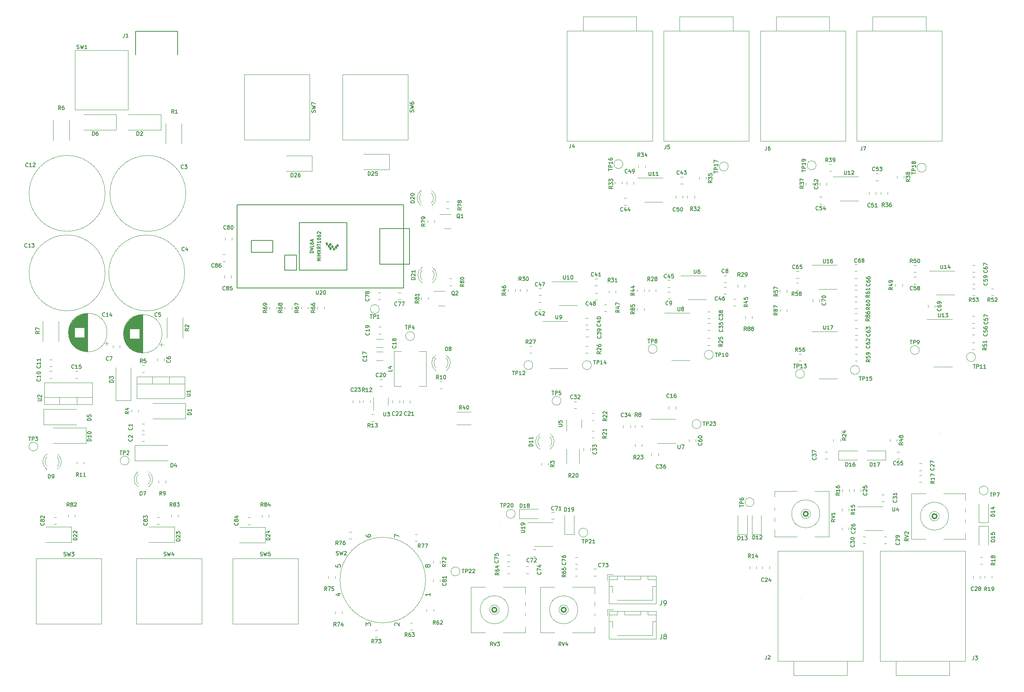
<source format=gbr>
%TF.GenerationSoftware,KiCad,Pcbnew,7.0.8*%
%TF.CreationDate,2024-02-21T10:41:43-05:00*%
%TF.ProjectId,Quad Joystick Mixer,51756164-204a-46f7-9973-7469636b204d,rev?*%
%TF.SameCoordinates,Original*%
%TF.FileFunction,Legend,Top*%
%TF.FilePolarity,Positive*%
%FSLAX46Y46*%
G04 Gerber Fmt 4.6, Leading zero omitted, Abs format (unit mm)*
G04 Created by KiCad (PCBNEW 7.0.8) date 2024-02-21 10:41:43*
%MOMM*%
%LPD*%
G01*
G04 APERTURE LIST*
%ADD10C,0.150000*%
%ADD11C,0.120000*%
%ADD12C,0.200000*%
%ADD13C,0.350000*%
%ADD14C,0.100000*%
G04 APERTURE END LIST*
D10*
X42866667Y-46362295D02*
X42600000Y-45981342D01*
X42409524Y-46362295D02*
X42409524Y-45562295D01*
X42409524Y-45562295D02*
X42714286Y-45562295D01*
X42714286Y-45562295D02*
X42790476Y-45600390D01*
X42790476Y-45600390D02*
X42828571Y-45638485D01*
X42828571Y-45638485D02*
X42866667Y-45714676D01*
X42866667Y-45714676D02*
X42866667Y-45828961D01*
X42866667Y-45828961D02*
X42828571Y-45905152D01*
X42828571Y-45905152D02*
X42790476Y-45943247D01*
X42790476Y-45943247D02*
X42714286Y-45981342D01*
X42714286Y-45981342D02*
X42409524Y-45981342D01*
X43552381Y-45562295D02*
X43400000Y-45562295D01*
X43400000Y-45562295D02*
X43323809Y-45600390D01*
X43323809Y-45600390D02*
X43285714Y-45638485D01*
X43285714Y-45638485D02*
X43209524Y-45752771D01*
X43209524Y-45752771D02*
X43171428Y-45905152D01*
X43171428Y-45905152D02*
X43171428Y-46209914D01*
X43171428Y-46209914D02*
X43209524Y-46286104D01*
X43209524Y-46286104D02*
X43247619Y-46324200D01*
X43247619Y-46324200D02*
X43323809Y-46362295D01*
X43323809Y-46362295D02*
X43476190Y-46362295D01*
X43476190Y-46362295D02*
X43552381Y-46324200D01*
X43552381Y-46324200D02*
X43590476Y-46286104D01*
X43590476Y-46286104D02*
X43628571Y-46209914D01*
X43628571Y-46209914D02*
X43628571Y-46019438D01*
X43628571Y-46019438D02*
X43590476Y-45943247D01*
X43590476Y-45943247D02*
X43552381Y-45905152D01*
X43552381Y-45905152D02*
X43476190Y-45867057D01*
X43476190Y-45867057D02*
X43323809Y-45867057D01*
X43323809Y-45867057D02*
X43247619Y-45905152D01*
X43247619Y-45905152D02*
X43209524Y-45943247D01*
X43209524Y-45943247D02*
X43171428Y-46019438D01*
X149181045Y-114099373D02*
X149828664Y-114099373D01*
X149828664Y-114099373D02*
X149904854Y-114061278D01*
X149904854Y-114061278D02*
X149942950Y-114023183D01*
X149942950Y-114023183D02*
X149981045Y-113946992D01*
X149981045Y-113946992D02*
X149981045Y-113794611D01*
X149981045Y-113794611D02*
X149942950Y-113718421D01*
X149942950Y-113718421D02*
X149904854Y-113680326D01*
X149904854Y-113680326D02*
X149828664Y-113642230D01*
X149828664Y-113642230D02*
X149181045Y-113642230D01*
X149181045Y-112880326D02*
X149181045Y-113261278D01*
X149181045Y-113261278D02*
X149561997Y-113299374D01*
X149561997Y-113299374D02*
X149523902Y-113261278D01*
X149523902Y-113261278D02*
X149485807Y-113185088D01*
X149485807Y-113185088D02*
X149485807Y-112994612D01*
X149485807Y-112994612D02*
X149523902Y-112918421D01*
X149523902Y-112918421D02*
X149561997Y-112880326D01*
X149561997Y-112880326D02*
X149638188Y-112842231D01*
X149638188Y-112842231D02*
X149828664Y-112842231D01*
X149828664Y-112842231D02*
X149904854Y-112880326D01*
X149904854Y-112880326D02*
X149942950Y-112918421D01*
X149942950Y-112918421D02*
X149981045Y-112994612D01*
X149981045Y-112994612D02*
X149981045Y-113185088D01*
X149981045Y-113185088D02*
X149942950Y-113261278D01*
X149942950Y-113261278D02*
X149904854Y-113299374D01*
X142935714Y-142986104D02*
X142897618Y-143024200D01*
X142897618Y-143024200D02*
X142783333Y-143062295D01*
X142783333Y-143062295D02*
X142707142Y-143062295D01*
X142707142Y-143062295D02*
X142592856Y-143024200D01*
X142592856Y-143024200D02*
X142516666Y-142948009D01*
X142516666Y-142948009D02*
X142478571Y-142871819D01*
X142478571Y-142871819D02*
X142440475Y-142719438D01*
X142440475Y-142719438D02*
X142440475Y-142605152D01*
X142440475Y-142605152D02*
X142478571Y-142452771D01*
X142478571Y-142452771D02*
X142516666Y-142376580D01*
X142516666Y-142376580D02*
X142592856Y-142300390D01*
X142592856Y-142300390D02*
X142707142Y-142262295D01*
X142707142Y-142262295D02*
X142783333Y-142262295D01*
X142783333Y-142262295D02*
X142897618Y-142300390D01*
X142897618Y-142300390D02*
X142935714Y-142338485D01*
X143202380Y-142262295D02*
X143735714Y-142262295D01*
X143735714Y-142262295D02*
X143392856Y-143062295D01*
X144002380Y-142338485D02*
X144040476Y-142300390D01*
X144040476Y-142300390D02*
X144116666Y-142262295D01*
X144116666Y-142262295D02*
X144307142Y-142262295D01*
X144307142Y-142262295D02*
X144383333Y-142300390D01*
X144383333Y-142300390D02*
X144421428Y-142338485D01*
X144421428Y-142338485D02*
X144459523Y-142414676D01*
X144459523Y-142414676D02*
X144459523Y-142490866D01*
X144459523Y-142490866D02*
X144421428Y-142605152D01*
X144421428Y-142605152D02*
X143964285Y-143062295D01*
X143964285Y-143062295D02*
X144459523Y-143062295D01*
X159903045Y-59401726D02*
X159903045Y-58944583D01*
X160703045Y-59173155D02*
X159903045Y-59173155D01*
X160703045Y-58677916D02*
X159903045Y-58677916D01*
X159903045Y-58677916D02*
X159903045Y-58373154D01*
X159903045Y-58373154D02*
X159941140Y-58296964D01*
X159941140Y-58296964D02*
X159979235Y-58258869D01*
X159979235Y-58258869D02*
X160055426Y-58220773D01*
X160055426Y-58220773D02*
X160169711Y-58220773D01*
X160169711Y-58220773D02*
X160245902Y-58258869D01*
X160245902Y-58258869D02*
X160283997Y-58296964D01*
X160283997Y-58296964D02*
X160322092Y-58373154D01*
X160322092Y-58373154D02*
X160322092Y-58677916D01*
X160703045Y-57458869D02*
X160703045Y-57916012D01*
X160703045Y-57687440D02*
X159903045Y-57687440D01*
X159903045Y-57687440D02*
X160017330Y-57763631D01*
X160017330Y-57763631D02*
X160093521Y-57839821D01*
X160093521Y-57839821D02*
X160131616Y-57916012D01*
X159903045Y-56773154D02*
X159903045Y-56925535D01*
X159903045Y-56925535D02*
X159941140Y-57001726D01*
X159941140Y-57001726D02*
X159979235Y-57039821D01*
X159979235Y-57039821D02*
X160093521Y-57116011D01*
X160093521Y-57116011D02*
X160245902Y-57154107D01*
X160245902Y-57154107D02*
X160550664Y-57154107D01*
X160550664Y-57154107D02*
X160626854Y-57116011D01*
X160626854Y-57116011D02*
X160664950Y-57077916D01*
X160664950Y-57077916D02*
X160703045Y-57001726D01*
X160703045Y-57001726D02*
X160703045Y-56849345D01*
X160703045Y-56849345D02*
X160664950Y-56773154D01*
X160664950Y-56773154D02*
X160626854Y-56735059D01*
X160626854Y-56735059D02*
X160550664Y-56696964D01*
X160550664Y-56696964D02*
X160360188Y-56696964D01*
X160360188Y-56696964D02*
X160283997Y-56735059D01*
X160283997Y-56735059D02*
X160245902Y-56773154D01*
X160245902Y-56773154D02*
X160207807Y-56849345D01*
X160207807Y-56849345D02*
X160207807Y-57001726D01*
X160207807Y-57001726D02*
X160245902Y-57077916D01*
X160245902Y-57077916D02*
X160283997Y-57116011D01*
X160283997Y-57116011D02*
X160360188Y-57154107D01*
X158235714Y-144011104D02*
X158197618Y-144049200D01*
X158197618Y-144049200D02*
X158083333Y-144087295D01*
X158083333Y-144087295D02*
X158007142Y-144087295D01*
X158007142Y-144087295D02*
X157892856Y-144049200D01*
X157892856Y-144049200D02*
X157816666Y-143973009D01*
X157816666Y-143973009D02*
X157778571Y-143896819D01*
X157778571Y-143896819D02*
X157740475Y-143744438D01*
X157740475Y-143744438D02*
X157740475Y-143630152D01*
X157740475Y-143630152D02*
X157778571Y-143477771D01*
X157778571Y-143477771D02*
X157816666Y-143401580D01*
X157816666Y-143401580D02*
X157892856Y-143325390D01*
X157892856Y-143325390D02*
X158007142Y-143287295D01*
X158007142Y-143287295D02*
X158083333Y-143287295D01*
X158083333Y-143287295D02*
X158197618Y-143325390D01*
X158197618Y-143325390D02*
X158235714Y-143363485D01*
X158502380Y-143287295D02*
X159035714Y-143287295D01*
X159035714Y-143287295D02*
X158692856Y-144087295D01*
X159264285Y-143287295D02*
X159759523Y-143287295D01*
X159759523Y-143287295D02*
X159492857Y-143592057D01*
X159492857Y-143592057D02*
X159607142Y-143592057D01*
X159607142Y-143592057D02*
X159683333Y-143630152D01*
X159683333Y-143630152D02*
X159721428Y-143668247D01*
X159721428Y-143668247D02*
X159759523Y-143744438D01*
X159759523Y-143744438D02*
X159759523Y-143934914D01*
X159759523Y-143934914D02*
X159721428Y-144011104D01*
X159721428Y-144011104D02*
X159683333Y-144049200D01*
X159683333Y-144049200D02*
X159607142Y-144087295D01*
X159607142Y-144087295D02*
X159378571Y-144087295D01*
X159378571Y-144087295D02*
X159302380Y-144049200D01*
X159302380Y-144049200D02*
X159264285Y-144011104D01*
X119363545Y-87225535D02*
X118982592Y-87492202D01*
X119363545Y-87682678D02*
X118563545Y-87682678D01*
X118563545Y-87682678D02*
X118563545Y-87377916D01*
X118563545Y-87377916D02*
X118601640Y-87301726D01*
X118601640Y-87301726D02*
X118639735Y-87263631D01*
X118639735Y-87263631D02*
X118715926Y-87225535D01*
X118715926Y-87225535D02*
X118830211Y-87225535D01*
X118830211Y-87225535D02*
X118906402Y-87263631D01*
X118906402Y-87263631D02*
X118944497Y-87301726D01*
X118944497Y-87301726D02*
X118982592Y-87377916D01*
X118982592Y-87377916D02*
X118982592Y-87682678D01*
X118906402Y-86768393D02*
X118868307Y-86844583D01*
X118868307Y-86844583D02*
X118830211Y-86882678D01*
X118830211Y-86882678D02*
X118754021Y-86920774D01*
X118754021Y-86920774D02*
X118715926Y-86920774D01*
X118715926Y-86920774D02*
X118639735Y-86882678D01*
X118639735Y-86882678D02*
X118601640Y-86844583D01*
X118601640Y-86844583D02*
X118563545Y-86768393D01*
X118563545Y-86768393D02*
X118563545Y-86616012D01*
X118563545Y-86616012D02*
X118601640Y-86539821D01*
X118601640Y-86539821D02*
X118639735Y-86501726D01*
X118639735Y-86501726D02*
X118715926Y-86463631D01*
X118715926Y-86463631D02*
X118754021Y-86463631D01*
X118754021Y-86463631D02*
X118830211Y-86501726D01*
X118830211Y-86501726D02*
X118868307Y-86539821D01*
X118868307Y-86539821D02*
X118906402Y-86616012D01*
X118906402Y-86616012D02*
X118906402Y-86768393D01*
X118906402Y-86768393D02*
X118944497Y-86844583D01*
X118944497Y-86844583D02*
X118982592Y-86882678D01*
X118982592Y-86882678D02*
X119058783Y-86920774D01*
X119058783Y-86920774D02*
X119211164Y-86920774D01*
X119211164Y-86920774D02*
X119287354Y-86882678D01*
X119287354Y-86882678D02*
X119325450Y-86844583D01*
X119325450Y-86844583D02*
X119363545Y-86768393D01*
X119363545Y-86768393D02*
X119363545Y-86616012D01*
X119363545Y-86616012D02*
X119325450Y-86539821D01*
X119325450Y-86539821D02*
X119287354Y-86501726D01*
X119287354Y-86501726D02*
X119211164Y-86463631D01*
X119211164Y-86463631D02*
X119058783Y-86463631D01*
X119058783Y-86463631D02*
X118982592Y-86501726D01*
X118982592Y-86501726D02*
X118944497Y-86539821D01*
X118944497Y-86539821D02*
X118906402Y-86616012D01*
X119363545Y-85701726D02*
X119363545Y-86158869D01*
X119363545Y-85930297D02*
X118563545Y-85930297D01*
X118563545Y-85930297D02*
X118677830Y-86006488D01*
X118677830Y-86006488D02*
X118754021Y-86082678D01*
X118754021Y-86082678D02*
X118792116Y-86158869D01*
X230817354Y-88890535D02*
X230855450Y-88928631D01*
X230855450Y-88928631D02*
X230893545Y-89042916D01*
X230893545Y-89042916D02*
X230893545Y-89119107D01*
X230893545Y-89119107D02*
X230855450Y-89233393D01*
X230855450Y-89233393D02*
X230779259Y-89309583D01*
X230779259Y-89309583D02*
X230703069Y-89347678D01*
X230703069Y-89347678D02*
X230550688Y-89385774D01*
X230550688Y-89385774D02*
X230436402Y-89385774D01*
X230436402Y-89385774D02*
X230284021Y-89347678D01*
X230284021Y-89347678D02*
X230207830Y-89309583D01*
X230207830Y-89309583D02*
X230131640Y-89233393D01*
X230131640Y-89233393D02*
X230093545Y-89119107D01*
X230093545Y-89119107D02*
X230093545Y-89042916D01*
X230093545Y-89042916D02*
X230131640Y-88928631D01*
X230131640Y-88928631D02*
X230169735Y-88890535D01*
X230093545Y-88204821D02*
X230093545Y-88357202D01*
X230093545Y-88357202D02*
X230131640Y-88433393D01*
X230131640Y-88433393D02*
X230169735Y-88471488D01*
X230169735Y-88471488D02*
X230284021Y-88547678D01*
X230284021Y-88547678D02*
X230436402Y-88585774D01*
X230436402Y-88585774D02*
X230741164Y-88585774D01*
X230741164Y-88585774D02*
X230817354Y-88547678D01*
X230817354Y-88547678D02*
X230855450Y-88509583D01*
X230855450Y-88509583D02*
X230893545Y-88433393D01*
X230893545Y-88433393D02*
X230893545Y-88281012D01*
X230893545Y-88281012D02*
X230855450Y-88204821D01*
X230855450Y-88204821D02*
X230817354Y-88166726D01*
X230817354Y-88166726D02*
X230741164Y-88128631D01*
X230741164Y-88128631D02*
X230550688Y-88128631D01*
X230550688Y-88128631D02*
X230474497Y-88166726D01*
X230474497Y-88166726D02*
X230436402Y-88204821D01*
X230436402Y-88204821D02*
X230398307Y-88281012D01*
X230398307Y-88281012D02*
X230398307Y-88433393D01*
X230398307Y-88433393D02*
X230436402Y-88509583D01*
X230436402Y-88509583D02*
X230474497Y-88547678D01*
X230474497Y-88547678D02*
X230550688Y-88585774D01*
X230893545Y-87747678D02*
X230893545Y-87595297D01*
X230893545Y-87595297D02*
X230855450Y-87519107D01*
X230855450Y-87519107D02*
X230817354Y-87481011D01*
X230817354Y-87481011D02*
X230703069Y-87404821D01*
X230703069Y-87404821D02*
X230550688Y-87366726D01*
X230550688Y-87366726D02*
X230245926Y-87366726D01*
X230245926Y-87366726D02*
X230169735Y-87404821D01*
X230169735Y-87404821D02*
X230131640Y-87442916D01*
X230131640Y-87442916D02*
X230093545Y-87519107D01*
X230093545Y-87519107D02*
X230093545Y-87671488D01*
X230093545Y-87671488D02*
X230131640Y-87747678D01*
X230131640Y-87747678D02*
X230169735Y-87785773D01*
X230169735Y-87785773D02*
X230245926Y-87823869D01*
X230245926Y-87823869D02*
X230436402Y-87823869D01*
X230436402Y-87823869D02*
X230512592Y-87785773D01*
X230512592Y-87785773D02*
X230550688Y-87747678D01*
X230550688Y-87747678D02*
X230588783Y-87671488D01*
X230588783Y-87671488D02*
X230588783Y-87519107D01*
X230588783Y-87519107D02*
X230550688Y-87442916D01*
X230550688Y-87442916D02*
X230512592Y-87404821D01*
X230512592Y-87404821D02*
X230436402Y-87366726D01*
X201153045Y-59651726D02*
X201153045Y-59194583D01*
X201953045Y-59423155D02*
X201153045Y-59423155D01*
X201953045Y-58927916D02*
X201153045Y-58927916D01*
X201153045Y-58927916D02*
X201153045Y-58623154D01*
X201153045Y-58623154D02*
X201191140Y-58546964D01*
X201191140Y-58546964D02*
X201229235Y-58508869D01*
X201229235Y-58508869D02*
X201305426Y-58470773D01*
X201305426Y-58470773D02*
X201419711Y-58470773D01*
X201419711Y-58470773D02*
X201495902Y-58508869D01*
X201495902Y-58508869D02*
X201533997Y-58546964D01*
X201533997Y-58546964D02*
X201572092Y-58623154D01*
X201572092Y-58623154D02*
X201572092Y-58927916D01*
X201953045Y-57708869D02*
X201953045Y-58166012D01*
X201953045Y-57937440D02*
X201153045Y-57937440D01*
X201153045Y-57937440D02*
X201267330Y-58013631D01*
X201267330Y-58013631D02*
X201343521Y-58089821D01*
X201343521Y-58089821D02*
X201381616Y-58166012D01*
X201953045Y-57327916D02*
X201953045Y-57175535D01*
X201953045Y-57175535D02*
X201914950Y-57099345D01*
X201914950Y-57099345D02*
X201876854Y-57061249D01*
X201876854Y-57061249D02*
X201762569Y-56985059D01*
X201762569Y-56985059D02*
X201610188Y-56946964D01*
X201610188Y-56946964D02*
X201305426Y-56946964D01*
X201305426Y-56946964D02*
X201229235Y-56985059D01*
X201229235Y-56985059D02*
X201191140Y-57023154D01*
X201191140Y-57023154D02*
X201153045Y-57099345D01*
X201153045Y-57099345D02*
X201153045Y-57251726D01*
X201153045Y-57251726D02*
X201191140Y-57327916D01*
X201191140Y-57327916D02*
X201229235Y-57366011D01*
X201229235Y-57366011D02*
X201305426Y-57404107D01*
X201305426Y-57404107D02*
X201495902Y-57404107D01*
X201495902Y-57404107D02*
X201572092Y-57366011D01*
X201572092Y-57366011D02*
X201610188Y-57327916D01*
X201610188Y-57327916D02*
X201648283Y-57251726D01*
X201648283Y-57251726D02*
X201648283Y-57099345D01*
X201648283Y-57099345D02*
X201610188Y-57023154D01*
X201610188Y-57023154D02*
X201572092Y-56985059D01*
X201572092Y-56985059D02*
X201495902Y-56946964D01*
X148210714Y-131886104D02*
X148172618Y-131924200D01*
X148172618Y-131924200D02*
X148058333Y-131962295D01*
X148058333Y-131962295D02*
X147982142Y-131962295D01*
X147982142Y-131962295D02*
X147867856Y-131924200D01*
X147867856Y-131924200D02*
X147791666Y-131848009D01*
X147791666Y-131848009D02*
X147753571Y-131771819D01*
X147753571Y-131771819D02*
X147715475Y-131619438D01*
X147715475Y-131619438D02*
X147715475Y-131505152D01*
X147715475Y-131505152D02*
X147753571Y-131352771D01*
X147753571Y-131352771D02*
X147791666Y-131276580D01*
X147791666Y-131276580D02*
X147867856Y-131200390D01*
X147867856Y-131200390D02*
X147982142Y-131162295D01*
X147982142Y-131162295D02*
X148058333Y-131162295D01*
X148058333Y-131162295D02*
X148172618Y-131200390D01*
X148172618Y-131200390D02*
X148210714Y-131238485D01*
X148477380Y-131162295D02*
X149010714Y-131162295D01*
X149010714Y-131162295D02*
X148667856Y-131962295D01*
X149734523Y-131962295D02*
X149277380Y-131962295D01*
X149505952Y-131962295D02*
X149505952Y-131162295D01*
X149505952Y-131162295D02*
X149429761Y-131276580D01*
X149429761Y-131276580D02*
X149353571Y-131352771D01*
X149353571Y-131352771D02*
X149277380Y-131390866D01*
X119685714Y-139962295D02*
X119419047Y-139581342D01*
X119228571Y-139962295D02*
X119228571Y-139162295D01*
X119228571Y-139162295D02*
X119533333Y-139162295D01*
X119533333Y-139162295D02*
X119609523Y-139200390D01*
X119609523Y-139200390D02*
X119647618Y-139238485D01*
X119647618Y-139238485D02*
X119685714Y-139314676D01*
X119685714Y-139314676D02*
X119685714Y-139428961D01*
X119685714Y-139428961D02*
X119647618Y-139505152D01*
X119647618Y-139505152D02*
X119609523Y-139543247D01*
X119609523Y-139543247D02*
X119533333Y-139581342D01*
X119533333Y-139581342D02*
X119228571Y-139581342D01*
X119952380Y-139162295D02*
X120485714Y-139162295D01*
X120485714Y-139162295D02*
X120142856Y-139962295D01*
X120714285Y-139162295D02*
X121247619Y-139162295D01*
X121247619Y-139162295D02*
X120904761Y-139962295D01*
X107760714Y-106637295D02*
X107494047Y-106256342D01*
X107303571Y-106637295D02*
X107303571Y-105837295D01*
X107303571Y-105837295D02*
X107608333Y-105837295D01*
X107608333Y-105837295D02*
X107684523Y-105875390D01*
X107684523Y-105875390D02*
X107722618Y-105913485D01*
X107722618Y-105913485D02*
X107760714Y-105989676D01*
X107760714Y-105989676D02*
X107760714Y-106103961D01*
X107760714Y-106103961D02*
X107722618Y-106180152D01*
X107722618Y-106180152D02*
X107684523Y-106218247D01*
X107684523Y-106218247D02*
X107608333Y-106256342D01*
X107608333Y-106256342D02*
X107303571Y-106256342D01*
X108522618Y-106637295D02*
X108065475Y-106637295D01*
X108294047Y-106637295D02*
X108294047Y-105837295D01*
X108294047Y-105837295D02*
X108217856Y-105951580D01*
X108217856Y-105951580D02*
X108141666Y-106027771D01*
X108141666Y-106027771D02*
X108065475Y-106065866D01*
X108827380Y-105913485D02*
X108865476Y-105875390D01*
X108865476Y-105875390D02*
X108941666Y-105837295D01*
X108941666Y-105837295D02*
X109132142Y-105837295D01*
X109132142Y-105837295D02*
X109208333Y-105875390D01*
X109208333Y-105875390D02*
X109246428Y-105913485D01*
X109246428Y-105913485D02*
X109284523Y-105989676D01*
X109284523Y-105989676D02*
X109284523Y-106065866D01*
X109284523Y-106065866D02*
X109246428Y-106180152D01*
X109246428Y-106180152D02*
X108789285Y-106637295D01*
X108789285Y-106637295D02*
X109284523Y-106637295D01*
X204511104Y-62789285D02*
X204549200Y-62827381D01*
X204549200Y-62827381D02*
X204587295Y-62941666D01*
X204587295Y-62941666D02*
X204587295Y-63017857D01*
X204587295Y-63017857D02*
X204549200Y-63132143D01*
X204549200Y-63132143D02*
X204473009Y-63208333D01*
X204473009Y-63208333D02*
X204396819Y-63246428D01*
X204396819Y-63246428D02*
X204244438Y-63284524D01*
X204244438Y-63284524D02*
X204130152Y-63284524D01*
X204130152Y-63284524D02*
X203977771Y-63246428D01*
X203977771Y-63246428D02*
X203901580Y-63208333D01*
X203901580Y-63208333D02*
X203825390Y-63132143D01*
X203825390Y-63132143D02*
X203787295Y-63017857D01*
X203787295Y-63017857D02*
X203787295Y-62941666D01*
X203787295Y-62941666D02*
X203825390Y-62827381D01*
X203825390Y-62827381D02*
X203863485Y-62789285D01*
X203787295Y-62065476D02*
X203787295Y-62446428D01*
X203787295Y-62446428D02*
X204168247Y-62484524D01*
X204168247Y-62484524D02*
X204130152Y-62446428D01*
X204130152Y-62446428D02*
X204092057Y-62370238D01*
X204092057Y-62370238D02*
X204092057Y-62179762D01*
X204092057Y-62179762D02*
X204130152Y-62103571D01*
X204130152Y-62103571D02*
X204168247Y-62065476D01*
X204168247Y-62065476D02*
X204244438Y-62027381D01*
X204244438Y-62027381D02*
X204434914Y-62027381D01*
X204434914Y-62027381D02*
X204511104Y-62065476D01*
X204511104Y-62065476D02*
X204549200Y-62103571D01*
X204549200Y-62103571D02*
X204587295Y-62179762D01*
X204587295Y-62179762D02*
X204587295Y-62370238D01*
X204587295Y-62370238D02*
X204549200Y-62446428D01*
X204549200Y-62446428D02*
X204511104Y-62484524D01*
X203863485Y-61722619D02*
X203825390Y-61684523D01*
X203825390Y-61684523D02*
X203787295Y-61608333D01*
X203787295Y-61608333D02*
X203787295Y-61417857D01*
X203787295Y-61417857D02*
X203825390Y-61341666D01*
X203825390Y-61341666D02*
X203863485Y-61303571D01*
X203863485Y-61303571D02*
X203939676Y-61265476D01*
X203939676Y-61265476D02*
X204015866Y-61265476D01*
X204015866Y-61265476D02*
X204130152Y-61303571D01*
X204130152Y-61303571D02*
X204587295Y-61760714D01*
X204587295Y-61760714D02*
X204587295Y-61265476D01*
X151783333Y-53737295D02*
X151783333Y-54308723D01*
X151783333Y-54308723D02*
X151745238Y-54423009D01*
X151745238Y-54423009D02*
X151669047Y-54499200D01*
X151669047Y-54499200D02*
X151554762Y-54537295D01*
X151554762Y-54537295D02*
X151478571Y-54537295D01*
X152507143Y-54003961D02*
X152507143Y-54537295D01*
X152316667Y-53699200D02*
X152126190Y-54270628D01*
X152126190Y-54270628D02*
X152621429Y-54270628D01*
X69066667Y-58886104D02*
X69028571Y-58924200D01*
X69028571Y-58924200D02*
X68914286Y-58962295D01*
X68914286Y-58962295D02*
X68838095Y-58962295D01*
X68838095Y-58962295D02*
X68723809Y-58924200D01*
X68723809Y-58924200D02*
X68647619Y-58848009D01*
X68647619Y-58848009D02*
X68609524Y-58771819D01*
X68609524Y-58771819D02*
X68571428Y-58619438D01*
X68571428Y-58619438D02*
X68571428Y-58505152D01*
X68571428Y-58505152D02*
X68609524Y-58352771D01*
X68609524Y-58352771D02*
X68647619Y-58276580D01*
X68647619Y-58276580D02*
X68723809Y-58200390D01*
X68723809Y-58200390D02*
X68838095Y-58162295D01*
X68838095Y-58162295D02*
X68914286Y-58162295D01*
X68914286Y-58162295D02*
X69028571Y-58200390D01*
X69028571Y-58200390D02*
X69066667Y-58238485D01*
X69333333Y-58162295D02*
X69828571Y-58162295D01*
X69828571Y-58162295D02*
X69561905Y-58467057D01*
X69561905Y-58467057D02*
X69676190Y-58467057D01*
X69676190Y-58467057D02*
X69752381Y-58505152D01*
X69752381Y-58505152D02*
X69790476Y-58543247D01*
X69790476Y-58543247D02*
X69828571Y-58619438D01*
X69828571Y-58619438D02*
X69828571Y-58809914D01*
X69828571Y-58809914D02*
X69790476Y-58886104D01*
X69790476Y-58886104D02*
X69752381Y-58924200D01*
X69752381Y-58924200D02*
X69676190Y-58962295D01*
X69676190Y-58962295D02*
X69447619Y-58962295D01*
X69447619Y-58962295D02*
X69371428Y-58924200D01*
X69371428Y-58924200D02*
X69333333Y-58886104D01*
X123584464Y-103933545D02*
X123317797Y-103552592D01*
X123127321Y-103933545D02*
X123127321Y-103133545D01*
X123127321Y-103133545D02*
X123432083Y-103133545D01*
X123432083Y-103133545D02*
X123508273Y-103171640D01*
X123508273Y-103171640D02*
X123546368Y-103209735D01*
X123546368Y-103209735D02*
X123584464Y-103285926D01*
X123584464Y-103285926D02*
X123584464Y-103400211D01*
X123584464Y-103400211D02*
X123546368Y-103476402D01*
X123546368Y-103476402D02*
X123508273Y-103514497D01*
X123508273Y-103514497D02*
X123432083Y-103552592D01*
X123432083Y-103552592D02*
X123127321Y-103552592D01*
X124346368Y-103933545D02*
X123889225Y-103933545D01*
X124117797Y-103933545D02*
X124117797Y-103133545D01*
X124117797Y-103133545D02*
X124041606Y-103247830D01*
X124041606Y-103247830D02*
X123965416Y-103324021D01*
X123965416Y-103324021D02*
X123889225Y-103362116D01*
X124841607Y-103133545D02*
X124917797Y-103133545D01*
X124917797Y-103133545D02*
X124993988Y-103171640D01*
X124993988Y-103171640D02*
X125032083Y-103209735D01*
X125032083Y-103209735D02*
X125070178Y-103285926D01*
X125070178Y-103285926D02*
X125108273Y-103438307D01*
X125108273Y-103438307D02*
X125108273Y-103628783D01*
X125108273Y-103628783D02*
X125070178Y-103781164D01*
X125070178Y-103781164D02*
X125032083Y-103857354D01*
X125032083Y-103857354D02*
X124993988Y-103895450D01*
X124993988Y-103895450D02*
X124917797Y-103933545D01*
X124917797Y-103933545D02*
X124841607Y-103933545D01*
X124841607Y-103933545D02*
X124765416Y-103895450D01*
X124765416Y-103895450D02*
X124727321Y-103857354D01*
X124727321Y-103857354D02*
X124689226Y-103781164D01*
X124689226Y-103781164D02*
X124651130Y-103628783D01*
X124651130Y-103628783D02*
X124651130Y-103438307D01*
X124651130Y-103438307D02*
X124689226Y-103285926D01*
X124689226Y-103285926D02*
X124727321Y-103209735D01*
X124727321Y-103209735D02*
X124765416Y-103171640D01*
X124765416Y-103171640D02*
X124841607Y-103133545D01*
X190653571Y-138187295D02*
X190653571Y-137387295D01*
X190653571Y-137387295D02*
X190844047Y-137387295D01*
X190844047Y-137387295D02*
X190958333Y-137425390D01*
X190958333Y-137425390D02*
X191034523Y-137501580D01*
X191034523Y-137501580D02*
X191072618Y-137577771D01*
X191072618Y-137577771D02*
X191110714Y-137730152D01*
X191110714Y-137730152D02*
X191110714Y-137844438D01*
X191110714Y-137844438D02*
X191072618Y-137996819D01*
X191072618Y-137996819D02*
X191034523Y-138073009D01*
X191034523Y-138073009D02*
X190958333Y-138149200D01*
X190958333Y-138149200D02*
X190844047Y-138187295D01*
X190844047Y-138187295D02*
X190653571Y-138187295D01*
X191872618Y-138187295D02*
X191415475Y-138187295D01*
X191644047Y-138187295D02*
X191644047Y-137387295D01*
X191644047Y-137387295D02*
X191567856Y-137501580D01*
X191567856Y-137501580D02*
X191491666Y-137577771D01*
X191491666Y-137577771D02*
X191415475Y-137615866D01*
X192177380Y-137463485D02*
X192215476Y-137425390D01*
X192215476Y-137425390D02*
X192291666Y-137387295D01*
X192291666Y-137387295D02*
X192482142Y-137387295D01*
X192482142Y-137387295D02*
X192558333Y-137425390D01*
X192558333Y-137425390D02*
X192596428Y-137463485D01*
X192596428Y-137463485D02*
X192634523Y-137539676D01*
X192634523Y-137539676D02*
X192634523Y-137615866D01*
X192634523Y-137615866D02*
X192596428Y-137730152D01*
X192596428Y-137730152D02*
X192139285Y-138187295D01*
X192139285Y-138187295D02*
X192634523Y-138187295D01*
X214989854Y-128275535D02*
X215027950Y-128313631D01*
X215027950Y-128313631D02*
X215066045Y-128427916D01*
X215066045Y-128427916D02*
X215066045Y-128504107D01*
X215066045Y-128504107D02*
X215027950Y-128618393D01*
X215027950Y-128618393D02*
X214951759Y-128694583D01*
X214951759Y-128694583D02*
X214875569Y-128732678D01*
X214875569Y-128732678D02*
X214723188Y-128770774D01*
X214723188Y-128770774D02*
X214608902Y-128770774D01*
X214608902Y-128770774D02*
X214456521Y-128732678D01*
X214456521Y-128732678D02*
X214380330Y-128694583D01*
X214380330Y-128694583D02*
X214304140Y-128618393D01*
X214304140Y-128618393D02*
X214266045Y-128504107D01*
X214266045Y-128504107D02*
X214266045Y-128427916D01*
X214266045Y-128427916D02*
X214304140Y-128313631D01*
X214304140Y-128313631D02*
X214342235Y-128275535D01*
X214342235Y-127970774D02*
X214304140Y-127932678D01*
X214304140Y-127932678D02*
X214266045Y-127856488D01*
X214266045Y-127856488D02*
X214266045Y-127666012D01*
X214266045Y-127666012D02*
X214304140Y-127589821D01*
X214304140Y-127589821D02*
X214342235Y-127551726D01*
X214342235Y-127551726D02*
X214418426Y-127513631D01*
X214418426Y-127513631D02*
X214494616Y-127513631D01*
X214494616Y-127513631D02*
X214608902Y-127551726D01*
X214608902Y-127551726D02*
X215066045Y-128008869D01*
X215066045Y-128008869D02*
X215066045Y-127513631D01*
X214266045Y-126789821D02*
X214266045Y-127170773D01*
X214266045Y-127170773D02*
X214646997Y-127208869D01*
X214646997Y-127208869D02*
X214608902Y-127170773D01*
X214608902Y-127170773D02*
X214570807Y-127094583D01*
X214570807Y-127094583D02*
X214570807Y-126904107D01*
X214570807Y-126904107D02*
X214608902Y-126827916D01*
X214608902Y-126827916D02*
X214646997Y-126789821D01*
X214646997Y-126789821D02*
X214723188Y-126751726D01*
X214723188Y-126751726D02*
X214913664Y-126751726D01*
X214913664Y-126751726D02*
X214989854Y-126789821D01*
X214989854Y-126789821D02*
X215027950Y-126827916D01*
X215027950Y-126827916D02*
X215066045Y-126904107D01*
X215066045Y-126904107D02*
X215066045Y-127094583D01*
X215066045Y-127094583D02*
X215027950Y-127170773D01*
X215027950Y-127170773D02*
X214989854Y-127208869D01*
X141210714Y-82912295D02*
X140944047Y-82531342D01*
X140753571Y-82912295D02*
X140753571Y-82112295D01*
X140753571Y-82112295D02*
X141058333Y-82112295D01*
X141058333Y-82112295D02*
X141134523Y-82150390D01*
X141134523Y-82150390D02*
X141172618Y-82188485D01*
X141172618Y-82188485D02*
X141210714Y-82264676D01*
X141210714Y-82264676D02*
X141210714Y-82378961D01*
X141210714Y-82378961D02*
X141172618Y-82455152D01*
X141172618Y-82455152D02*
X141134523Y-82493247D01*
X141134523Y-82493247D02*
X141058333Y-82531342D01*
X141058333Y-82531342D02*
X140753571Y-82531342D01*
X141477380Y-82112295D02*
X141972618Y-82112295D01*
X141972618Y-82112295D02*
X141705952Y-82417057D01*
X141705952Y-82417057D02*
X141820237Y-82417057D01*
X141820237Y-82417057D02*
X141896428Y-82455152D01*
X141896428Y-82455152D02*
X141934523Y-82493247D01*
X141934523Y-82493247D02*
X141972618Y-82569438D01*
X141972618Y-82569438D02*
X141972618Y-82759914D01*
X141972618Y-82759914D02*
X141934523Y-82836104D01*
X141934523Y-82836104D02*
X141896428Y-82874200D01*
X141896428Y-82874200D02*
X141820237Y-82912295D01*
X141820237Y-82912295D02*
X141591666Y-82912295D01*
X141591666Y-82912295D02*
X141515475Y-82874200D01*
X141515475Y-82874200D02*
X141477380Y-82836104D01*
X142467857Y-82112295D02*
X142544047Y-82112295D01*
X142544047Y-82112295D02*
X142620238Y-82150390D01*
X142620238Y-82150390D02*
X142658333Y-82188485D01*
X142658333Y-82188485D02*
X142696428Y-82264676D01*
X142696428Y-82264676D02*
X142734523Y-82417057D01*
X142734523Y-82417057D02*
X142734523Y-82607533D01*
X142734523Y-82607533D02*
X142696428Y-82759914D01*
X142696428Y-82759914D02*
X142658333Y-82836104D01*
X142658333Y-82836104D02*
X142620238Y-82874200D01*
X142620238Y-82874200D02*
X142544047Y-82912295D01*
X142544047Y-82912295D02*
X142467857Y-82912295D01*
X142467857Y-82912295D02*
X142391666Y-82874200D01*
X142391666Y-82874200D02*
X142353571Y-82836104D01*
X142353571Y-82836104D02*
X142315476Y-82759914D01*
X142315476Y-82759914D02*
X142277380Y-82607533D01*
X142277380Y-82607533D02*
X142277380Y-82417057D01*
X142277380Y-82417057D02*
X142315476Y-82264676D01*
X142315476Y-82264676D02*
X142353571Y-82188485D01*
X142353571Y-82188485D02*
X142391666Y-82150390D01*
X142391666Y-82150390D02*
X142467857Y-82112295D01*
X204686964Y-67727354D02*
X204648868Y-67765450D01*
X204648868Y-67765450D02*
X204534583Y-67803545D01*
X204534583Y-67803545D02*
X204458392Y-67803545D01*
X204458392Y-67803545D02*
X204344106Y-67765450D01*
X204344106Y-67765450D02*
X204267916Y-67689259D01*
X204267916Y-67689259D02*
X204229821Y-67613069D01*
X204229821Y-67613069D02*
X204191725Y-67460688D01*
X204191725Y-67460688D02*
X204191725Y-67346402D01*
X204191725Y-67346402D02*
X204229821Y-67194021D01*
X204229821Y-67194021D02*
X204267916Y-67117830D01*
X204267916Y-67117830D02*
X204344106Y-67041640D01*
X204344106Y-67041640D02*
X204458392Y-67003545D01*
X204458392Y-67003545D02*
X204534583Y-67003545D01*
X204534583Y-67003545D02*
X204648868Y-67041640D01*
X204648868Y-67041640D02*
X204686964Y-67079735D01*
X205410773Y-67003545D02*
X205029821Y-67003545D01*
X205029821Y-67003545D02*
X204991725Y-67384497D01*
X204991725Y-67384497D02*
X205029821Y-67346402D01*
X205029821Y-67346402D02*
X205106011Y-67308307D01*
X205106011Y-67308307D02*
X205296487Y-67308307D01*
X205296487Y-67308307D02*
X205372678Y-67346402D01*
X205372678Y-67346402D02*
X205410773Y-67384497D01*
X205410773Y-67384497D02*
X205448868Y-67460688D01*
X205448868Y-67460688D02*
X205448868Y-67651164D01*
X205448868Y-67651164D02*
X205410773Y-67727354D01*
X205410773Y-67727354D02*
X205372678Y-67765450D01*
X205372678Y-67765450D02*
X205296487Y-67803545D01*
X205296487Y-67803545D02*
X205106011Y-67803545D01*
X205106011Y-67803545D02*
X205029821Y-67765450D01*
X205029821Y-67765450D02*
X204991725Y-67727354D01*
X206134583Y-67270211D02*
X206134583Y-67803545D01*
X205944107Y-66965450D02*
X205753630Y-67536878D01*
X205753630Y-67536878D02*
X206248869Y-67536878D01*
X143671045Y-118291278D02*
X142871045Y-118291278D01*
X142871045Y-118291278D02*
X142871045Y-118100802D01*
X142871045Y-118100802D02*
X142909140Y-117986516D01*
X142909140Y-117986516D02*
X142985330Y-117910326D01*
X142985330Y-117910326D02*
X143061521Y-117872231D01*
X143061521Y-117872231D02*
X143213902Y-117834135D01*
X143213902Y-117834135D02*
X143328188Y-117834135D01*
X143328188Y-117834135D02*
X143480569Y-117872231D01*
X143480569Y-117872231D02*
X143556759Y-117910326D01*
X143556759Y-117910326D02*
X143632950Y-117986516D01*
X143632950Y-117986516D02*
X143671045Y-118100802D01*
X143671045Y-118100802D02*
X143671045Y-118291278D01*
X143671045Y-117072231D02*
X143671045Y-117529374D01*
X143671045Y-117300802D02*
X142871045Y-117300802D01*
X142871045Y-117300802D02*
X142985330Y-117376993D01*
X142985330Y-117376993D02*
X143061521Y-117453183D01*
X143061521Y-117453183D02*
X143099616Y-117529374D01*
X143671045Y-116310326D02*
X143671045Y-116767469D01*
X143671045Y-116538897D02*
X142871045Y-116538897D01*
X142871045Y-116538897D02*
X142985330Y-116615088D01*
X142985330Y-116615088D02*
X143061521Y-116691278D01*
X143061521Y-116691278D02*
X143099616Y-116767469D01*
X159412295Y-116114285D02*
X159031342Y-116380952D01*
X159412295Y-116571428D02*
X158612295Y-116571428D01*
X158612295Y-116571428D02*
X158612295Y-116266666D01*
X158612295Y-116266666D02*
X158650390Y-116190476D01*
X158650390Y-116190476D02*
X158688485Y-116152381D01*
X158688485Y-116152381D02*
X158764676Y-116114285D01*
X158764676Y-116114285D02*
X158878961Y-116114285D01*
X158878961Y-116114285D02*
X158955152Y-116152381D01*
X158955152Y-116152381D02*
X158993247Y-116190476D01*
X158993247Y-116190476D02*
X159031342Y-116266666D01*
X159031342Y-116266666D02*
X159031342Y-116571428D01*
X158688485Y-115809524D02*
X158650390Y-115771428D01*
X158650390Y-115771428D02*
X158612295Y-115695238D01*
X158612295Y-115695238D02*
X158612295Y-115504762D01*
X158612295Y-115504762D02*
X158650390Y-115428571D01*
X158650390Y-115428571D02*
X158688485Y-115390476D01*
X158688485Y-115390476D02*
X158764676Y-115352381D01*
X158764676Y-115352381D02*
X158840866Y-115352381D01*
X158840866Y-115352381D02*
X158955152Y-115390476D01*
X158955152Y-115390476D02*
X159412295Y-115847619D01*
X159412295Y-115847619D02*
X159412295Y-115352381D01*
X159412295Y-114590476D02*
X159412295Y-115047619D01*
X159412295Y-114819047D02*
X158612295Y-114819047D01*
X158612295Y-114819047D02*
X158726580Y-114895238D01*
X158726580Y-114895238D02*
X158802771Y-114971428D01*
X158802771Y-114971428D02*
X158840866Y-115047619D01*
X221936104Y-138889285D02*
X221974200Y-138927381D01*
X221974200Y-138927381D02*
X222012295Y-139041666D01*
X222012295Y-139041666D02*
X222012295Y-139117857D01*
X222012295Y-139117857D02*
X221974200Y-139232143D01*
X221974200Y-139232143D02*
X221898009Y-139308333D01*
X221898009Y-139308333D02*
X221821819Y-139346428D01*
X221821819Y-139346428D02*
X221669438Y-139384524D01*
X221669438Y-139384524D02*
X221555152Y-139384524D01*
X221555152Y-139384524D02*
X221402771Y-139346428D01*
X221402771Y-139346428D02*
X221326580Y-139308333D01*
X221326580Y-139308333D02*
X221250390Y-139232143D01*
X221250390Y-139232143D02*
X221212295Y-139117857D01*
X221212295Y-139117857D02*
X221212295Y-139041666D01*
X221212295Y-139041666D02*
X221250390Y-138927381D01*
X221250390Y-138927381D02*
X221288485Y-138889285D01*
X221288485Y-138584524D02*
X221250390Y-138546428D01*
X221250390Y-138546428D02*
X221212295Y-138470238D01*
X221212295Y-138470238D02*
X221212295Y-138279762D01*
X221212295Y-138279762D02*
X221250390Y-138203571D01*
X221250390Y-138203571D02*
X221288485Y-138165476D01*
X221288485Y-138165476D02*
X221364676Y-138127381D01*
X221364676Y-138127381D02*
X221440866Y-138127381D01*
X221440866Y-138127381D02*
X221555152Y-138165476D01*
X221555152Y-138165476D02*
X222012295Y-138622619D01*
X222012295Y-138622619D02*
X222012295Y-138127381D01*
X222012295Y-137746428D02*
X222012295Y-137594047D01*
X222012295Y-137594047D02*
X221974200Y-137517857D01*
X221974200Y-137517857D02*
X221936104Y-137479761D01*
X221936104Y-137479761D02*
X221821819Y-137403571D01*
X221821819Y-137403571D02*
X221669438Y-137365476D01*
X221669438Y-137365476D02*
X221364676Y-137365476D01*
X221364676Y-137365476D02*
X221288485Y-137403571D01*
X221288485Y-137403571D02*
X221250390Y-137441666D01*
X221250390Y-137441666D02*
X221212295Y-137517857D01*
X221212295Y-137517857D02*
X221212295Y-137670238D01*
X221212295Y-137670238D02*
X221250390Y-137746428D01*
X221250390Y-137746428D02*
X221288485Y-137784523D01*
X221288485Y-137784523D02*
X221364676Y-137822619D01*
X221364676Y-137822619D02*
X221555152Y-137822619D01*
X221555152Y-137822619D02*
X221631342Y-137784523D01*
X221631342Y-137784523D02*
X221669438Y-137746428D01*
X221669438Y-137746428D02*
X221707533Y-137670238D01*
X221707533Y-137670238D02*
X221707533Y-137517857D01*
X221707533Y-137517857D02*
X221669438Y-137441666D01*
X221669438Y-137441666D02*
X221631342Y-137403571D01*
X221631342Y-137403571D02*
X221555152Y-137365476D01*
X46362295Y-138371428D02*
X45562295Y-138371428D01*
X45562295Y-138371428D02*
X45562295Y-138180952D01*
X45562295Y-138180952D02*
X45600390Y-138066666D01*
X45600390Y-138066666D02*
X45676580Y-137990476D01*
X45676580Y-137990476D02*
X45752771Y-137952381D01*
X45752771Y-137952381D02*
X45905152Y-137914285D01*
X45905152Y-137914285D02*
X46019438Y-137914285D01*
X46019438Y-137914285D02*
X46171819Y-137952381D01*
X46171819Y-137952381D02*
X46248009Y-137990476D01*
X46248009Y-137990476D02*
X46324200Y-138066666D01*
X46324200Y-138066666D02*
X46362295Y-138180952D01*
X46362295Y-138180952D02*
X46362295Y-138371428D01*
X45638485Y-137609524D02*
X45600390Y-137571428D01*
X45600390Y-137571428D02*
X45562295Y-137495238D01*
X45562295Y-137495238D02*
X45562295Y-137304762D01*
X45562295Y-137304762D02*
X45600390Y-137228571D01*
X45600390Y-137228571D02*
X45638485Y-137190476D01*
X45638485Y-137190476D02*
X45714676Y-137152381D01*
X45714676Y-137152381D02*
X45790866Y-137152381D01*
X45790866Y-137152381D02*
X45905152Y-137190476D01*
X45905152Y-137190476D02*
X46362295Y-137647619D01*
X46362295Y-137647619D02*
X46362295Y-137152381D01*
X45638485Y-136847619D02*
X45600390Y-136809523D01*
X45600390Y-136809523D02*
X45562295Y-136733333D01*
X45562295Y-136733333D02*
X45562295Y-136542857D01*
X45562295Y-136542857D02*
X45600390Y-136466666D01*
X45600390Y-136466666D02*
X45638485Y-136428571D01*
X45638485Y-136428571D02*
X45714676Y-136390476D01*
X45714676Y-136390476D02*
X45790866Y-136390476D01*
X45790866Y-136390476D02*
X45905152Y-136428571D01*
X45905152Y-136428571D02*
X46362295Y-136885714D01*
X46362295Y-136885714D02*
X46362295Y-136390476D01*
X49362295Y-117171428D02*
X48562295Y-117171428D01*
X48562295Y-117171428D02*
X48562295Y-116980952D01*
X48562295Y-116980952D02*
X48600390Y-116866666D01*
X48600390Y-116866666D02*
X48676580Y-116790476D01*
X48676580Y-116790476D02*
X48752771Y-116752381D01*
X48752771Y-116752381D02*
X48905152Y-116714285D01*
X48905152Y-116714285D02*
X49019438Y-116714285D01*
X49019438Y-116714285D02*
X49171819Y-116752381D01*
X49171819Y-116752381D02*
X49248009Y-116790476D01*
X49248009Y-116790476D02*
X49324200Y-116866666D01*
X49324200Y-116866666D02*
X49362295Y-116980952D01*
X49362295Y-116980952D02*
X49362295Y-117171428D01*
X49362295Y-115952381D02*
X49362295Y-116409524D01*
X49362295Y-116180952D02*
X48562295Y-116180952D01*
X48562295Y-116180952D02*
X48676580Y-116257143D01*
X48676580Y-116257143D02*
X48752771Y-116333333D01*
X48752771Y-116333333D02*
X48790866Y-116409524D01*
X48562295Y-115457142D02*
X48562295Y-115380952D01*
X48562295Y-115380952D02*
X48600390Y-115304761D01*
X48600390Y-115304761D02*
X48638485Y-115266666D01*
X48638485Y-115266666D02*
X48714676Y-115228571D01*
X48714676Y-115228571D02*
X48867057Y-115190476D01*
X48867057Y-115190476D02*
X49057533Y-115190476D01*
X49057533Y-115190476D02*
X49209914Y-115228571D01*
X49209914Y-115228571D02*
X49286104Y-115266666D01*
X49286104Y-115266666D02*
X49324200Y-115304761D01*
X49324200Y-115304761D02*
X49362295Y-115380952D01*
X49362295Y-115380952D02*
X49362295Y-115457142D01*
X49362295Y-115457142D02*
X49324200Y-115533333D01*
X49324200Y-115533333D02*
X49286104Y-115571428D01*
X49286104Y-115571428D02*
X49209914Y-115609523D01*
X49209914Y-115609523D02*
X49057533Y-115647619D01*
X49057533Y-115647619D02*
X48867057Y-115647619D01*
X48867057Y-115647619D02*
X48714676Y-115609523D01*
X48714676Y-115609523D02*
X48638485Y-115571428D01*
X48638485Y-115571428D02*
X48600390Y-115533333D01*
X48600390Y-115533333D02*
X48562295Y-115457142D01*
X237858333Y-163162295D02*
X237858333Y-163733723D01*
X237858333Y-163733723D02*
X237820238Y-163848009D01*
X237820238Y-163848009D02*
X237744047Y-163924200D01*
X237744047Y-163924200D02*
X237629762Y-163962295D01*
X237629762Y-163962295D02*
X237553571Y-163962295D01*
X238163095Y-163162295D02*
X238658333Y-163162295D01*
X238658333Y-163162295D02*
X238391667Y-163467057D01*
X238391667Y-163467057D02*
X238505952Y-163467057D01*
X238505952Y-163467057D02*
X238582143Y-163505152D01*
X238582143Y-163505152D02*
X238620238Y-163543247D01*
X238620238Y-163543247D02*
X238658333Y-163619438D01*
X238658333Y-163619438D02*
X238658333Y-163809914D01*
X238658333Y-163809914D02*
X238620238Y-163886104D01*
X238620238Y-163886104D02*
X238582143Y-163924200D01*
X238582143Y-163924200D02*
X238505952Y-163962295D01*
X238505952Y-163962295D02*
X238277381Y-163962295D01*
X238277381Y-163962295D02*
X238201190Y-163924200D01*
X238201190Y-163924200D02*
X238163095Y-163886104D01*
X141187295Y-136740475D02*
X141834914Y-136740475D01*
X141834914Y-136740475D02*
X141911104Y-136702380D01*
X141911104Y-136702380D02*
X141949200Y-136664285D01*
X141949200Y-136664285D02*
X141987295Y-136588094D01*
X141987295Y-136588094D02*
X141987295Y-136435713D01*
X141987295Y-136435713D02*
X141949200Y-136359523D01*
X141949200Y-136359523D02*
X141911104Y-136321428D01*
X141911104Y-136321428D02*
X141834914Y-136283332D01*
X141834914Y-136283332D02*
X141187295Y-136283332D01*
X141987295Y-135483333D02*
X141987295Y-135940476D01*
X141987295Y-135711904D02*
X141187295Y-135711904D01*
X141187295Y-135711904D02*
X141301580Y-135788095D01*
X141301580Y-135788095D02*
X141377771Y-135864285D01*
X141377771Y-135864285D02*
X141415866Y-135940476D01*
X141987295Y-135102380D02*
X141987295Y-134949999D01*
X141987295Y-134949999D02*
X141949200Y-134873809D01*
X141949200Y-134873809D02*
X141911104Y-134835713D01*
X141911104Y-134835713D02*
X141796819Y-134759523D01*
X141796819Y-134759523D02*
X141644438Y-134721428D01*
X141644438Y-134721428D02*
X141339676Y-134721428D01*
X141339676Y-134721428D02*
X141263485Y-134759523D01*
X141263485Y-134759523D02*
X141225390Y-134797618D01*
X141225390Y-134797618D02*
X141187295Y-134873809D01*
X141187295Y-134873809D02*
X141187295Y-135026190D01*
X141187295Y-135026190D02*
X141225390Y-135102380D01*
X141225390Y-135102380D02*
X141263485Y-135140475D01*
X141263485Y-135140475D02*
X141339676Y-135178571D01*
X141339676Y-135178571D02*
X141530152Y-135178571D01*
X141530152Y-135178571D02*
X141606342Y-135140475D01*
X141606342Y-135140475D02*
X141644438Y-135102380D01*
X141644438Y-135102380D02*
X141682533Y-135026190D01*
X141682533Y-135026190D02*
X141682533Y-134873809D01*
X141682533Y-134873809D02*
X141644438Y-134797618D01*
X141644438Y-134797618D02*
X141606342Y-134759523D01*
X141606342Y-134759523D02*
X141530152Y-134721428D01*
X59809524Y-128762295D02*
X59809524Y-127962295D01*
X59809524Y-127962295D02*
X60000000Y-127962295D01*
X60000000Y-127962295D02*
X60114286Y-128000390D01*
X60114286Y-128000390D02*
X60190476Y-128076580D01*
X60190476Y-128076580D02*
X60228571Y-128152771D01*
X60228571Y-128152771D02*
X60266667Y-128305152D01*
X60266667Y-128305152D02*
X60266667Y-128419438D01*
X60266667Y-128419438D02*
X60228571Y-128571819D01*
X60228571Y-128571819D02*
X60190476Y-128648009D01*
X60190476Y-128648009D02*
X60114286Y-128724200D01*
X60114286Y-128724200D02*
X60000000Y-128762295D01*
X60000000Y-128762295D02*
X59809524Y-128762295D01*
X60533333Y-127962295D02*
X61066667Y-127962295D01*
X61066667Y-127962295D02*
X60723809Y-128762295D01*
X56472083Y-30084945D02*
X56472083Y-30656373D01*
X56472083Y-30656373D02*
X56433988Y-30770659D01*
X56433988Y-30770659D02*
X56357797Y-30846850D01*
X56357797Y-30846850D02*
X56243512Y-30884945D01*
X56243512Y-30884945D02*
X56167321Y-30884945D01*
X57272083Y-30884945D02*
X56814940Y-30884945D01*
X57043512Y-30884945D02*
X57043512Y-30084945D01*
X57043512Y-30084945D02*
X56967321Y-30199230D01*
X56967321Y-30199230D02*
X56891131Y-30275421D01*
X56891131Y-30275421D02*
X56814940Y-30313516D01*
X118553545Y-82687678D02*
X117753545Y-82687678D01*
X117753545Y-82687678D02*
X117753545Y-82497202D01*
X117753545Y-82497202D02*
X117791640Y-82382916D01*
X117791640Y-82382916D02*
X117867830Y-82306726D01*
X117867830Y-82306726D02*
X117944021Y-82268631D01*
X117944021Y-82268631D02*
X118096402Y-82230535D01*
X118096402Y-82230535D02*
X118210688Y-82230535D01*
X118210688Y-82230535D02*
X118363069Y-82268631D01*
X118363069Y-82268631D02*
X118439259Y-82306726D01*
X118439259Y-82306726D02*
X118515450Y-82382916D01*
X118515450Y-82382916D02*
X118553545Y-82497202D01*
X118553545Y-82497202D02*
X118553545Y-82687678D01*
X117829735Y-81925774D02*
X117791640Y-81887678D01*
X117791640Y-81887678D02*
X117753545Y-81811488D01*
X117753545Y-81811488D02*
X117753545Y-81621012D01*
X117753545Y-81621012D02*
X117791640Y-81544821D01*
X117791640Y-81544821D02*
X117829735Y-81506726D01*
X117829735Y-81506726D02*
X117905926Y-81468631D01*
X117905926Y-81468631D02*
X117982116Y-81468631D01*
X117982116Y-81468631D02*
X118096402Y-81506726D01*
X118096402Y-81506726D02*
X118553545Y-81963869D01*
X118553545Y-81963869D02*
X118553545Y-81468631D01*
X118553545Y-80706726D02*
X118553545Y-81163869D01*
X118553545Y-80935297D02*
X117753545Y-80935297D01*
X117753545Y-80935297D02*
X117867830Y-81011488D01*
X117867830Y-81011488D02*
X117944021Y-81087678D01*
X117944021Y-81087678D02*
X117982116Y-81163869D01*
X212476045Y-132410535D02*
X212095092Y-132677202D01*
X212476045Y-132867678D02*
X211676045Y-132867678D01*
X211676045Y-132867678D02*
X211676045Y-132562916D01*
X211676045Y-132562916D02*
X211714140Y-132486726D01*
X211714140Y-132486726D02*
X211752235Y-132448631D01*
X211752235Y-132448631D02*
X211828426Y-132410535D01*
X211828426Y-132410535D02*
X211942711Y-132410535D01*
X211942711Y-132410535D02*
X212018902Y-132448631D01*
X212018902Y-132448631D02*
X212056997Y-132486726D01*
X212056997Y-132486726D02*
X212095092Y-132562916D01*
X212095092Y-132562916D02*
X212095092Y-132867678D01*
X212476045Y-131648631D02*
X212476045Y-132105774D01*
X212476045Y-131877202D02*
X211676045Y-131877202D01*
X211676045Y-131877202D02*
X211790330Y-131953393D01*
X211790330Y-131953393D02*
X211866521Y-132029583D01*
X211866521Y-132029583D02*
X211904616Y-132105774D01*
X211676045Y-130924821D02*
X211676045Y-131305773D01*
X211676045Y-131305773D02*
X212056997Y-131343869D01*
X212056997Y-131343869D02*
X212018902Y-131305773D01*
X212018902Y-131305773D02*
X211980807Y-131229583D01*
X211980807Y-131229583D02*
X211980807Y-131039107D01*
X211980807Y-131039107D02*
X212018902Y-130962916D01*
X212018902Y-130962916D02*
X212056997Y-130924821D01*
X212056997Y-130924821D02*
X212133188Y-130886726D01*
X212133188Y-130886726D02*
X212323664Y-130886726D01*
X212323664Y-130886726D02*
X212399854Y-130924821D01*
X212399854Y-130924821D02*
X212437950Y-130962916D01*
X212437950Y-130962916D02*
X212476045Y-131039107D01*
X212476045Y-131039107D02*
X212476045Y-131229583D01*
X212476045Y-131229583D02*
X212437950Y-131305773D01*
X212437950Y-131305773D02*
X212399854Y-131343869D01*
X111840476Y-111062295D02*
X111840476Y-111709914D01*
X111840476Y-111709914D02*
X111878571Y-111786104D01*
X111878571Y-111786104D02*
X111916666Y-111824200D01*
X111916666Y-111824200D02*
X111992857Y-111862295D01*
X111992857Y-111862295D02*
X112145238Y-111862295D01*
X112145238Y-111862295D02*
X112221428Y-111824200D01*
X112221428Y-111824200D02*
X112259523Y-111786104D01*
X112259523Y-111786104D02*
X112297619Y-111709914D01*
X112297619Y-111709914D02*
X112297619Y-111062295D01*
X112602380Y-111062295D02*
X113097618Y-111062295D01*
X113097618Y-111062295D02*
X112830952Y-111367057D01*
X112830952Y-111367057D02*
X112945237Y-111367057D01*
X112945237Y-111367057D02*
X113021428Y-111405152D01*
X113021428Y-111405152D02*
X113059523Y-111443247D01*
X113059523Y-111443247D02*
X113097618Y-111519438D01*
X113097618Y-111519438D02*
X113097618Y-111709914D01*
X113097618Y-111709914D02*
X113059523Y-111786104D01*
X113059523Y-111786104D02*
X113021428Y-111824200D01*
X113021428Y-111824200D02*
X112945237Y-111862295D01*
X112945237Y-111862295D02*
X112716666Y-111862295D01*
X112716666Y-111862295D02*
X112640475Y-111824200D01*
X112640475Y-111824200D02*
X112602380Y-111786104D01*
X222736045Y-117525535D02*
X222355092Y-117792202D01*
X222736045Y-117982678D02*
X221936045Y-117982678D01*
X221936045Y-117982678D02*
X221936045Y-117677916D01*
X221936045Y-117677916D02*
X221974140Y-117601726D01*
X221974140Y-117601726D02*
X222012235Y-117563631D01*
X222012235Y-117563631D02*
X222088426Y-117525535D01*
X222088426Y-117525535D02*
X222202711Y-117525535D01*
X222202711Y-117525535D02*
X222278902Y-117563631D01*
X222278902Y-117563631D02*
X222316997Y-117601726D01*
X222316997Y-117601726D02*
X222355092Y-117677916D01*
X222355092Y-117677916D02*
X222355092Y-117982678D01*
X222202711Y-116839821D02*
X222736045Y-116839821D01*
X221897950Y-117030297D02*
X222469378Y-117220774D01*
X222469378Y-117220774D02*
X222469378Y-116725535D01*
X222278902Y-116306488D02*
X222240807Y-116382678D01*
X222240807Y-116382678D02*
X222202711Y-116420773D01*
X222202711Y-116420773D02*
X222126521Y-116458869D01*
X222126521Y-116458869D02*
X222088426Y-116458869D01*
X222088426Y-116458869D02*
X222012235Y-116420773D01*
X222012235Y-116420773D02*
X221974140Y-116382678D01*
X221974140Y-116382678D02*
X221936045Y-116306488D01*
X221936045Y-116306488D02*
X221936045Y-116154107D01*
X221936045Y-116154107D02*
X221974140Y-116077916D01*
X221974140Y-116077916D02*
X222012235Y-116039821D01*
X222012235Y-116039821D02*
X222088426Y-116001726D01*
X222088426Y-116001726D02*
X222126521Y-116001726D01*
X222126521Y-116001726D02*
X222202711Y-116039821D01*
X222202711Y-116039821D02*
X222240807Y-116077916D01*
X222240807Y-116077916D02*
X222278902Y-116154107D01*
X222278902Y-116154107D02*
X222278902Y-116306488D01*
X222278902Y-116306488D02*
X222316997Y-116382678D01*
X222316997Y-116382678D02*
X222355092Y-116420773D01*
X222355092Y-116420773D02*
X222431283Y-116458869D01*
X222431283Y-116458869D02*
X222583664Y-116458869D01*
X222583664Y-116458869D02*
X222659854Y-116420773D01*
X222659854Y-116420773D02*
X222697950Y-116382678D01*
X222697950Y-116382678D02*
X222736045Y-116306488D01*
X222736045Y-116306488D02*
X222736045Y-116154107D01*
X222736045Y-116154107D02*
X222697950Y-116077916D01*
X222697950Y-116077916D02*
X222659854Y-116039821D01*
X222659854Y-116039821D02*
X222583664Y-116001726D01*
X222583664Y-116001726D02*
X222431283Y-116001726D01*
X222431283Y-116001726D02*
X222355092Y-116039821D01*
X222355092Y-116039821D02*
X222316997Y-116077916D01*
X222316997Y-116077916D02*
X222278902Y-116154107D01*
X158186104Y-94739285D02*
X158224200Y-94777381D01*
X158224200Y-94777381D02*
X158262295Y-94891666D01*
X158262295Y-94891666D02*
X158262295Y-94967857D01*
X158262295Y-94967857D02*
X158224200Y-95082143D01*
X158224200Y-95082143D02*
X158148009Y-95158333D01*
X158148009Y-95158333D02*
X158071819Y-95196428D01*
X158071819Y-95196428D02*
X157919438Y-95234524D01*
X157919438Y-95234524D02*
X157805152Y-95234524D01*
X157805152Y-95234524D02*
X157652771Y-95196428D01*
X157652771Y-95196428D02*
X157576580Y-95158333D01*
X157576580Y-95158333D02*
X157500390Y-95082143D01*
X157500390Y-95082143D02*
X157462295Y-94967857D01*
X157462295Y-94967857D02*
X157462295Y-94891666D01*
X157462295Y-94891666D02*
X157500390Y-94777381D01*
X157500390Y-94777381D02*
X157538485Y-94739285D01*
X157462295Y-94472619D02*
X157462295Y-93977381D01*
X157462295Y-93977381D02*
X157767057Y-94244047D01*
X157767057Y-94244047D02*
X157767057Y-94129762D01*
X157767057Y-94129762D02*
X157805152Y-94053571D01*
X157805152Y-94053571D02*
X157843247Y-94015476D01*
X157843247Y-94015476D02*
X157919438Y-93977381D01*
X157919438Y-93977381D02*
X158109914Y-93977381D01*
X158109914Y-93977381D02*
X158186104Y-94015476D01*
X158186104Y-94015476D02*
X158224200Y-94053571D01*
X158224200Y-94053571D02*
X158262295Y-94129762D01*
X158262295Y-94129762D02*
X158262295Y-94358333D01*
X158262295Y-94358333D02*
X158224200Y-94434524D01*
X158224200Y-94434524D02*
X158186104Y-94472619D01*
X158262295Y-93596428D02*
X158262295Y-93444047D01*
X158262295Y-93444047D02*
X158224200Y-93367857D01*
X158224200Y-93367857D02*
X158186104Y-93329761D01*
X158186104Y-93329761D02*
X158071819Y-93253571D01*
X158071819Y-93253571D02*
X157919438Y-93215476D01*
X157919438Y-93215476D02*
X157614676Y-93215476D01*
X157614676Y-93215476D02*
X157538485Y-93253571D01*
X157538485Y-93253571D02*
X157500390Y-93291666D01*
X157500390Y-93291666D02*
X157462295Y-93367857D01*
X157462295Y-93367857D02*
X157462295Y-93520238D01*
X157462295Y-93520238D02*
X157500390Y-93596428D01*
X157500390Y-93596428D02*
X157538485Y-93634523D01*
X157538485Y-93634523D02*
X157614676Y-93672619D01*
X157614676Y-93672619D02*
X157805152Y-93672619D01*
X157805152Y-93672619D02*
X157881342Y-93634523D01*
X157881342Y-93634523D02*
X157919438Y-93596428D01*
X157919438Y-93596428D02*
X157957533Y-93520238D01*
X157957533Y-93520238D02*
X157957533Y-93367857D01*
X157957533Y-93367857D02*
X157919438Y-93291666D01*
X157919438Y-93291666D02*
X157881342Y-93253571D01*
X157881342Y-93253571D02*
X157805152Y-93215476D01*
X116885714Y-158962295D02*
X116619047Y-158581342D01*
X116428571Y-158962295D02*
X116428571Y-158162295D01*
X116428571Y-158162295D02*
X116733333Y-158162295D01*
X116733333Y-158162295D02*
X116809523Y-158200390D01*
X116809523Y-158200390D02*
X116847618Y-158238485D01*
X116847618Y-158238485D02*
X116885714Y-158314676D01*
X116885714Y-158314676D02*
X116885714Y-158428961D01*
X116885714Y-158428961D02*
X116847618Y-158505152D01*
X116847618Y-158505152D02*
X116809523Y-158543247D01*
X116809523Y-158543247D02*
X116733333Y-158581342D01*
X116733333Y-158581342D02*
X116428571Y-158581342D01*
X117571428Y-158162295D02*
X117419047Y-158162295D01*
X117419047Y-158162295D02*
X117342856Y-158200390D01*
X117342856Y-158200390D02*
X117304761Y-158238485D01*
X117304761Y-158238485D02*
X117228571Y-158352771D01*
X117228571Y-158352771D02*
X117190475Y-158505152D01*
X117190475Y-158505152D02*
X117190475Y-158809914D01*
X117190475Y-158809914D02*
X117228571Y-158886104D01*
X117228571Y-158886104D02*
X117266666Y-158924200D01*
X117266666Y-158924200D02*
X117342856Y-158962295D01*
X117342856Y-158962295D02*
X117495237Y-158962295D01*
X117495237Y-158962295D02*
X117571428Y-158924200D01*
X117571428Y-158924200D02*
X117609523Y-158886104D01*
X117609523Y-158886104D02*
X117647618Y-158809914D01*
X117647618Y-158809914D02*
X117647618Y-158619438D01*
X117647618Y-158619438D02*
X117609523Y-158543247D01*
X117609523Y-158543247D02*
X117571428Y-158505152D01*
X117571428Y-158505152D02*
X117495237Y-158467057D01*
X117495237Y-158467057D02*
X117342856Y-158467057D01*
X117342856Y-158467057D02*
X117266666Y-158505152D01*
X117266666Y-158505152D02*
X117228571Y-158543247D01*
X117228571Y-158543247D02*
X117190475Y-158619438D01*
X117914285Y-158162295D02*
X118409523Y-158162295D01*
X118409523Y-158162295D02*
X118142857Y-158467057D01*
X118142857Y-158467057D02*
X118257142Y-158467057D01*
X118257142Y-158467057D02*
X118333333Y-158505152D01*
X118333333Y-158505152D02*
X118371428Y-158543247D01*
X118371428Y-158543247D02*
X118409523Y-158619438D01*
X118409523Y-158619438D02*
X118409523Y-158809914D01*
X118409523Y-158809914D02*
X118371428Y-158886104D01*
X118371428Y-158886104D02*
X118333333Y-158924200D01*
X118333333Y-158924200D02*
X118257142Y-158962295D01*
X118257142Y-158962295D02*
X118028571Y-158962295D01*
X118028571Y-158962295D02*
X117952380Y-158924200D01*
X117952380Y-158924200D02*
X117914285Y-158886104D01*
X78160714Y-71836104D02*
X78122618Y-71874200D01*
X78122618Y-71874200D02*
X78008333Y-71912295D01*
X78008333Y-71912295D02*
X77932142Y-71912295D01*
X77932142Y-71912295D02*
X77817856Y-71874200D01*
X77817856Y-71874200D02*
X77741666Y-71798009D01*
X77741666Y-71798009D02*
X77703571Y-71721819D01*
X77703571Y-71721819D02*
X77665475Y-71569438D01*
X77665475Y-71569438D02*
X77665475Y-71455152D01*
X77665475Y-71455152D02*
X77703571Y-71302771D01*
X77703571Y-71302771D02*
X77741666Y-71226580D01*
X77741666Y-71226580D02*
X77817856Y-71150390D01*
X77817856Y-71150390D02*
X77932142Y-71112295D01*
X77932142Y-71112295D02*
X78008333Y-71112295D01*
X78008333Y-71112295D02*
X78122618Y-71150390D01*
X78122618Y-71150390D02*
X78160714Y-71188485D01*
X78617856Y-71455152D02*
X78541666Y-71417057D01*
X78541666Y-71417057D02*
X78503571Y-71378961D01*
X78503571Y-71378961D02*
X78465475Y-71302771D01*
X78465475Y-71302771D02*
X78465475Y-71264676D01*
X78465475Y-71264676D02*
X78503571Y-71188485D01*
X78503571Y-71188485D02*
X78541666Y-71150390D01*
X78541666Y-71150390D02*
X78617856Y-71112295D01*
X78617856Y-71112295D02*
X78770237Y-71112295D01*
X78770237Y-71112295D02*
X78846428Y-71150390D01*
X78846428Y-71150390D02*
X78884523Y-71188485D01*
X78884523Y-71188485D02*
X78922618Y-71264676D01*
X78922618Y-71264676D02*
X78922618Y-71302771D01*
X78922618Y-71302771D02*
X78884523Y-71378961D01*
X78884523Y-71378961D02*
X78846428Y-71417057D01*
X78846428Y-71417057D02*
X78770237Y-71455152D01*
X78770237Y-71455152D02*
X78617856Y-71455152D01*
X78617856Y-71455152D02*
X78541666Y-71493247D01*
X78541666Y-71493247D02*
X78503571Y-71531342D01*
X78503571Y-71531342D02*
X78465475Y-71607533D01*
X78465475Y-71607533D02*
X78465475Y-71759914D01*
X78465475Y-71759914D02*
X78503571Y-71836104D01*
X78503571Y-71836104D02*
X78541666Y-71874200D01*
X78541666Y-71874200D02*
X78617856Y-71912295D01*
X78617856Y-71912295D02*
X78770237Y-71912295D01*
X78770237Y-71912295D02*
X78846428Y-71874200D01*
X78846428Y-71874200D02*
X78884523Y-71836104D01*
X78884523Y-71836104D02*
X78922618Y-71759914D01*
X78922618Y-71759914D02*
X78922618Y-71607533D01*
X78922618Y-71607533D02*
X78884523Y-71531342D01*
X78884523Y-71531342D02*
X78846428Y-71493247D01*
X78846428Y-71493247D02*
X78770237Y-71455152D01*
X79417857Y-71112295D02*
X79494047Y-71112295D01*
X79494047Y-71112295D02*
X79570238Y-71150390D01*
X79570238Y-71150390D02*
X79608333Y-71188485D01*
X79608333Y-71188485D02*
X79646428Y-71264676D01*
X79646428Y-71264676D02*
X79684523Y-71417057D01*
X79684523Y-71417057D02*
X79684523Y-71607533D01*
X79684523Y-71607533D02*
X79646428Y-71759914D01*
X79646428Y-71759914D02*
X79608333Y-71836104D01*
X79608333Y-71836104D02*
X79570238Y-71874200D01*
X79570238Y-71874200D02*
X79494047Y-71912295D01*
X79494047Y-71912295D02*
X79417857Y-71912295D01*
X79417857Y-71912295D02*
X79341666Y-71874200D01*
X79341666Y-71874200D02*
X79303571Y-71836104D01*
X79303571Y-71836104D02*
X79265476Y-71759914D01*
X79265476Y-71759914D02*
X79227380Y-71607533D01*
X79227380Y-71607533D02*
X79227380Y-71417057D01*
X79227380Y-71417057D02*
X79265476Y-71264676D01*
X79265476Y-71264676D02*
X79303571Y-71188485D01*
X79303571Y-71188485D02*
X79341666Y-71150390D01*
X79341666Y-71150390D02*
X79417857Y-71112295D01*
X59148274Y-51873545D02*
X59148274Y-51073545D01*
X59148274Y-51073545D02*
X59338750Y-51073545D01*
X59338750Y-51073545D02*
X59453036Y-51111640D01*
X59453036Y-51111640D02*
X59529226Y-51187830D01*
X59529226Y-51187830D02*
X59567321Y-51264021D01*
X59567321Y-51264021D02*
X59605417Y-51416402D01*
X59605417Y-51416402D02*
X59605417Y-51530688D01*
X59605417Y-51530688D02*
X59567321Y-51683069D01*
X59567321Y-51683069D02*
X59529226Y-51759259D01*
X59529226Y-51759259D02*
X59453036Y-51835450D01*
X59453036Y-51835450D02*
X59338750Y-51873545D01*
X59338750Y-51873545D02*
X59148274Y-51873545D01*
X59910178Y-51149735D02*
X59948274Y-51111640D01*
X59948274Y-51111640D02*
X60024464Y-51073545D01*
X60024464Y-51073545D02*
X60214940Y-51073545D01*
X60214940Y-51073545D02*
X60291131Y-51111640D01*
X60291131Y-51111640D02*
X60329226Y-51149735D01*
X60329226Y-51149735D02*
X60367321Y-51225926D01*
X60367321Y-51225926D02*
X60367321Y-51302116D01*
X60367321Y-51302116D02*
X60329226Y-51416402D01*
X60329226Y-51416402D02*
X59872083Y-51873545D01*
X59872083Y-51873545D02*
X60367321Y-51873545D01*
X159512295Y-112414285D02*
X159131342Y-112680952D01*
X159512295Y-112871428D02*
X158712295Y-112871428D01*
X158712295Y-112871428D02*
X158712295Y-112566666D01*
X158712295Y-112566666D02*
X158750390Y-112490476D01*
X158750390Y-112490476D02*
X158788485Y-112452381D01*
X158788485Y-112452381D02*
X158864676Y-112414285D01*
X158864676Y-112414285D02*
X158978961Y-112414285D01*
X158978961Y-112414285D02*
X159055152Y-112452381D01*
X159055152Y-112452381D02*
X159093247Y-112490476D01*
X159093247Y-112490476D02*
X159131342Y-112566666D01*
X159131342Y-112566666D02*
X159131342Y-112871428D01*
X158788485Y-112109524D02*
X158750390Y-112071428D01*
X158750390Y-112071428D02*
X158712295Y-111995238D01*
X158712295Y-111995238D02*
X158712295Y-111804762D01*
X158712295Y-111804762D02*
X158750390Y-111728571D01*
X158750390Y-111728571D02*
X158788485Y-111690476D01*
X158788485Y-111690476D02*
X158864676Y-111652381D01*
X158864676Y-111652381D02*
X158940866Y-111652381D01*
X158940866Y-111652381D02*
X159055152Y-111690476D01*
X159055152Y-111690476D02*
X159512295Y-112147619D01*
X159512295Y-112147619D02*
X159512295Y-111652381D01*
X158788485Y-111347619D02*
X158750390Y-111309523D01*
X158750390Y-111309523D02*
X158712295Y-111233333D01*
X158712295Y-111233333D02*
X158712295Y-111042857D01*
X158712295Y-111042857D02*
X158750390Y-110966666D01*
X158750390Y-110966666D02*
X158788485Y-110928571D01*
X158788485Y-110928571D02*
X158864676Y-110890476D01*
X158864676Y-110890476D02*
X158940866Y-110890476D01*
X158940866Y-110890476D02*
X159055152Y-110928571D01*
X159055152Y-110928571D02*
X159512295Y-111385714D01*
X159512295Y-111385714D02*
X159512295Y-110890476D01*
X118226950Y-46857917D02*
X118265045Y-46743631D01*
X118265045Y-46743631D02*
X118265045Y-46553155D01*
X118265045Y-46553155D02*
X118226950Y-46476964D01*
X118226950Y-46476964D02*
X118188854Y-46438869D01*
X118188854Y-46438869D02*
X118112664Y-46400774D01*
X118112664Y-46400774D02*
X118036473Y-46400774D01*
X118036473Y-46400774D02*
X117960283Y-46438869D01*
X117960283Y-46438869D02*
X117922188Y-46476964D01*
X117922188Y-46476964D02*
X117884092Y-46553155D01*
X117884092Y-46553155D02*
X117845997Y-46705536D01*
X117845997Y-46705536D02*
X117807902Y-46781726D01*
X117807902Y-46781726D02*
X117769807Y-46819821D01*
X117769807Y-46819821D02*
X117693616Y-46857917D01*
X117693616Y-46857917D02*
X117617426Y-46857917D01*
X117617426Y-46857917D02*
X117541235Y-46819821D01*
X117541235Y-46819821D02*
X117503140Y-46781726D01*
X117503140Y-46781726D02*
X117465045Y-46705536D01*
X117465045Y-46705536D02*
X117465045Y-46515059D01*
X117465045Y-46515059D02*
X117503140Y-46400774D01*
X117465045Y-46134107D02*
X118265045Y-45943631D01*
X118265045Y-45943631D02*
X117693616Y-45791250D01*
X117693616Y-45791250D02*
X118265045Y-45638869D01*
X118265045Y-45638869D02*
X117465045Y-45448393D01*
X117465045Y-44800773D02*
X117465045Y-44953154D01*
X117465045Y-44953154D02*
X117503140Y-45029345D01*
X117503140Y-45029345D02*
X117541235Y-45067440D01*
X117541235Y-45067440D02*
X117655521Y-45143630D01*
X117655521Y-45143630D02*
X117807902Y-45181726D01*
X117807902Y-45181726D02*
X118112664Y-45181726D01*
X118112664Y-45181726D02*
X118188854Y-45143630D01*
X118188854Y-45143630D02*
X118226950Y-45105535D01*
X118226950Y-45105535D02*
X118265045Y-45029345D01*
X118265045Y-45029345D02*
X118265045Y-44876964D01*
X118265045Y-44876964D02*
X118226950Y-44800773D01*
X118226950Y-44800773D02*
X118188854Y-44762678D01*
X118188854Y-44762678D02*
X118112664Y-44724583D01*
X118112664Y-44724583D02*
X117922188Y-44724583D01*
X117922188Y-44724583D02*
X117845997Y-44762678D01*
X117845997Y-44762678D02*
X117807902Y-44800773D01*
X117807902Y-44800773D02*
X117769807Y-44876964D01*
X117769807Y-44876964D02*
X117769807Y-45029345D01*
X117769807Y-45029345D02*
X117807902Y-45105535D01*
X117807902Y-45105535D02*
X117845997Y-45143630D01*
X117845997Y-45143630D02*
X117922188Y-45181726D01*
X172133333Y-53937295D02*
X172133333Y-54508723D01*
X172133333Y-54508723D02*
X172095238Y-54623009D01*
X172095238Y-54623009D02*
X172019047Y-54699200D01*
X172019047Y-54699200D02*
X171904762Y-54737295D01*
X171904762Y-54737295D02*
X171828571Y-54737295D01*
X172895238Y-53937295D02*
X172514286Y-53937295D01*
X172514286Y-53937295D02*
X172476190Y-54318247D01*
X172476190Y-54318247D02*
X172514286Y-54280152D01*
X172514286Y-54280152D02*
X172590476Y-54242057D01*
X172590476Y-54242057D02*
X172780952Y-54242057D01*
X172780952Y-54242057D02*
X172857143Y-54280152D01*
X172857143Y-54280152D02*
X172895238Y-54318247D01*
X172895238Y-54318247D02*
X172933333Y-54394438D01*
X172933333Y-54394438D02*
X172933333Y-54584914D01*
X172933333Y-54584914D02*
X172895238Y-54661104D01*
X172895238Y-54661104D02*
X172857143Y-54699200D01*
X172857143Y-54699200D02*
X172780952Y-54737295D01*
X172780952Y-54737295D02*
X172590476Y-54737295D01*
X172590476Y-54737295D02*
X172514286Y-54699200D01*
X172514286Y-54699200D02*
X172476190Y-54661104D01*
X223951045Y-138037439D02*
X223570092Y-138304106D01*
X223951045Y-138494582D02*
X223151045Y-138494582D01*
X223151045Y-138494582D02*
X223151045Y-138189820D01*
X223151045Y-138189820D02*
X223189140Y-138113630D01*
X223189140Y-138113630D02*
X223227235Y-138075535D01*
X223227235Y-138075535D02*
X223303426Y-138037439D01*
X223303426Y-138037439D02*
X223417711Y-138037439D01*
X223417711Y-138037439D02*
X223493902Y-138075535D01*
X223493902Y-138075535D02*
X223531997Y-138113630D01*
X223531997Y-138113630D02*
X223570092Y-138189820D01*
X223570092Y-138189820D02*
X223570092Y-138494582D01*
X223151045Y-137808868D02*
X223951045Y-137542201D01*
X223951045Y-137542201D02*
X223151045Y-137275535D01*
X223227235Y-137046964D02*
X223189140Y-137008868D01*
X223189140Y-137008868D02*
X223151045Y-136932678D01*
X223151045Y-136932678D02*
X223151045Y-136742202D01*
X223151045Y-136742202D02*
X223189140Y-136666011D01*
X223189140Y-136666011D02*
X223227235Y-136627916D01*
X223227235Y-136627916D02*
X223303426Y-136589821D01*
X223303426Y-136589821D02*
X223379616Y-136589821D01*
X223379616Y-136589821D02*
X223493902Y-136627916D01*
X223493902Y-136627916D02*
X223951045Y-137085059D01*
X223951045Y-137085059D02*
X223951045Y-136589821D01*
X240635714Y-149187295D02*
X240369047Y-148806342D01*
X240178571Y-149187295D02*
X240178571Y-148387295D01*
X240178571Y-148387295D02*
X240483333Y-148387295D01*
X240483333Y-148387295D02*
X240559523Y-148425390D01*
X240559523Y-148425390D02*
X240597618Y-148463485D01*
X240597618Y-148463485D02*
X240635714Y-148539676D01*
X240635714Y-148539676D02*
X240635714Y-148653961D01*
X240635714Y-148653961D02*
X240597618Y-148730152D01*
X240597618Y-148730152D02*
X240559523Y-148768247D01*
X240559523Y-148768247D02*
X240483333Y-148806342D01*
X240483333Y-148806342D02*
X240178571Y-148806342D01*
X241397618Y-149187295D02*
X240940475Y-149187295D01*
X241169047Y-149187295D02*
X241169047Y-148387295D01*
X241169047Y-148387295D02*
X241092856Y-148501580D01*
X241092856Y-148501580D02*
X241016666Y-148577771D01*
X241016666Y-148577771D02*
X240940475Y-148615866D01*
X241778571Y-149187295D02*
X241930952Y-149187295D01*
X241930952Y-149187295D02*
X242007142Y-149149200D01*
X242007142Y-149149200D02*
X242045238Y-149111104D01*
X242045238Y-149111104D02*
X242121428Y-148996819D01*
X242121428Y-148996819D02*
X242159523Y-148844438D01*
X242159523Y-148844438D02*
X242159523Y-148539676D01*
X242159523Y-148539676D02*
X242121428Y-148463485D01*
X242121428Y-148463485D02*
X242083333Y-148425390D01*
X242083333Y-148425390D02*
X242007142Y-148387295D01*
X242007142Y-148387295D02*
X241854761Y-148387295D01*
X241854761Y-148387295D02*
X241778571Y-148425390D01*
X241778571Y-148425390D02*
X241740476Y-148463485D01*
X241740476Y-148463485D02*
X241702380Y-148539676D01*
X241702380Y-148539676D02*
X241702380Y-148730152D01*
X241702380Y-148730152D02*
X241740476Y-148806342D01*
X241740476Y-148806342D02*
X241778571Y-148844438D01*
X241778571Y-148844438D02*
X241854761Y-148882533D01*
X241854761Y-148882533D02*
X242007142Y-148882533D01*
X242007142Y-148882533D02*
X242083333Y-148844438D01*
X242083333Y-148844438D02*
X242121428Y-148806342D01*
X242121428Y-148806342D02*
X242159523Y-148730152D01*
X237336964Y-87388545D02*
X237070297Y-87007592D01*
X236879821Y-87388545D02*
X236879821Y-86588545D01*
X236879821Y-86588545D02*
X237184583Y-86588545D01*
X237184583Y-86588545D02*
X237260773Y-86626640D01*
X237260773Y-86626640D02*
X237298868Y-86664735D01*
X237298868Y-86664735D02*
X237336964Y-86740926D01*
X237336964Y-86740926D02*
X237336964Y-86855211D01*
X237336964Y-86855211D02*
X237298868Y-86931402D01*
X237298868Y-86931402D02*
X237260773Y-86969497D01*
X237260773Y-86969497D02*
X237184583Y-87007592D01*
X237184583Y-87007592D02*
X236879821Y-87007592D01*
X238060773Y-86588545D02*
X237679821Y-86588545D01*
X237679821Y-86588545D02*
X237641725Y-86969497D01*
X237641725Y-86969497D02*
X237679821Y-86931402D01*
X237679821Y-86931402D02*
X237756011Y-86893307D01*
X237756011Y-86893307D02*
X237946487Y-86893307D01*
X237946487Y-86893307D02*
X238022678Y-86931402D01*
X238022678Y-86931402D02*
X238060773Y-86969497D01*
X238060773Y-86969497D02*
X238098868Y-87045688D01*
X238098868Y-87045688D02*
X238098868Y-87236164D01*
X238098868Y-87236164D02*
X238060773Y-87312354D01*
X238060773Y-87312354D02*
X238022678Y-87350450D01*
X238022678Y-87350450D02*
X237946487Y-87388545D01*
X237946487Y-87388545D02*
X237756011Y-87388545D01*
X237756011Y-87388545D02*
X237679821Y-87350450D01*
X237679821Y-87350450D02*
X237641725Y-87312354D01*
X238365535Y-86588545D02*
X238860773Y-86588545D01*
X238860773Y-86588545D02*
X238594107Y-86893307D01*
X238594107Y-86893307D02*
X238708392Y-86893307D01*
X238708392Y-86893307D02*
X238784583Y-86931402D01*
X238784583Y-86931402D02*
X238822678Y-86969497D01*
X238822678Y-86969497D02*
X238860773Y-87045688D01*
X238860773Y-87045688D02*
X238860773Y-87236164D01*
X238860773Y-87236164D02*
X238822678Y-87312354D01*
X238822678Y-87312354D02*
X238784583Y-87350450D01*
X238784583Y-87350450D02*
X238708392Y-87388545D01*
X238708392Y-87388545D02*
X238479821Y-87388545D01*
X238479821Y-87388545D02*
X238403630Y-87350450D01*
X238403630Y-87350450D02*
X238365535Y-87312354D01*
X183135714Y-87036104D02*
X183097618Y-87074200D01*
X183097618Y-87074200D02*
X182983333Y-87112295D01*
X182983333Y-87112295D02*
X182907142Y-87112295D01*
X182907142Y-87112295D02*
X182792856Y-87074200D01*
X182792856Y-87074200D02*
X182716666Y-86998009D01*
X182716666Y-86998009D02*
X182678571Y-86921819D01*
X182678571Y-86921819D02*
X182640475Y-86769438D01*
X182640475Y-86769438D02*
X182640475Y-86655152D01*
X182640475Y-86655152D02*
X182678571Y-86502771D01*
X182678571Y-86502771D02*
X182716666Y-86426580D01*
X182716666Y-86426580D02*
X182792856Y-86350390D01*
X182792856Y-86350390D02*
X182907142Y-86312295D01*
X182907142Y-86312295D02*
X182983333Y-86312295D01*
X182983333Y-86312295D02*
X183097618Y-86350390D01*
X183097618Y-86350390D02*
X183135714Y-86388485D01*
X183821428Y-86578961D02*
X183821428Y-87112295D01*
X183630952Y-86274200D02*
X183440475Y-86845628D01*
X183440475Y-86845628D02*
X183935714Y-86845628D01*
X184583333Y-86312295D02*
X184430952Y-86312295D01*
X184430952Y-86312295D02*
X184354761Y-86350390D01*
X184354761Y-86350390D02*
X184316666Y-86388485D01*
X184316666Y-86388485D02*
X184240476Y-86502771D01*
X184240476Y-86502771D02*
X184202380Y-86655152D01*
X184202380Y-86655152D02*
X184202380Y-86959914D01*
X184202380Y-86959914D02*
X184240476Y-87036104D01*
X184240476Y-87036104D02*
X184278571Y-87074200D01*
X184278571Y-87074200D02*
X184354761Y-87112295D01*
X184354761Y-87112295D02*
X184507142Y-87112295D01*
X184507142Y-87112295D02*
X184583333Y-87074200D01*
X184583333Y-87074200D02*
X184621428Y-87036104D01*
X184621428Y-87036104D02*
X184659523Y-86959914D01*
X184659523Y-86959914D02*
X184659523Y-86769438D01*
X184659523Y-86769438D02*
X184621428Y-86693247D01*
X184621428Y-86693247D02*
X184583333Y-86655152D01*
X184583333Y-86655152D02*
X184507142Y-86617057D01*
X184507142Y-86617057D02*
X184354761Y-86617057D01*
X184354761Y-86617057D02*
X184278571Y-86655152D01*
X184278571Y-86655152D02*
X184240476Y-86693247D01*
X184240476Y-86693247D02*
X184202380Y-86769438D01*
X69762295Y-107609523D02*
X70409914Y-107609523D01*
X70409914Y-107609523D02*
X70486104Y-107571428D01*
X70486104Y-107571428D02*
X70524200Y-107533333D01*
X70524200Y-107533333D02*
X70562295Y-107457142D01*
X70562295Y-107457142D02*
X70562295Y-107304761D01*
X70562295Y-107304761D02*
X70524200Y-107228571D01*
X70524200Y-107228571D02*
X70486104Y-107190476D01*
X70486104Y-107190476D02*
X70409914Y-107152380D01*
X70409914Y-107152380D02*
X69762295Y-107152380D01*
X70562295Y-106352381D02*
X70562295Y-106809524D01*
X70562295Y-106580952D02*
X69762295Y-106580952D01*
X69762295Y-106580952D02*
X69876580Y-106657143D01*
X69876580Y-106657143D02*
X69952771Y-106733333D01*
X69952771Y-106733333D02*
X69990866Y-106809524D01*
X43572082Y-141751450D02*
X43686368Y-141789545D01*
X43686368Y-141789545D02*
X43876844Y-141789545D01*
X43876844Y-141789545D02*
X43953035Y-141751450D01*
X43953035Y-141751450D02*
X43991130Y-141713354D01*
X43991130Y-141713354D02*
X44029225Y-141637164D01*
X44029225Y-141637164D02*
X44029225Y-141560973D01*
X44029225Y-141560973D02*
X43991130Y-141484783D01*
X43991130Y-141484783D02*
X43953035Y-141446688D01*
X43953035Y-141446688D02*
X43876844Y-141408592D01*
X43876844Y-141408592D02*
X43724463Y-141370497D01*
X43724463Y-141370497D02*
X43648273Y-141332402D01*
X43648273Y-141332402D02*
X43610178Y-141294307D01*
X43610178Y-141294307D02*
X43572082Y-141218116D01*
X43572082Y-141218116D02*
X43572082Y-141141926D01*
X43572082Y-141141926D02*
X43610178Y-141065735D01*
X43610178Y-141065735D02*
X43648273Y-141027640D01*
X43648273Y-141027640D02*
X43724463Y-140989545D01*
X43724463Y-140989545D02*
X43914940Y-140989545D01*
X43914940Y-140989545D02*
X44029225Y-141027640D01*
X44295892Y-140989545D02*
X44486368Y-141789545D01*
X44486368Y-141789545D02*
X44638749Y-141218116D01*
X44638749Y-141218116D02*
X44791130Y-141789545D01*
X44791130Y-141789545D02*
X44981607Y-140989545D01*
X45210178Y-140989545D02*
X45705416Y-140989545D01*
X45705416Y-140989545D02*
X45438750Y-141294307D01*
X45438750Y-141294307D02*
X45553035Y-141294307D01*
X45553035Y-141294307D02*
X45629226Y-141332402D01*
X45629226Y-141332402D02*
X45667321Y-141370497D01*
X45667321Y-141370497D02*
X45705416Y-141446688D01*
X45705416Y-141446688D02*
X45705416Y-141637164D01*
X45705416Y-141637164D02*
X45667321Y-141713354D01*
X45667321Y-141713354D02*
X45629226Y-141751450D01*
X45629226Y-141751450D02*
X45553035Y-141789545D01*
X45553035Y-141789545D02*
X45324464Y-141789545D01*
X45324464Y-141789545D02*
X45248273Y-141751450D01*
X45248273Y-141751450D02*
X45210178Y-141713354D01*
X240637295Y-97264285D02*
X240256342Y-97530952D01*
X240637295Y-97721428D02*
X239837295Y-97721428D01*
X239837295Y-97721428D02*
X239837295Y-97416666D01*
X239837295Y-97416666D02*
X239875390Y-97340476D01*
X239875390Y-97340476D02*
X239913485Y-97302381D01*
X239913485Y-97302381D02*
X239989676Y-97264285D01*
X239989676Y-97264285D02*
X240103961Y-97264285D01*
X240103961Y-97264285D02*
X240180152Y-97302381D01*
X240180152Y-97302381D02*
X240218247Y-97340476D01*
X240218247Y-97340476D02*
X240256342Y-97416666D01*
X240256342Y-97416666D02*
X240256342Y-97721428D01*
X239837295Y-96540476D02*
X239837295Y-96921428D01*
X239837295Y-96921428D02*
X240218247Y-96959524D01*
X240218247Y-96959524D02*
X240180152Y-96921428D01*
X240180152Y-96921428D02*
X240142057Y-96845238D01*
X240142057Y-96845238D02*
X240142057Y-96654762D01*
X240142057Y-96654762D02*
X240180152Y-96578571D01*
X240180152Y-96578571D02*
X240218247Y-96540476D01*
X240218247Y-96540476D02*
X240294438Y-96502381D01*
X240294438Y-96502381D02*
X240484914Y-96502381D01*
X240484914Y-96502381D02*
X240561104Y-96540476D01*
X240561104Y-96540476D02*
X240599200Y-96578571D01*
X240599200Y-96578571D02*
X240637295Y-96654762D01*
X240637295Y-96654762D02*
X240637295Y-96845238D01*
X240637295Y-96845238D02*
X240599200Y-96921428D01*
X240599200Y-96921428D02*
X240561104Y-96959524D01*
X240637295Y-95740476D02*
X240637295Y-96197619D01*
X240637295Y-95969047D02*
X239837295Y-95969047D01*
X239837295Y-95969047D02*
X239951580Y-96045238D01*
X239951580Y-96045238D02*
X240027771Y-96121428D01*
X240027771Y-96121428D02*
X240065866Y-96197619D01*
X165710714Y-121037295D02*
X165444047Y-120656342D01*
X165253571Y-121037295D02*
X165253571Y-120237295D01*
X165253571Y-120237295D02*
X165558333Y-120237295D01*
X165558333Y-120237295D02*
X165634523Y-120275390D01*
X165634523Y-120275390D02*
X165672618Y-120313485D01*
X165672618Y-120313485D02*
X165710714Y-120389676D01*
X165710714Y-120389676D02*
X165710714Y-120503961D01*
X165710714Y-120503961D02*
X165672618Y-120580152D01*
X165672618Y-120580152D02*
X165634523Y-120618247D01*
X165634523Y-120618247D02*
X165558333Y-120656342D01*
X165558333Y-120656342D02*
X165253571Y-120656342D01*
X166015475Y-120313485D02*
X166053571Y-120275390D01*
X166053571Y-120275390D02*
X166129761Y-120237295D01*
X166129761Y-120237295D02*
X166320237Y-120237295D01*
X166320237Y-120237295D02*
X166396428Y-120275390D01*
X166396428Y-120275390D02*
X166434523Y-120313485D01*
X166434523Y-120313485D02*
X166472618Y-120389676D01*
X166472618Y-120389676D02*
X166472618Y-120465866D01*
X166472618Y-120465866D02*
X166434523Y-120580152D01*
X166434523Y-120580152D02*
X165977380Y-121037295D01*
X165977380Y-121037295D02*
X166472618Y-121037295D01*
X166739285Y-120237295D02*
X167234523Y-120237295D01*
X167234523Y-120237295D02*
X166967857Y-120542057D01*
X166967857Y-120542057D02*
X167082142Y-120542057D01*
X167082142Y-120542057D02*
X167158333Y-120580152D01*
X167158333Y-120580152D02*
X167196428Y-120618247D01*
X167196428Y-120618247D02*
X167234523Y-120694438D01*
X167234523Y-120694438D02*
X167234523Y-120884914D01*
X167234523Y-120884914D02*
X167196428Y-120961104D01*
X167196428Y-120961104D02*
X167158333Y-120999200D01*
X167158333Y-120999200D02*
X167082142Y-121037295D01*
X167082142Y-121037295D02*
X166853571Y-121037295D01*
X166853571Y-121037295D02*
X166777380Y-120999200D01*
X166777380Y-120999200D02*
X166739285Y-120961104D01*
X38362295Y-93733332D02*
X37981342Y-93999999D01*
X38362295Y-94190475D02*
X37562295Y-94190475D01*
X37562295Y-94190475D02*
X37562295Y-93885713D01*
X37562295Y-93885713D02*
X37600390Y-93809523D01*
X37600390Y-93809523D02*
X37638485Y-93771428D01*
X37638485Y-93771428D02*
X37714676Y-93733332D01*
X37714676Y-93733332D02*
X37828961Y-93733332D01*
X37828961Y-93733332D02*
X37905152Y-93771428D01*
X37905152Y-93771428D02*
X37943247Y-93809523D01*
X37943247Y-93809523D02*
X37981342Y-93885713D01*
X37981342Y-93885713D02*
X37981342Y-94190475D01*
X37562295Y-93466666D02*
X37562295Y-92933332D01*
X37562295Y-92933332D02*
X38362295Y-93276190D01*
X49362295Y-112790475D02*
X48562295Y-112790475D01*
X48562295Y-112790475D02*
X48562295Y-112599999D01*
X48562295Y-112599999D02*
X48600390Y-112485713D01*
X48600390Y-112485713D02*
X48676580Y-112409523D01*
X48676580Y-112409523D02*
X48752771Y-112371428D01*
X48752771Y-112371428D02*
X48905152Y-112333332D01*
X48905152Y-112333332D02*
X49019438Y-112333332D01*
X49019438Y-112333332D02*
X49171819Y-112371428D01*
X49171819Y-112371428D02*
X49248009Y-112409523D01*
X49248009Y-112409523D02*
X49324200Y-112485713D01*
X49324200Y-112485713D02*
X49362295Y-112599999D01*
X49362295Y-112599999D02*
X49362295Y-112790475D01*
X48562295Y-111609523D02*
X48562295Y-111990475D01*
X48562295Y-111990475D02*
X48943247Y-112028571D01*
X48943247Y-112028571D02*
X48905152Y-111990475D01*
X48905152Y-111990475D02*
X48867057Y-111914285D01*
X48867057Y-111914285D02*
X48867057Y-111723809D01*
X48867057Y-111723809D02*
X48905152Y-111647618D01*
X48905152Y-111647618D02*
X48943247Y-111609523D01*
X48943247Y-111609523D02*
X49019438Y-111571428D01*
X49019438Y-111571428D02*
X49209914Y-111571428D01*
X49209914Y-111571428D02*
X49286104Y-111609523D01*
X49286104Y-111609523D02*
X49324200Y-111647618D01*
X49324200Y-111647618D02*
X49362295Y-111723809D01*
X49362295Y-111723809D02*
X49362295Y-111914285D01*
X49362295Y-111914285D02*
X49324200Y-111990475D01*
X49324200Y-111990475D02*
X49286104Y-112028571D01*
X199373273Y-100750545D02*
X199830416Y-100750545D01*
X199601844Y-101550545D02*
X199601844Y-100750545D01*
X200097083Y-101550545D02*
X200097083Y-100750545D01*
X200097083Y-100750545D02*
X200401845Y-100750545D01*
X200401845Y-100750545D02*
X200478035Y-100788640D01*
X200478035Y-100788640D02*
X200516130Y-100826735D01*
X200516130Y-100826735D02*
X200554226Y-100902926D01*
X200554226Y-100902926D02*
X200554226Y-101017211D01*
X200554226Y-101017211D02*
X200516130Y-101093402D01*
X200516130Y-101093402D02*
X200478035Y-101131497D01*
X200478035Y-101131497D02*
X200401845Y-101169592D01*
X200401845Y-101169592D02*
X200097083Y-101169592D01*
X201316130Y-101550545D02*
X200858987Y-101550545D01*
X201087559Y-101550545D02*
X201087559Y-100750545D01*
X201087559Y-100750545D02*
X201011368Y-100864830D01*
X201011368Y-100864830D02*
X200935178Y-100941021D01*
X200935178Y-100941021D02*
X200858987Y-100979116D01*
X201582797Y-100750545D02*
X202078035Y-100750545D01*
X202078035Y-100750545D02*
X201811369Y-101055307D01*
X201811369Y-101055307D02*
X201925654Y-101055307D01*
X201925654Y-101055307D02*
X202001845Y-101093402D01*
X202001845Y-101093402D02*
X202039940Y-101131497D01*
X202039940Y-101131497D02*
X202078035Y-101207688D01*
X202078035Y-101207688D02*
X202078035Y-101398164D01*
X202078035Y-101398164D02*
X202039940Y-101474354D01*
X202039940Y-101474354D02*
X202001845Y-101512450D01*
X202001845Y-101512450D02*
X201925654Y-101550545D01*
X201925654Y-101550545D02*
X201697083Y-101550545D01*
X201697083Y-101550545D02*
X201620892Y-101512450D01*
X201620892Y-101512450D02*
X201582797Y-101474354D01*
X150478571Y-132212295D02*
X150478571Y-131412295D01*
X150478571Y-131412295D02*
X150669047Y-131412295D01*
X150669047Y-131412295D02*
X150783333Y-131450390D01*
X150783333Y-131450390D02*
X150859523Y-131526580D01*
X150859523Y-131526580D02*
X150897618Y-131602771D01*
X150897618Y-131602771D02*
X150935714Y-131755152D01*
X150935714Y-131755152D02*
X150935714Y-131869438D01*
X150935714Y-131869438D02*
X150897618Y-132021819D01*
X150897618Y-132021819D02*
X150859523Y-132098009D01*
X150859523Y-132098009D02*
X150783333Y-132174200D01*
X150783333Y-132174200D02*
X150669047Y-132212295D01*
X150669047Y-132212295D02*
X150478571Y-132212295D01*
X151697618Y-132212295D02*
X151240475Y-132212295D01*
X151469047Y-132212295D02*
X151469047Y-131412295D01*
X151469047Y-131412295D02*
X151392856Y-131526580D01*
X151392856Y-131526580D02*
X151316666Y-131602771D01*
X151316666Y-131602771D02*
X151240475Y-131640866D01*
X152078571Y-132212295D02*
X152230952Y-132212295D01*
X152230952Y-132212295D02*
X152307142Y-132174200D01*
X152307142Y-132174200D02*
X152345238Y-132136104D01*
X152345238Y-132136104D02*
X152421428Y-132021819D01*
X152421428Y-132021819D02*
X152459523Y-131869438D01*
X152459523Y-131869438D02*
X152459523Y-131564676D01*
X152459523Y-131564676D02*
X152421428Y-131488485D01*
X152421428Y-131488485D02*
X152383333Y-131450390D01*
X152383333Y-131450390D02*
X152307142Y-131412295D01*
X152307142Y-131412295D02*
X152154761Y-131412295D01*
X152154761Y-131412295D02*
X152078571Y-131450390D01*
X152078571Y-131450390D02*
X152040476Y-131488485D01*
X152040476Y-131488485D02*
X152002380Y-131564676D01*
X152002380Y-131564676D02*
X152002380Y-131755152D01*
X152002380Y-131755152D02*
X152040476Y-131831342D01*
X152040476Y-131831342D02*
X152078571Y-131869438D01*
X152078571Y-131869438D02*
X152154761Y-131907533D01*
X152154761Y-131907533D02*
X152307142Y-131907533D01*
X152307142Y-131907533D02*
X152383333Y-131869438D01*
X152383333Y-131869438D02*
X152421428Y-131831342D01*
X152421428Y-131831342D02*
X152459523Y-131755152D01*
X125124854Y-147576935D02*
X125162950Y-147615031D01*
X125162950Y-147615031D02*
X125201045Y-147729316D01*
X125201045Y-147729316D02*
X125201045Y-147805507D01*
X125201045Y-147805507D02*
X125162950Y-147919793D01*
X125162950Y-147919793D02*
X125086759Y-147995983D01*
X125086759Y-147995983D02*
X125010569Y-148034078D01*
X125010569Y-148034078D02*
X124858188Y-148072174D01*
X124858188Y-148072174D02*
X124743902Y-148072174D01*
X124743902Y-148072174D02*
X124591521Y-148034078D01*
X124591521Y-148034078D02*
X124515330Y-147995983D01*
X124515330Y-147995983D02*
X124439140Y-147919793D01*
X124439140Y-147919793D02*
X124401045Y-147805507D01*
X124401045Y-147805507D02*
X124401045Y-147729316D01*
X124401045Y-147729316D02*
X124439140Y-147615031D01*
X124439140Y-147615031D02*
X124477235Y-147576935D01*
X124743902Y-147119793D02*
X124705807Y-147195983D01*
X124705807Y-147195983D02*
X124667711Y-147234078D01*
X124667711Y-147234078D02*
X124591521Y-147272174D01*
X124591521Y-147272174D02*
X124553426Y-147272174D01*
X124553426Y-147272174D02*
X124477235Y-147234078D01*
X124477235Y-147234078D02*
X124439140Y-147195983D01*
X124439140Y-147195983D02*
X124401045Y-147119793D01*
X124401045Y-147119793D02*
X124401045Y-146967412D01*
X124401045Y-146967412D02*
X124439140Y-146891221D01*
X124439140Y-146891221D02*
X124477235Y-146853126D01*
X124477235Y-146853126D02*
X124553426Y-146815031D01*
X124553426Y-146815031D02*
X124591521Y-146815031D01*
X124591521Y-146815031D02*
X124667711Y-146853126D01*
X124667711Y-146853126D02*
X124705807Y-146891221D01*
X124705807Y-146891221D02*
X124743902Y-146967412D01*
X124743902Y-146967412D02*
X124743902Y-147119793D01*
X124743902Y-147119793D02*
X124781997Y-147195983D01*
X124781997Y-147195983D02*
X124820092Y-147234078D01*
X124820092Y-147234078D02*
X124896283Y-147272174D01*
X124896283Y-147272174D02*
X125048664Y-147272174D01*
X125048664Y-147272174D02*
X125124854Y-147234078D01*
X125124854Y-147234078D02*
X125162950Y-147195983D01*
X125162950Y-147195983D02*
X125201045Y-147119793D01*
X125201045Y-147119793D02*
X125201045Y-146967412D01*
X125201045Y-146967412D02*
X125162950Y-146891221D01*
X125162950Y-146891221D02*
X125124854Y-146853126D01*
X125124854Y-146853126D02*
X125048664Y-146815031D01*
X125048664Y-146815031D02*
X124896283Y-146815031D01*
X124896283Y-146815031D02*
X124820092Y-146853126D01*
X124820092Y-146853126D02*
X124781997Y-146891221D01*
X124781997Y-146891221D02*
X124743902Y-146967412D01*
X125201045Y-146053126D02*
X125201045Y-146510269D01*
X125201045Y-146281697D02*
X124401045Y-146281697D01*
X124401045Y-146281697D02*
X124515330Y-146357888D01*
X124515330Y-146357888D02*
X124591521Y-146434078D01*
X124591521Y-146434078D02*
X124629616Y-146510269D01*
X184605417Y-81157354D02*
X184567321Y-81195450D01*
X184567321Y-81195450D02*
X184453036Y-81233545D01*
X184453036Y-81233545D02*
X184376845Y-81233545D01*
X184376845Y-81233545D02*
X184262559Y-81195450D01*
X184262559Y-81195450D02*
X184186369Y-81119259D01*
X184186369Y-81119259D02*
X184148274Y-81043069D01*
X184148274Y-81043069D02*
X184110178Y-80890688D01*
X184110178Y-80890688D02*
X184110178Y-80776402D01*
X184110178Y-80776402D02*
X184148274Y-80624021D01*
X184148274Y-80624021D02*
X184186369Y-80547830D01*
X184186369Y-80547830D02*
X184262559Y-80471640D01*
X184262559Y-80471640D02*
X184376845Y-80433545D01*
X184376845Y-80433545D02*
X184453036Y-80433545D01*
X184453036Y-80433545D02*
X184567321Y-80471640D01*
X184567321Y-80471640D02*
X184605417Y-80509735D01*
X185062559Y-80776402D02*
X184986369Y-80738307D01*
X184986369Y-80738307D02*
X184948274Y-80700211D01*
X184948274Y-80700211D02*
X184910178Y-80624021D01*
X184910178Y-80624021D02*
X184910178Y-80585926D01*
X184910178Y-80585926D02*
X184948274Y-80509735D01*
X184948274Y-80509735D02*
X184986369Y-80471640D01*
X184986369Y-80471640D02*
X185062559Y-80433545D01*
X185062559Y-80433545D02*
X185214940Y-80433545D01*
X185214940Y-80433545D02*
X185291131Y-80471640D01*
X185291131Y-80471640D02*
X185329226Y-80509735D01*
X185329226Y-80509735D02*
X185367321Y-80585926D01*
X185367321Y-80585926D02*
X185367321Y-80624021D01*
X185367321Y-80624021D02*
X185329226Y-80700211D01*
X185329226Y-80700211D02*
X185291131Y-80738307D01*
X185291131Y-80738307D02*
X185214940Y-80776402D01*
X185214940Y-80776402D02*
X185062559Y-80776402D01*
X185062559Y-80776402D02*
X184986369Y-80814497D01*
X184986369Y-80814497D02*
X184948274Y-80852592D01*
X184948274Y-80852592D02*
X184910178Y-80928783D01*
X184910178Y-80928783D02*
X184910178Y-81081164D01*
X184910178Y-81081164D02*
X184948274Y-81157354D01*
X184948274Y-81157354D02*
X184986369Y-81195450D01*
X184986369Y-81195450D02*
X185062559Y-81233545D01*
X185062559Y-81233545D02*
X185214940Y-81233545D01*
X185214940Y-81233545D02*
X185291131Y-81195450D01*
X185291131Y-81195450D02*
X185329226Y-81157354D01*
X185329226Y-81157354D02*
X185367321Y-81081164D01*
X185367321Y-81081164D02*
X185367321Y-80928783D01*
X185367321Y-80928783D02*
X185329226Y-80852592D01*
X185329226Y-80852592D02*
X185291131Y-80814497D01*
X185291131Y-80814497D02*
X185214940Y-80776402D01*
X86085714Y-131162295D02*
X85819047Y-130781342D01*
X85628571Y-131162295D02*
X85628571Y-130362295D01*
X85628571Y-130362295D02*
X85933333Y-130362295D01*
X85933333Y-130362295D02*
X86009523Y-130400390D01*
X86009523Y-130400390D02*
X86047618Y-130438485D01*
X86047618Y-130438485D02*
X86085714Y-130514676D01*
X86085714Y-130514676D02*
X86085714Y-130628961D01*
X86085714Y-130628961D02*
X86047618Y-130705152D01*
X86047618Y-130705152D02*
X86009523Y-130743247D01*
X86009523Y-130743247D02*
X85933333Y-130781342D01*
X85933333Y-130781342D02*
X85628571Y-130781342D01*
X86542856Y-130705152D02*
X86466666Y-130667057D01*
X86466666Y-130667057D02*
X86428571Y-130628961D01*
X86428571Y-130628961D02*
X86390475Y-130552771D01*
X86390475Y-130552771D02*
X86390475Y-130514676D01*
X86390475Y-130514676D02*
X86428571Y-130438485D01*
X86428571Y-130438485D02*
X86466666Y-130400390D01*
X86466666Y-130400390D02*
X86542856Y-130362295D01*
X86542856Y-130362295D02*
X86695237Y-130362295D01*
X86695237Y-130362295D02*
X86771428Y-130400390D01*
X86771428Y-130400390D02*
X86809523Y-130438485D01*
X86809523Y-130438485D02*
X86847618Y-130514676D01*
X86847618Y-130514676D02*
X86847618Y-130552771D01*
X86847618Y-130552771D02*
X86809523Y-130628961D01*
X86809523Y-130628961D02*
X86771428Y-130667057D01*
X86771428Y-130667057D02*
X86695237Y-130705152D01*
X86695237Y-130705152D02*
X86542856Y-130705152D01*
X86542856Y-130705152D02*
X86466666Y-130743247D01*
X86466666Y-130743247D02*
X86428571Y-130781342D01*
X86428571Y-130781342D02*
X86390475Y-130857533D01*
X86390475Y-130857533D02*
X86390475Y-131009914D01*
X86390475Y-131009914D02*
X86428571Y-131086104D01*
X86428571Y-131086104D02*
X86466666Y-131124200D01*
X86466666Y-131124200D02*
X86542856Y-131162295D01*
X86542856Y-131162295D02*
X86695237Y-131162295D01*
X86695237Y-131162295D02*
X86771428Y-131124200D01*
X86771428Y-131124200D02*
X86809523Y-131086104D01*
X86809523Y-131086104D02*
X86847618Y-131009914D01*
X86847618Y-131009914D02*
X86847618Y-130857533D01*
X86847618Y-130857533D02*
X86809523Y-130781342D01*
X86809523Y-130781342D02*
X86771428Y-130743247D01*
X86771428Y-130743247D02*
X86695237Y-130705152D01*
X87533333Y-130628961D02*
X87533333Y-131162295D01*
X87342857Y-130324200D02*
X87152380Y-130895628D01*
X87152380Y-130895628D02*
X87647619Y-130895628D01*
X215712295Y-99789285D02*
X215331342Y-100055952D01*
X215712295Y-100246428D02*
X214912295Y-100246428D01*
X214912295Y-100246428D02*
X214912295Y-99941666D01*
X214912295Y-99941666D02*
X214950390Y-99865476D01*
X214950390Y-99865476D02*
X214988485Y-99827381D01*
X214988485Y-99827381D02*
X215064676Y-99789285D01*
X215064676Y-99789285D02*
X215178961Y-99789285D01*
X215178961Y-99789285D02*
X215255152Y-99827381D01*
X215255152Y-99827381D02*
X215293247Y-99865476D01*
X215293247Y-99865476D02*
X215331342Y-99941666D01*
X215331342Y-99941666D02*
X215331342Y-100246428D01*
X214912295Y-99065476D02*
X214912295Y-99446428D01*
X214912295Y-99446428D02*
X215293247Y-99484524D01*
X215293247Y-99484524D02*
X215255152Y-99446428D01*
X215255152Y-99446428D02*
X215217057Y-99370238D01*
X215217057Y-99370238D02*
X215217057Y-99179762D01*
X215217057Y-99179762D02*
X215255152Y-99103571D01*
X215255152Y-99103571D02*
X215293247Y-99065476D01*
X215293247Y-99065476D02*
X215369438Y-99027381D01*
X215369438Y-99027381D02*
X215559914Y-99027381D01*
X215559914Y-99027381D02*
X215636104Y-99065476D01*
X215636104Y-99065476D02*
X215674200Y-99103571D01*
X215674200Y-99103571D02*
X215712295Y-99179762D01*
X215712295Y-99179762D02*
X215712295Y-99370238D01*
X215712295Y-99370238D02*
X215674200Y-99446428D01*
X215674200Y-99446428D02*
X215636104Y-99484524D01*
X215712295Y-98646428D02*
X215712295Y-98494047D01*
X215712295Y-98494047D02*
X215674200Y-98417857D01*
X215674200Y-98417857D02*
X215636104Y-98379761D01*
X215636104Y-98379761D02*
X215521819Y-98303571D01*
X215521819Y-98303571D02*
X215369438Y-98265476D01*
X215369438Y-98265476D02*
X215064676Y-98265476D01*
X215064676Y-98265476D02*
X214988485Y-98303571D01*
X214988485Y-98303571D02*
X214950390Y-98341666D01*
X214950390Y-98341666D02*
X214912295Y-98417857D01*
X214912295Y-98417857D02*
X214912295Y-98570238D01*
X214912295Y-98570238D02*
X214950390Y-98646428D01*
X214950390Y-98646428D02*
X214988485Y-98684523D01*
X214988485Y-98684523D02*
X215064676Y-98722619D01*
X215064676Y-98722619D02*
X215255152Y-98722619D01*
X215255152Y-98722619D02*
X215331342Y-98684523D01*
X215331342Y-98684523D02*
X215369438Y-98646428D01*
X215369438Y-98646428D02*
X215407533Y-98570238D01*
X215407533Y-98570238D02*
X215407533Y-98417857D01*
X215407533Y-98417857D02*
X215369438Y-98341666D01*
X215369438Y-98341666D02*
X215331342Y-98303571D01*
X215331342Y-98303571D02*
X215255152Y-98265476D01*
X97172352Y-89248515D02*
X96791399Y-89515182D01*
X97172352Y-89705658D02*
X96372352Y-89705658D01*
X96372352Y-89705658D02*
X96372352Y-89400896D01*
X96372352Y-89400896D02*
X96410447Y-89324706D01*
X96410447Y-89324706D02*
X96448542Y-89286611D01*
X96448542Y-89286611D02*
X96524733Y-89248515D01*
X96524733Y-89248515D02*
X96639018Y-89248515D01*
X96639018Y-89248515D02*
X96715209Y-89286611D01*
X96715209Y-89286611D02*
X96753304Y-89324706D01*
X96753304Y-89324706D02*
X96791399Y-89400896D01*
X96791399Y-89400896D02*
X96791399Y-89705658D01*
X96372352Y-88562801D02*
X96372352Y-88715182D01*
X96372352Y-88715182D02*
X96410447Y-88791373D01*
X96410447Y-88791373D02*
X96448542Y-88829468D01*
X96448542Y-88829468D02*
X96562828Y-88905658D01*
X96562828Y-88905658D02*
X96715209Y-88943754D01*
X96715209Y-88943754D02*
X97019971Y-88943754D01*
X97019971Y-88943754D02*
X97096161Y-88905658D01*
X97096161Y-88905658D02*
X97134257Y-88867563D01*
X97134257Y-88867563D02*
X97172352Y-88791373D01*
X97172352Y-88791373D02*
X97172352Y-88638992D01*
X97172352Y-88638992D02*
X97134257Y-88562801D01*
X97134257Y-88562801D02*
X97096161Y-88524706D01*
X97096161Y-88524706D02*
X97019971Y-88486611D01*
X97019971Y-88486611D02*
X96829495Y-88486611D01*
X96829495Y-88486611D02*
X96753304Y-88524706D01*
X96753304Y-88524706D02*
X96715209Y-88562801D01*
X96715209Y-88562801D02*
X96677114Y-88638992D01*
X96677114Y-88638992D02*
X96677114Y-88791373D01*
X96677114Y-88791373D02*
X96715209Y-88867563D01*
X96715209Y-88867563D02*
X96753304Y-88905658D01*
X96753304Y-88905658D02*
X96829495Y-88943754D01*
X96372352Y-87800896D02*
X96372352Y-87953277D01*
X96372352Y-87953277D02*
X96410447Y-88029468D01*
X96410447Y-88029468D02*
X96448542Y-88067563D01*
X96448542Y-88067563D02*
X96562828Y-88143753D01*
X96562828Y-88143753D02*
X96715209Y-88181849D01*
X96715209Y-88181849D02*
X97019971Y-88181849D01*
X97019971Y-88181849D02*
X97096161Y-88143753D01*
X97096161Y-88143753D02*
X97134257Y-88105658D01*
X97134257Y-88105658D02*
X97172352Y-88029468D01*
X97172352Y-88029468D02*
X97172352Y-87877087D01*
X97172352Y-87877087D02*
X97134257Y-87800896D01*
X97134257Y-87800896D02*
X97096161Y-87762801D01*
X97096161Y-87762801D02*
X97019971Y-87724706D01*
X97019971Y-87724706D02*
X96829495Y-87724706D01*
X96829495Y-87724706D02*
X96753304Y-87762801D01*
X96753304Y-87762801D02*
X96715209Y-87800896D01*
X96715209Y-87800896D02*
X96677114Y-87877087D01*
X96677114Y-87877087D02*
X96677114Y-88029468D01*
X96677114Y-88029468D02*
X96715209Y-88105658D01*
X96715209Y-88105658D02*
X96753304Y-88143753D01*
X96753304Y-88143753D02*
X96829495Y-88181849D01*
X37962295Y-108609523D02*
X38609914Y-108609523D01*
X38609914Y-108609523D02*
X38686104Y-108571428D01*
X38686104Y-108571428D02*
X38724200Y-108533333D01*
X38724200Y-108533333D02*
X38762295Y-108457142D01*
X38762295Y-108457142D02*
X38762295Y-108304761D01*
X38762295Y-108304761D02*
X38724200Y-108228571D01*
X38724200Y-108228571D02*
X38686104Y-108190476D01*
X38686104Y-108190476D02*
X38609914Y-108152380D01*
X38609914Y-108152380D02*
X37962295Y-108152380D01*
X38038485Y-107809524D02*
X38000390Y-107771428D01*
X38000390Y-107771428D02*
X37962295Y-107695238D01*
X37962295Y-107695238D02*
X37962295Y-107504762D01*
X37962295Y-107504762D02*
X38000390Y-107428571D01*
X38000390Y-107428571D02*
X38038485Y-107390476D01*
X38038485Y-107390476D02*
X38114676Y-107352381D01*
X38114676Y-107352381D02*
X38190866Y-107352381D01*
X38190866Y-107352381D02*
X38305152Y-107390476D01*
X38305152Y-107390476D02*
X38762295Y-107847619D01*
X38762295Y-107847619D02*
X38762295Y-107352381D01*
X38486104Y-101114285D02*
X38524200Y-101152381D01*
X38524200Y-101152381D02*
X38562295Y-101266666D01*
X38562295Y-101266666D02*
X38562295Y-101342857D01*
X38562295Y-101342857D02*
X38524200Y-101457143D01*
X38524200Y-101457143D02*
X38448009Y-101533333D01*
X38448009Y-101533333D02*
X38371819Y-101571428D01*
X38371819Y-101571428D02*
X38219438Y-101609524D01*
X38219438Y-101609524D02*
X38105152Y-101609524D01*
X38105152Y-101609524D02*
X37952771Y-101571428D01*
X37952771Y-101571428D02*
X37876580Y-101533333D01*
X37876580Y-101533333D02*
X37800390Y-101457143D01*
X37800390Y-101457143D02*
X37762295Y-101342857D01*
X37762295Y-101342857D02*
X37762295Y-101266666D01*
X37762295Y-101266666D02*
X37800390Y-101152381D01*
X37800390Y-101152381D02*
X37838485Y-101114285D01*
X38562295Y-100352381D02*
X38562295Y-100809524D01*
X38562295Y-100580952D02*
X37762295Y-100580952D01*
X37762295Y-100580952D02*
X37876580Y-100657143D01*
X37876580Y-100657143D02*
X37952771Y-100733333D01*
X37952771Y-100733333D02*
X37990866Y-100809524D01*
X38562295Y-99590476D02*
X38562295Y-100047619D01*
X38562295Y-99819047D02*
X37762295Y-99819047D01*
X37762295Y-99819047D02*
X37876580Y-99895238D01*
X37876580Y-99895238D02*
X37952771Y-99971428D01*
X37952771Y-99971428D02*
X37990866Y-100047619D01*
X172605417Y-88017354D02*
X172567321Y-88055450D01*
X172567321Y-88055450D02*
X172453036Y-88093545D01*
X172453036Y-88093545D02*
X172376845Y-88093545D01*
X172376845Y-88093545D02*
X172262559Y-88055450D01*
X172262559Y-88055450D02*
X172186369Y-87979259D01*
X172186369Y-87979259D02*
X172148274Y-87903069D01*
X172148274Y-87903069D02*
X172110178Y-87750688D01*
X172110178Y-87750688D02*
X172110178Y-87636402D01*
X172110178Y-87636402D02*
X172148274Y-87484021D01*
X172148274Y-87484021D02*
X172186369Y-87407830D01*
X172186369Y-87407830D02*
X172262559Y-87331640D01*
X172262559Y-87331640D02*
X172376845Y-87293545D01*
X172376845Y-87293545D02*
X172453036Y-87293545D01*
X172453036Y-87293545D02*
X172567321Y-87331640D01*
X172567321Y-87331640D02*
X172605417Y-87369735D01*
X172986369Y-88093545D02*
X173138750Y-88093545D01*
X173138750Y-88093545D02*
X173214940Y-88055450D01*
X173214940Y-88055450D02*
X173253036Y-88017354D01*
X173253036Y-88017354D02*
X173329226Y-87903069D01*
X173329226Y-87903069D02*
X173367321Y-87750688D01*
X173367321Y-87750688D02*
X173367321Y-87445926D01*
X173367321Y-87445926D02*
X173329226Y-87369735D01*
X173329226Y-87369735D02*
X173291131Y-87331640D01*
X173291131Y-87331640D02*
X173214940Y-87293545D01*
X173214940Y-87293545D02*
X173062559Y-87293545D01*
X173062559Y-87293545D02*
X172986369Y-87331640D01*
X172986369Y-87331640D02*
X172948274Y-87369735D01*
X172948274Y-87369735D02*
X172910178Y-87445926D01*
X172910178Y-87445926D02*
X172910178Y-87636402D01*
X172910178Y-87636402D02*
X172948274Y-87712592D01*
X172948274Y-87712592D02*
X172986369Y-87750688D01*
X172986369Y-87750688D02*
X173062559Y-87788783D01*
X173062559Y-87788783D02*
X173214940Y-87788783D01*
X173214940Y-87788783D02*
X173291131Y-87750688D01*
X173291131Y-87750688D02*
X173329226Y-87712592D01*
X173329226Y-87712592D02*
X173367321Y-87636402D01*
X224799464Y-79088545D02*
X224532797Y-78707592D01*
X224342321Y-79088545D02*
X224342321Y-78288545D01*
X224342321Y-78288545D02*
X224647083Y-78288545D01*
X224647083Y-78288545D02*
X224723273Y-78326640D01*
X224723273Y-78326640D02*
X224761368Y-78364735D01*
X224761368Y-78364735D02*
X224799464Y-78440926D01*
X224799464Y-78440926D02*
X224799464Y-78555211D01*
X224799464Y-78555211D02*
X224761368Y-78631402D01*
X224761368Y-78631402D02*
X224723273Y-78669497D01*
X224723273Y-78669497D02*
X224647083Y-78707592D01*
X224647083Y-78707592D02*
X224342321Y-78707592D01*
X225523273Y-78288545D02*
X225142321Y-78288545D01*
X225142321Y-78288545D02*
X225104225Y-78669497D01*
X225104225Y-78669497D02*
X225142321Y-78631402D01*
X225142321Y-78631402D02*
X225218511Y-78593307D01*
X225218511Y-78593307D02*
X225408987Y-78593307D01*
X225408987Y-78593307D02*
X225485178Y-78631402D01*
X225485178Y-78631402D02*
X225523273Y-78669497D01*
X225523273Y-78669497D02*
X225561368Y-78745688D01*
X225561368Y-78745688D02*
X225561368Y-78936164D01*
X225561368Y-78936164D02*
X225523273Y-79012354D01*
X225523273Y-79012354D02*
X225485178Y-79050450D01*
X225485178Y-79050450D02*
X225408987Y-79088545D01*
X225408987Y-79088545D02*
X225218511Y-79088545D01*
X225218511Y-79088545D02*
X225142321Y-79050450D01*
X225142321Y-79050450D02*
X225104225Y-79012354D01*
X226056607Y-78288545D02*
X226132797Y-78288545D01*
X226132797Y-78288545D02*
X226208988Y-78326640D01*
X226208988Y-78326640D02*
X226247083Y-78364735D01*
X226247083Y-78364735D02*
X226285178Y-78440926D01*
X226285178Y-78440926D02*
X226323273Y-78593307D01*
X226323273Y-78593307D02*
X226323273Y-78783783D01*
X226323273Y-78783783D02*
X226285178Y-78936164D01*
X226285178Y-78936164D02*
X226247083Y-79012354D01*
X226247083Y-79012354D02*
X226208988Y-79050450D01*
X226208988Y-79050450D02*
X226132797Y-79088545D01*
X226132797Y-79088545D02*
X226056607Y-79088545D01*
X226056607Y-79088545D02*
X225980416Y-79050450D01*
X225980416Y-79050450D02*
X225942321Y-79012354D01*
X225942321Y-79012354D02*
X225904226Y-78936164D01*
X225904226Y-78936164D02*
X225866130Y-78783783D01*
X225866130Y-78783783D02*
X225866130Y-78593307D01*
X225866130Y-78593307D02*
X225904226Y-78440926D01*
X225904226Y-78440926D02*
X225942321Y-78364735D01*
X225942321Y-78364735D02*
X225980416Y-78326640D01*
X225980416Y-78326640D02*
X226056607Y-78288545D01*
X215611104Y-96839285D02*
X215649200Y-96877381D01*
X215649200Y-96877381D02*
X215687295Y-96991666D01*
X215687295Y-96991666D02*
X215687295Y-97067857D01*
X215687295Y-97067857D02*
X215649200Y-97182143D01*
X215649200Y-97182143D02*
X215573009Y-97258333D01*
X215573009Y-97258333D02*
X215496819Y-97296428D01*
X215496819Y-97296428D02*
X215344438Y-97334524D01*
X215344438Y-97334524D02*
X215230152Y-97334524D01*
X215230152Y-97334524D02*
X215077771Y-97296428D01*
X215077771Y-97296428D02*
X215001580Y-97258333D01*
X215001580Y-97258333D02*
X214925390Y-97182143D01*
X214925390Y-97182143D02*
X214887295Y-97067857D01*
X214887295Y-97067857D02*
X214887295Y-96991666D01*
X214887295Y-96991666D02*
X214925390Y-96877381D01*
X214925390Y-96877381D02*
X214963485Y-96839285D01*
X214887295Y-96153571D02*
X214887295Y-96305952D01*
X214887295Y-96305952D02*
X214925390Y-96382143D01*
X214925390Y-96382143D02*
X214963485Y-96420238D01*
X214963485Y-96420238D02*
X215077771Y-96496428D01*
X215077771Y-96496428D02*
X215230152Y-96534524D01*
X215230152Y-96534524D02*
X215534914Y-96534524D01*
X215534914Y-96534524D02*
X215611104Y-96496428D01*
X215611104Y-96496428D02*
X215649200Y-96458333D01*
X215649200Y-96458333D02*
X215687295Y-96382143D01*
X215687295Y-96382143D02*
X215687295Y-96229762D01*
X215687295Y-96229762D02*
X215649200Y-96153571D01*
X215649200Y-96153571D02*
X215611104Y-96115476D01*
X215611104Y-96115476D02*
X215534914Y-96077381D01*
X215534914Y-96077381D02*
X215344438Y-96077381D01*
X215344438Y-96077381D02*
X215268247Y-96115476D01*
X215268247Y-96115476D02*
X215230152Y-96153571D01*
X215230152Y-96153571D02*
X215192057Y-96229762D01*
X215192057Y-96229762D02*
X215192057Y-96382143D01*
X215192057Y-96382143D02*
X215230152Y-96458333D01*
X215230152Y-96458333D02*
X215268247Y-96496428D01*
X215268247Y-96496428D02*
X215344438Y-96534524D01*
X214963485Y-95772619D02*
X214925390Y-95734523D01*
X214925390Y-95734523D02*
X214887295Y-95658333D01*
X214887295Y-95658333D02*
X214887295Y-95467857D01*
X214887295Y-95467857D02*
X214925390Y-95391666D01*
X214925390Y-95391666D02*
X214963485Y-95353571D01*
X214963485Y-95353571D02*
X215039676Y-95315476D01*
X215039676Y-95315476D02*
X215115866Y-95315476D01*
X215115866Y-95315476D02*
X215230152Y-95353571D01*
X215230152Y-95353571D02*
X215687295Y-95810714D01*
X215687295Y-95810714D02*
X215687295Y-95315476D01*
X60355417Y-100473545D02*
X60088750Y-100092592D01*
X59898274Y-100473545D02*
X59898274Y-99673545D01*
X59898274Y-99673545D02*
X60203036Y-99673545D01*
X60203036Y-99673545D02*
X60279226Y-99711640D01*
X60279226Y-99711640D02*
X60317321Y-99749735D01*
X60317321Y-99749735D02*
X60355417Y-99825926D01*
X60355417Y-99825926D02*
X60355417Y-99940211D01*
X60355417Y-99940211D02*
X60317321Y-100016402D01*
X60317321Y-100016402D02*
X60279226Y-100054497D01*
X60279226Y-100054497D02*
X60203036Y-100092592D01*
X60203036Y-100092592D02*
X59898274Y-100092592D01*
X61079226Y-99673545D02*
X60698274Y-99673545D01*
X60698274Y-99673545D02*
X60660178Y-100054497D01*
X60660178Y-100054497D02*
X60698274Y-100016402D01*
X60698274Y-100016402D02*
X60774464Y-99978307D01*
X60774464Y-99978307D02*
X60964940Y-99978307D01*
X60964940Y-99978307D02*
X61041131Y-100016402D01*
X61041131Y-100016402D02*
X61079226Y-100054497D01*
X61079226Y-100054497D02*
X61117321Y-100130688D01*
X61117321Y-100130688D02*
X61117321Y-100321164D01*
X61117321Y-100321164D02*
X61079226Y-100397354D01*
X61079226Y-100397354D02*
X61041131Y-100435450D01*
X61041131Y-100435450D02*
X60964940Y-100473545D01*
X60964940Y-100473545D02*
X60774464Y-100473545D01*
X60774464Y-100473545D02*
X60698274Y-100435450D01*
X60698274Y-100435450D02*
X60660178Y-100397354D01*
X229462295Y-125764285D02*
X229081342Y-126030952D01*
X229462295Y-126221428D02*
X228662295Y-126221428D01*
X228662295Y-126221428D02*
X228662295Y-125916666D01*
X228662295Y-125916666D02*
X228700390Y-125840476D01*
X228700390Y-125840476D02*
X228738485Y-125802381D01*
X228738485Y-125802381D02*
X228814676Y-125764285D01*
X228814676Y-125764285D02*
X228928961Y-125764285D01*
X228928961Y-125764285D02*
X229005152Y-125802381D01*
X229005152Y-125802381D02*
X229043247Y-125840476D01*
X229043247Y-125840476D02*
X229081342Y-125916666D01*
X229081342Y-125916666D02*
X229081342Y-126221428D01*
X229462295Y-125002381D02*
X229462295Y-125459524D01*
X229462295Y-125230952D02*
X228662295Y-125230952D01*
X228662295Y-125230952D02*
X228776580Y-125307143D01*
X228776580Y-125307143D02*
X228852771Y-125383333D01*
X228852771Y-125383333D02*
X228890866Y-125459524D01*
X228662295Y-124735714D02*
X228662295Y-124202380D01*
X228662295Y-124202380D02*
X229462295Y-124545238D01*
X64922082Y-141711450D02*
X65036368Y-141749545D01*
X65036368Y-141749545D02*
X65226844Y-141749545D01*
X65226844Y-141749545D02*
X65303035Y-141711450D01*
X65303035Y-141711450D02*
X65341130Y-141673354D01*
X65341130Y-141673354D02*
X65379225Y-141597164D01*
X65379225Y-141597164D02*
X65379225Y-141520973D01*
X65379225Y-141520973D02*
X65341130Y-141444783D01*
X65341130Y-141444783D02*
X65303035Y-141406688D01*
X65303035Y-141406688D02*
X65226844Y-141368592D01*
X65226844Y-141368592D02*
X65074463Y-141330497D01*
X65074463Y-141330497D02*
X64998273Y-141292402D01*
X64998273Y-141292402D02*
X64960178Y-141254307D01*
X64960178Y-141254307D02*
X64922082Y-141178116D01*
X64922082Y-141178116D02*
X64922082Y-141101926D01*
X64922082Y-141101926D02*
X64960178Y-141025735D01*
X64960178Y-141025735D02*
X64998273Y-140987640D01*
X64998273Y-140987640D02*
X65074463Y-140949545D01*
X65074463Y-140949545D02*
X65264940Y-140949545D01*
X65264940Y-140949545D02*
X65379225Y-140987640D01*
X65645892Y-140949545D02*
X65836368Y-141749545D01*
X65836368Y-141749545D02*
X65988749Y-141178116D01*
X65988749Y-141178116D02*
X66141130Y-141749545D01*
X66141130Y-141749545D02*
X66331607Y-140949545D01*
X66979226Y-141216211D02*
X66979226Y-141749545D01*
X66788750Y-140911450D02*
X66598273Y-141482878D01*
X66598273Y-141482878D02*
X67093512Y-141482878D01*
X156686964Y-81887354D02*
X156648868Y-81925450D01*
X156648868Y-81925450D02*
X156534583Y-81963545D01*
X156534583Y-81963545D02*
X156458392Y-81963545D01*
X156458392Y-81963545D02*
X156344106Y-81925450D01*
X156344106Y-81925450D02*
X156267916Y-81849259D01*
X156267916Y-81849259D02*
X156229821Y-81773069D01*
X156229821Y-81773069D02*
X156191725Y-81620688D01*
X156191725Y-81620688D02*
X156191725Y-81506402D01*
X156191725Y-81506402D02*
X156229821Y-81354021D01*
X156229821Y-81354021D02*
X156267916Y-81277830D01*
X156267916Y-81277830D02*
X156344106Y-81201640D01*
X156344106Y-81201640D02*
X156458392Y-81163545D01*
X156458392Y-81163545D02*
X156534583Y-81163545D01*
X156534583Y-81163545D02*
X156648868Y-81201640D01*
X156648868Y-81201640D02*
X156686964Y-81239735D01*
X157372678Y-81430211D02*
X157372678Y-81963545D01*
X157182202Y-81125450D02*
X156991725Y-81696878D01*
X156991725Y-81696878D02*
X157486964Y-81696878D01*
X158210773Y-81963545D02*
X157753630Y-81963545D01*
X157982202Y-81963545D02*
X157982202Y-81163545D01*
X157982202Y-81163545D02*
X157906011Y-81277830D01*
X157906011Y-81277830D02*
X157829821Y-81354021D01*
X157829821Y-81354021D02*
X157753630Y-81392116D01*
X193608333Y-54237295D02*
X193608333Y-54808723D01*
X193608333Y-54808723D02*
X193570238Y-54923009D01*
X193570238Y-54923009D02*
X193494047Y-54999200D01*
X193494047Y-54999200D02*
X193379762Y-55037295D01*
X193379762Y-55037295D02*
X193303571Y-55037295D01*
X194332143Y-54237295D02*
X194179762Y-54237295D01*
X194179762Y-54237295D02*
X194103571Y-54275390D01*
X194103571Y-54275390D02*
X194065476Y-54313485D01*
X194065476Y-54313485D02*
X193989286Y-54427771D01*
X193989286Y-54427771D02*
X193951190Y-54580152D01*
X193951190Y-54580152D02*
X193951190Y-54884914D01*
X193951190Y-54884914D02*
X193989286Y-54961104D01*
X193989286Y-54961104D02*
X194027381Y-54999200D01*
X194027381Y-54999200D02*
X194103571Y-55037295D01*
X194103571Y-55037295D02*
X194255952Y-55037295D01*
X194255952Y-55037295D02*
X194332143Y-54999200D01*
X194332143Y-54999200D02*
X194370238Y-54961104D01*
X194370238Y-54961104D02*
X194408333Y-54884914D01*
X194408333Y-54884914D02*
X194408333Y-54694438D01*
X194408333Y-54694438D02*
X194370238Y-54618247D01*
X194370238Y-54618247D02*
X194332143Y-54580152D01*
X194332143Y-54580152D02*
X194255952Y-54542057D01*
X194255952Y-54542057D02*
X194103571Y-54542057D01*
X194103571Y-54542057D02*
X194027381Y-54580152D01*
X194027381Y-54580152D02*
X193989286Y-54618247D01*
X193989286Y-54618247D02*
X193951190Y-54694438D01*
X69266667Y-76486104D02*
X69228571Y-76524200D01*
X69228571Y-76524200D02*
X69114286Y-76562295D01*
X69114286Y-76562295D02*
X69038095Y-76562295D01*
X69038095Y-76562295D02*
X68923809Y-76524200D01*
X68923809Y-76524200D02*
X68847619Y-76448009D01*
X68847619Y-76448009D02*
X68809524Y-76371819D01*
X68809524Y-76371819D02*
X68771428Y-76219438D01*
X68771428Y-76219438D02*
X68771428Y-76105152D01*
X68771428Y-76105152D02*
X68809524Y-75952771D01*
X68809524Y-75952771D02*
X68847619Y-75876580D01*
X68847619Y-75876580D02*
X68923809Y-75800390D01*
X68923809Y-75800390D02*
X69038095Y-75762295D01*
X69038095Y-75762295D02*
X69114286Y-75762295D01*
X69114286Y-75762295D02*
X69228571Y-75800390D01*
X69228571Y-75800390D02*
X69266667Y-75838485D01*
X69952381Y-76028961D02*
X69952381Y-76562295D01*
X69761905Y-75724200D02*
X69571428Y-76295628D01*
X69571428Y-76295628D02*
X70066667Y-76295628D01*
X109753464Y-160362295D02*
X109486797Y-159981342D01*
X109296321Y-160362295D02*
X109296321Y-159562295D01*
X109296321Y-159562295D02*
X109601083Y-159562295D01*
X109601083Y-159562295D02*
X109677273Y-159600390D01*
X109677273Y-159600390D02*
X109715368Y-159638485D01*
X109715368Y-159638485D02*
X109753464Y-159714676D01*
X109753464Y-159714676D02*
X109753464Y-159828961D01*
X109753464Y-159828961D02*
X109715368Y-159905152D01*
X109715368Y-159905152D02*
X109677273Y-159943247D01*
X109677273Y-159943247D02*
X109601083Y-159981342D01*
X109601083Y-159981342D02*
X109296321Y-159981342D01*
X110020130Y-159562295D02*
X110553464Y-159562295D01*
X110553464Y-159562295D02*
X110210606Y-160362295D01*
X110782035Y-159562295D02*
X111277273Y-159562295D01*
X111277273Y-159562295D02*
X111010607Y-159867057D01*
X111010607Y-159867057D02*
X111124892Y-159867057D01*
X111124892Y-159867057D02*
X111201083Y-159905152D01*
X111201083Y-159905152D02*
X111239178Y-159943247D01*
X111239178Y-159943247D02*
X111277273Y-160019438D01*
X111277273Y-160019438D02*
X111277273Y-160209914D01*
X111277273Y-160209914D02*
X111239178Y-160286104D01*
X111239178Y-160286104D02*
X111201083Y-160324200D01*
X111201083Y-160324200D02*
X111124892Y-160362295D01*
X111124892Y-160362295D02*
X110896321Y-160362295D01*
X110896321Y-160362295D02*
X110820130Y-160324200D01*
X110820130Y-160324200D02*
X110782035Y-160286104D01*
X205723274Y-78308545D02*
X205723274Y-78956164D01*
X205723274Y-78956164D02*
X205761369Y-79032354D01*
X205761369Y-79032354D02*
X205799464Y-79070450D01*
X205799464Y-79070450D02*
X205875655Y-79108545D01*
X205875655Y-79108545D02*
X206028036Y-79108545D01*
X206028036Y-79108545D02*
X206104226Y-79070450D01*
X206104226Y-79070450D02*
X206142321Y-79032354D01*
X206142321Y-79032354D02*
X206180417Y-78956164D01*
X206180417Y-78956164D02*
X206180417Y-78308545D01*
X206980416Y-79108545D02*
X206523273Y-79108545D01*
X206751845Y-79108545D02*
X206751845Y-78308545D01*
X206751845Y-78308545D02*
X206675654Y-78422830D01*
X206675654Y-78422830D02*
X206599464Y-78499021D01*
X206599464Y-78499021D02*
X206523273Y-78537116D01*
X207666131Y-78308545D02*
X207513750Y-78308545D01*
X207513750Y-78308545D02*
X207437559Y-78346640D01*
X207437559Y-78346640D02*
X207399464Y-78384735D01*
X207399464Y-78384735D02*
X207323274Y-78499021D01*
X207323274Y-78499021D02*
X207285178Y-78651402D01*
X207285178Y-78651402D02*
X207285178Y-78956164D01*
X207285178Y-78956164D02*
X207323274Y-79032354D01*
X207323274Y-79032354D02*
X207361369Y-79070450D01*
X207361369Y-79070450D02*
X207437559Y-79108545D01*
X207437559Y-79108545D02*
X207589940Y-79108545D01*
X207589940Y-79108545D02*
X207666131Y-79070450D01*
X207666131Y-79070450D02*
X207704226Y-79032354D01*
X207704226Y-79032354D02*
X207742321Y-78956164D01*
X207742321Y-78956164D02*
X207742321Y-78765688D01*
X207742321Y-78765688D02*
X207704226Y-78689497D01*
X207704226Y-78689497D02*
X207666131Y-78651402D01*
X207666131Y-78651402D02*
X207589940Y-78613307D01*
X207589940Y-78613307D02*
X207437559Y-78613307D01*
X207437559Y-78613307D02*
X207361369Y-78651402D01*
X207361369Y-78651402D02*
X207323274Y-78689497D01*
X207323274Y-78689497D02*
X207285178Y-78765688D01*
X136462295Y-145364285D02*
X136081342Y-145630952D01*
X136462295Y-145821428D02*
X135662295Y-145821428D01*
X135662295Y-145821428D02*
X135662295Y-145516666D01*
X135662295Y-145516666D02*
X135700390Y-145440476D01*
X135700390Y-145440476D02*
X135738485Y-145402381D01*
X135738485Y-145402381D02*
X135814676Y-145364285D01*
X135814676Y-145364285D02*
X135928961Y-145364285D01*
X135928961Y-145364285D02*
X136005152Y-145402381D01*
X136005152Y-145402381D02*
X136043247Y-145440476D01*
X136043247Y-145440476D02*
X136081342Y-145516666D01*
X136081342Y-145516666D02*
X136081342Y-145821428D01*
X135662295Y-144678571D02*
X135662295Y-144830952D01*
X135662295Y-144830952D02*
X135700390Y-144907143D01*
X135700390Y-144907143D02*
X135738485Y-144945238D01*
X135738485Y-144945238D02*
X135852771Y-145021428D01*
X135852771Y-145021428D02*
X136005152Y-145059524D01*
X136005152Y-145059524D02*
X136309914Y-145059524D01*
X136309914Y-145059524D02*
X136386104Y-145021428D01*
X136386104Y-145021428D02*
X136424200Y-144983333D01*
X136424200Y-144983333D02*
X136462295Y-144907143D01*
X136462295Y-144907143D02*
X136462295Y-144754762D01*
X136462295Y-144754762D02*
X136424200Y-144678571D01*
X136424200Y-144678571D02*
X136386104Y-144640476D01*
X136386104Y-144640476D02*
X136309914Y-144602381D01*
X136309914Y-144602381D02*
X136119438Y-144602381D01*
X136119438Y-144602381D02*
X136043247Y-144640476D01*
X136043247Y-144640476D02*
X136005152Y-144678571D01*
X136005152Y-144678571D02*
X135967057Y-144754762D01*
X135967057Y-144754762D02*
X135967057Y-144907143D01*
X135967057Y-144907143D02*
X136005152Y-144983333D01*
X136005152Y-144983333D02*
X136043247Y-145021428D01*
X136043247Y-145021428D02*
X136119438Y-145059524D01*
X135928961Y-143916666D02*
X136462295Y-143916666D01*
X135624200Y-144107142D02*
X136195628Y-144297619D01*
X136195628Y-144297619D02*
X136195628Y-143802380D01*
X64466667Y-128762295D02*
X64200000Y-128381342D01*
X64009524Y-128762295D02*
X64009524Y-127962295D01*
X64009524Y-127962295D02*
X64314286Y-127962295D01*
X64314286Y-127962295D02*
X64390476Y-128000390D01*
X64390476Y-128000390D02*
X64428571Y-128038485D01*
X64428571Y-128038485D02*
X64466667Y-128114676D01*
X64466667Y-128114676D02*
X64466667Y-128228961D01*
X64466667Y-128228961D02*
X64428571Y-128305152D01*
X64428571Y-128305152D02*
X64390476Y-128343247D01*
X64390476Y-128343247D02*
X64314286Y-128381342D01*
X64314286Y-128381342D02*
X64009524Y-128381342D01*
X64847619Y-128762295D02*
X65000000Y-128762295D01*
X65000000Y-128762295D02*
X65076190Y-128724200D01*
X65076190Y-128724200D02*
X65114286Y-128686104D01*
X65114286Y-128686104D02*
X65190476Y-128571819D01*
X65190476Y-128571819D02*
X65228571Y-128419438D01*
X65228571Y-128419438D02*
X65228571Y-128114676D01*
X65228571Y-128114676D02*
X65190476Y-128038485D01*
X65190476Y-128038485D02*
X65152381Y-128000390D01*
X65152381Y-128000390D02*
X65076190Y-127962295D01*
X65076190Y-127962295D02*
X64923809Y-127962295D01*
X64923809Y-127962295D02*
X64847619Y-128000390D01*
X64847619Y-128000390D02*
X64809524Y-128038485D01*
X64809524Y-128038485D02*
X64771428Y-128114676D01*
X64771428Y-128114676D02*
X64771428Y-128305152D01*
X64771428Y-128305152D02*
X64809524Y-128381342D01*
X64809524Y-128381342D02*
X64847619Y-128419438D01*
X64847619Y-128419438D02*
X64923809Y-128457533D01*
X64923809Y-128457533D02*
X65076190Y-128457533D01*
X65076190Y-128457533D02*
X65152381Y-128419438D01*
X65152381Y-128419438D02*
X65190476Y-128381342D01*
X65190476Y-128381342D02*
X65228571Y-128305152D01*
X171216666Y-151304819D02*
X171216666Y-152019104D01*
X171216666Y-152019104D02*
X171169047Y-152161961D01*
X171169047Y-152161961D02*
X171073809Y-152257200D01*
X171073809Y-152257200D02*
X170930952Y-152304819D01*
X170930952Y-152304819D02*
X170835714Y-152304819D01*
X171740476Y-152304819D02*
X171930952Y-152304819D01*
X171930952Y-152304819D02*
X172026190Y-152257200D01*
X172026190Y-152257200D02*
X172073809Y-152209580D01*
X172073809Y-152209580D02*
X172169047Y-152066723D01*
X172169047Y-152066723D02*
X172216666Y-151876247D01*
X172216666Y-151876247D02*
X172216666Y-151495295D01*
X172216666Y-151495295D02*
X172169047Y-151400057D01*
X172169047Y-151400057D02*
X172121428Y-151352438D01*
X172121428Y-151352438D02*
X172026190Y-151304819D01*
X172026190Y-151304819D02*
X171835714Y-151304819D01*
X171835714Y-151304819D02*
X171740476Y-151352438D01*
X171740476Y-151352438D02*
X171692857Y-151400057D01*
X171692857Y-151400057D02*
X171645238Y-151495295D01*
X171645238Y-151495295D02*
X171645238Y-151733390D01*
X171645238Y-151733390D02*
X171692857Y-151828628D01*
X171692857Y-151828628D02*
X171740476Y-151876247D01*
X171740476Y-151876247D02*
X171835714Y-151923866D01*
X171835714Y-151923866D02*
X172026190Y-151923866D01*
X172026190Y-151923866D02*
X172121428Y-151876247D01*
X172121428Y-151876247D02*
X172169047Y-151828628D01*
X172169047Y-151828628D02*
X172216666Y-151733390D01*
X157234854Y-119504135D02*
X157272950Y-119542231D01*
X157272950Y-119542231D02*
X157311045Y-119656516D01*
X157311045Y-119656516D02*
X157311045Y-119732707D01*
X157311045Y-119732707D02*
X157272950Y-119846993D01*
X157272950Y-119846993D02*
X157196759Y-119923183D01*
X157196759Y-119923183D02*
X157120569Y-119961278D01*
X157120569Y-119961278D02*
X156968188Y-119999374D01*
X156968188Y-119999374D02*
X156853902Y-119999374D01*
X156853902Y-119999374D02*
X156701521Y-119961278D01*
X156701521Y-119961278D02*
X156625330Y-119923183D01*
X156625330Y-119923183D02*
X156549140Y-119846993D01*
X156549140Y-119846993D02*
X156511045Y-119732707D01*
X156511045Y-119732707D02*
X156511045Y-119656516D01*
X156511045Y-119656516D02*
X156549140Y-119542231D01*
X156549140Y-119542231D02*
X156587235Y-119504135D01*
X156511045Y-119237469D02*
X156511045Y-118742231D01*
X156511045Y-118742231D02*
X156815807Y-119008897D01*
X156815807Y-119008897D02*
X156815807Y-118894612D01*
X156815807Y-118894612D02*
X156853902Y-118818421D01*
X156853902Y-118818421D02*
X156891997Y-118780326D01*
X156891997Y-118780326D02*
X156968188Y-118742231D01*
X156968188Y-118742231D02*
X157158664Y-118742231D01*
X157158664Y-118742231D02*
X157234854Y-118780326D01*
X157234854Y-118780326D02*
X157272950Y-118818421D01*
X157272950Y-118818421D02*
X157311045Y-118894612D01*
X157311045Y-118894612D02*
X157311045Y-119123183D01*
X157311045Y-119123183D02*
X157272950Y-119199374D01*
X157272950Y-119199374D02*
X157234854Y-119237469D01*
X156511045Y-118475564D02*
X156511045Y-117980326D01*
X156511045Y-117980326D02*
X156815807Y-118246992D01*
X156815807Y-118246992D02*
X156815807Y-118132707D01*
X156815807Y-118132707D02*
X156853902Y-118056516D01*
X156853902Y-118056516D02*
X156891997Y-118018421D01*
X156891997Y-118018421D02*
X156968188Y-117980326D01*
X156968188Y-117980326D02*
X157158664Y-117980326D01*
X157158664Y-117980326D02*
X157234854Y-118018421D01*
X157234854Y-118018421D02*
X157272950Y-118056516D01*
X157272950Y-118056516D02*
X157311045Y-118132707D01*
X157311045Y-118132707D02*
X157311045Y-118361278D01*
X157311045Y-118361278D02*
X157272950Y-118437469D01*
X157272950Y-118437469D02*
X157234854Y-118475564D01*
X215636104Y-83564285D02*
X215674200Y-83602381D01*
X215674200Y-83602381D02*
X215712295Y-83716666D01*
X215712295Y-83716666D02*
X215712295Y-83792857D01*
X215712295Y-83792857D02*
X215674200Y-83907143D01*
X215674200Y-83907143D02*
X215598009Y-83983333D01*
X215598009Y-83983333D02*
X215521819Y-84021428D01*
X215521819Y-84021428D02*
X215369438Y-84059524D01*
X215369438Y-84059524D02*
X215255152Y-84059524D01*
X215255152Y-84059524D02*
X215102771Y-84021428D01*
X215102771Y-84021428D02*
X215026580Y-83983333D01*
X215026580Y-83983333D02*
X214950390Y-83907143D01*
X214950390Y-83907143D02*
X214912295Y-83792857D01*
X214912295Y-83792857D02*
X214912295Y-83716666D01*
X214912295Y-83716666D02*
X214950390Y-83602381D01*
X214950390Y-83602381D02*
X214988485Y-83564285D01*
X214912295Y-82878571D02*
X214912295Y-83030952D01*
X214912295Y-83030952D02*
X214950390Y-83107143D01*
X214950390Y-83107143D02*
X214988485Y-83145238D01*
X214988485Y-83145238D02*
X215102771Y-83221428D01*
X215102771Y-83221428D02*
X215255152Y-83259524D01*
X215255152Y-83259524D02*
X215559914Y-83259524D01*
X215559914Y-83259524D02*
X215636104Y-83221428D01*
X215636104Y-83221428D02*
X215674200Y-83183333D01*
X215674200Y-83183333D02*
X215712295Y-83107143D01*
X215712295Y-83107143D02*
X215712295Y-82954762D01*
X215712295Y-82954762D02*
X215674200Y-82878571D01*
X215674200Y-82878571D02*
X215636104Y-82840476D01*
X215636104Y-82840476D02*
X215559914Y-82802381D01*
X215559914Y-82802381D02*
X215369438Y-82802381D01*
X215369438Y-82802381D02*
X215293247Y-82840476D01*
X215293247Y-82840476D02*
X215255152Y-82878571D01*
X215255152Y-82878571D02*
X215217057Y-82954762D01*
X215217057Y-82954762D02*
X215217057Y-83107143D01*
X215217057Y-83107143D02*
X215255152Y-83183333D01*
X215255152Y-83183333D02*
X215293247Y-83221428D01*
X215293247Y-83221428D02*
X215369438Y-83259524D01*
X214912295Y-82116666D02*
X214912295Y-82269047D01*
X214912295Y-82269047D02*
X214950390Y-82345238D01*
X214950390Y-82345238D02*
X214988485Y-82383333D01*
X214988485Y-82383333D02*
X215102771Y-82459523D01*
X215102771Y-82459523D02*
X215255152Y-82497619D01*
X215255152Y-82497619D02*
X215559914Y-82497619D01*
X215559914Y-82497619D02*
X215636104Y-82459523D01*
X215636104Y-82459523D02*
X215674200Y-82421428D01*
X215674200Y-82421428D02*
X215712295Y-82345238D01*
X215712295Y-82345238D02*
X215712295Y-82192857D01*
X215712295Y-82192857D02*
X215674200Y-82116666D01*
X215674200Y-82116666D02*
X215636104Y-82078571D01*
X215636104Y-82078571D02*
X215559914Y-82040476D01*
X215559914Y-82040476D02*
X215369438Y-82040476D01*
X215369438Y-82040476D02*
X215293247Y-82078571D01*
X215293247Y-82078571D02*
X215255152Y-82116666D01*
X215255152Y-82116666D02*
X215217057Y-82192857D01*
X215217057Y-82192857D02*
X215217057Y-82345238D01*
X215217057Y-82345238D02*
X215255152Y-82421428D01*
X215255152Y-82421428D02*
X215293247Y-82459523D01*
X215293247Y-82459523D02*
X215369438Y-82497619D01*
X38486104Y-103914285D02*
X38524200Y-103952381D01*
X38524200Y-103952381D02*
X38562295Y-104066666D01*
X38562295Y-104066666D02*
X38562295Y-104142857D01*
X38562295Y-104142857D02*
X38524200Y-104257143D01*
X38524200Y-104257143D02*
X38448009Y-104333333D01*
X38448009Y-104333333D02*
X38371819Y-104371428D01*
X38371819Y-104371428D02*
X38219438Y-104409524D01*
X38219438Y-104409524D02*
X38105152Y-104409524D01*
X38105152Y-104409524D02*
X37952771Y-104371428D01*
X37952771Y-104371428D02*
X37876580Y-104333333D01*
X37876580Y-104333333D02*
X37800390Y-104257143D01*
X37800390Y-104257143D02*
X37762295Y-104142857D01*
X37762295Y-104142857D02*
X37762295Y-104066666D01*
X37762295Y-104066666D02*
X37800390Y-103952381D01*
X37800390Y-103952381D02*
X37838485Y-103914285D01*
X38562295Y-103152381D02*
X38562295Y-103609524D01*
X38562295Y-103380952D02*
X37762295Y-103380952D01*
X37762295Y-103380952D02*
X37876580Y-103457143D01*
X37876580Y-103457143D02*
X37952771Y-103533333D01*
X37952771Y-103533333D02*
X37990866Y-103609524D01*
X37762295Y-102657142D02*
X37762295Y-102580952D01*
X37762295Y-102580952D02*
X37800390Y-102504761D01*
X37800390Y-102504761D02*
X37838485Y-102466666D01*
X37838485Y-102466666D02*
X37914676Y-102428571D01*
X37914676Y-102428571D02*
X38067057Y-102390476D01*
X38067057Y-102390476D02*
X38257533Y-102390476D01*
X38257533Y-102390476D02*
X38409914Y-102428571D01*
X38409914Y-102428571D02*
X38486104Y-102466666D01*
X38486104Y-102466666D02*
X38524200Y-102504761D01*
X38524200Y-102504761D02*
X38562295Y-102580952D01*
X38562295Y-102580952D02*
X38562295Y-102657142D01*
X38562295Y-102657142D02*
X38524200Y-102733333D01*
X38524200Y-102733333D02*
X38486104Y-102771428D01*
X38486104Y-102771428D02*
X38409914Y-102809523D01*
X38409914Y-102809523D02*
X38257533Y-102847619D01*
X38257533Y-102847619D02*
X38067057Y-102847619D01*
X38067057Y-102847619D02*
X37914676Y-102809523D01*
X37914676Y-102809523D02*
X37838485Y-102771428D01*
X37838485Y-102771428D02*
X37800390Y-102733333D01*
X37800390Y-102733333D02*
X37762295Y-102657142D01*
X201562295Y-62664285D02*
X201181342Y-62930952D01*
X201562295Y-63121428D02*
X200762295Y-63121428D01*
X200762295Y-63121428D02*
X200762295Y-62816666D01*
X200762295Y-62816666D02*
X200800390Y-62740476D01*
X200800390Y-62740476D02*
X200838485Y-62702381D01*
X200838485Y-62702381D02*
X200914676Y-62664285D01*
X200914676Y-62664285D02*
X201028961Y-62664285D01*
X201028961Y-62664285D02*
X201105152Y-62702381D01*
X201105152Y-62702381D02*
X201143247Y-62740476D01*
X201143247Y-62740476D02*
X201181342Y-62816666D01*
X201181342Y-62816666D02*
X201181342Y-63121428D01*
X200762295Y-62397619D02*
X200762295Y-61902381D01*
X200762295Y-61902381D02*
X201067057Y-62169047D01*
X201067057Y-62169047D02*
X201067057Y-62054762D01*
X201067057Y-62054762D02*
X201105152Y-61978571D01*
X201105152Y-61978571D02*
X201143247Y-61940476D01*
X201143247Y-61940476D02*
X201219438Y-61902381D01*
X201219438Y-61902381D02*
X201409914Y-61902381D01*
X201409914Y-61902381D02*
X201486104Y-61940476D01*
X201486104Y-61940476D02*
X201524200Y-61978571D01*
X201524200Y-61978571D02*
X201562295Y-62054762D01*
X201562295Y-62054762D02*
X201562295Y-62283333D01*
X201562295Y-62283333D02*
X201524200Y-62359524D01*
X201524200Y-62359524D02*
X201486104Y-62397619D01*
X200762295Y-61635714D02*
X200762295Y-61102380D01*
X200762295Y-61102380D02*
X201562295Y-61445238D01*
X240711104Y-80714285D02*
X240749200Y-80752381D01*
X240749200Y-80752381D02*
X240787295Y-80866666D01*
X240787295Y-80866666D02*
X240787295Y-80942857D01*
X240787295Y-80942857D02*
X240749200Y-81057143D01*
X240749200Y-81057143D02*
X240673009Y-81133333D01*
X240673009Y-81133333D02*
X240596819Y-81171428D01*
X240596819Y-81171428D02*
X240444438Y-81209524D01*
X240444438Y-81209524D02*
X240330152Y-81209524D01*
X240330152Y-81209524D02*
X240177771Y-81171428D01*
X240177771Y-81171428D02*
X240101580Y-81133333D01*
X240101580Y-81133333D02*
X240025390Y-81057143D01*
X240025390Y-81057143D02*
X239987295Y-80942857D01*
X239987295Y-80942857D02*
X239987295Y-80866666D01*
X239987295Y-80866666D02*
X240025390Y-80752381D01*
X240025390Y-80752381D02*
X240063485Y-80714285D01*
X239987295Y-80028571D02*
X239987295Y-80180952D01*
X239987295Y-80180952D02*
X240025390Y-80257143D01*
X240025390Y-80257143D02*
X240063485Y-80295238D01*
X240063485Y-80295238D02*
X240177771Y-80371428D01*
X240177771Y-80371428D02*
X240330152Y-80409524D01*
X240330152Y-80409524D02*
X240634914Y-80409524D01*
X240634914Y-80409524D02*
X240711104Y-80371428D01*
X240711104Y-80371428D02*
X240749200Y-80333333D01*
X240749200Y-80333333D02*
X240787295Y-80257143D01*
X240787295Y-80257143D02*
X240787295Y-80104762D01*
X240787295Y-80104762D02*
X240749200Y-80028571D01*
X240749200Y-80028571D02*
X240711104Y-79990476D01*
X240711104Y-79990476D02*
X240634914Y-79952381D01*
X240634914Y-79952381D02*
X240444438Y-79952381D01*
X240444438Y-79952381D02*
X240368247Y-79990476D01*
X240368247Y-79990476D02*
X240330152Y-80028571D01*
X240330152Y-80028571D02*
X240292057Y-80104762D01*
X240292057Y-80104762D02*
X240292057Y-80257143D01*
X240292057Y-80257143D02*
X240330152Y-80333333D01*
X240330152Y-80333333D02*
X240368247Y-80371428D01*
X240368247Y-80371428D02*
X240444438Y-80409524D01*
X239987295Y-79685714D02*
X239987295Y-79152380D01*
X239987295Y-79152380D02*
X240787295Y-79495238D01*
X144686964Y-90247354D02*
X144648868Y-90285450D01*
X144648868Y-90285450D02*
X144534583Y-90323545D01*
X144534583Y-90323545D02*
X144458392Y-90323545D01*
X144458392Y-90323545D02*
X144344106Y-90285450D01*
X144344106Y-90285450D02*
X144267916Y-90209259D01*
X144267916Y-90209259D02*
X144229821Y-90133069D01*
X144229821Y-90133069D02*
X144191725Y-89980688D01*
X144191725Y-89980688D02*
X144191725Y-89866402D01*
X144191725Y-89866402D02*
X144229821Y-89714021D01*
X144229821Y-89714021D02*
X144267916Y-89637830D01*
X144267916Y-89637830D02*
X144344106Y-89561640D01*
X144344106Y-89561640D02*
X144458392Y-89523545D01*
X144458392Y-89523545D02*
X144534583Y-89523545D01*
X144534583Y-89523545D02*
X144648868Y-89561640D01*
X144648868Y-89561640D02*
X144686964Y-89599735D01*
X145372678Y-89790211D02*
X145372678Y-90323545D01*
X145182202Y-89485450D02*
X144991725Y-90056878D01*
X144991725Y-90056878D02*
X145486964Y-90056878D01*
X145753630Y-89599735D02*
X145791726Y-89561640D01*
X145791726Y-89561640D02*
X145867916Y-89523545D01*
X145867916Y-89523545D02*
X146058392Y-89523545D01*
X146058392Y-89523545D02*
X146134583Y-89561640D01*
X146134583Y-89561640D02*
X146172678Y-89599735D01*
X146172678Y-89599735D02*
X146210773Y-89675926D01*
X146210773Y-89675926D02*
X146210773Y-89752116D01*
X146210773Y-89752116D02*
X146172678Y-89866402D01*
X146172678Y-89866402D02*
X145715535Y-90323545D01*
X145715535Y-90323545D02*
X146210773Y-90323545D01*
X108686104Y-86739285D02*
X108724200Y-86777381D01*
X108724200Y-86777381D02*
X108762295Y-86891666D01*
X108762295Y-86891666D02*
X108762295Y-86967857D01*
X108762295Y-86967857D02*
X108724200Y-87082143D01*
X108724200Y-87082143D02*
X108648009Y-87158333D01*
X108648009Y-87158333D02*
X108571819Y-87196428D01*
X108571819Y-87196428D02*
X108419438Y-87234524D01*
X108419438Y-87234524D02*
X108305152Y-87234524D01*
X108305152Y-87234524D02*
X108152771Y-87196428D01*
X108152771Y-87196428D02*
X108076580Y-87158333D01*
X108076580Y-87158333D02*
X108000390Y-87082143D01*
X108000390Y-87082143D02*
X107962295Y-86967857D01*
X107962295Y-86967857D02*
X107962295Y-86891666D01*
X107962295Y-86891666D02*
X108000390Y-86777381D01*
X108000390Y-86777381D02*
X108038485Y-86739285D01*
X107962295Y-86472619D02*
X107962295Y-85939285D01*
X107962295Y-85939285D02*
X108762295Y-86282143D01*
X108305152Y-85520238D02*
X108267057Y-85596428D01*
X108267057Y-85596428D02*
X108228961Y-85634523D01*
X108228961Y-85634523D02*
X108152771Y-85672619D01*
X108152771Y-85672619D02*
X108114676Y-85672619D01*
X108114676Y-85672619D02*
X108038485Y-85634523D01*
X108038485Y-85634523D02*
X108000390Y-85596428D01*
X108000390Y-85596428D02*
X107962295Y-85520238D01*
X107962295Y-85520238D02*
X107962295Y-85367857D01*
X107962295Y-85367857D02*
X108000390Y-85291666D01*
X108000390Y-85291666D02*
X108038485Y-85253571D01*
X108038485Y-85253571D02*
X108114676Y-85215476D01*
X108114676Y-85215476D02*
X108152771Y-85215476D01*
X108152771Y-85215476D02*
X108228961Y-85253571D01*
X108228961Y-85253571D02*
X108267057Y-85291666D01*
X108267057Y-85291666D02*
X108305152Y-85367857D01*
X108305152Y-85367857D02*
X108305152Y-85520238D01*
X108305152Y-85520238D02*
X108343247Y-85596428D01*
X108343247Y-85596428D02*
X108381342Y-85634523D01*
X108381342Y-85634523D02*
X108457533Y-85672619D01*
X108457533Y-85672619D02*
X108609914Y-85672619D01*
X108609914Y-85672619D02*
X108686104Y-85634523D01*
X108686104Y-85634523D02*
X108724200Y-85596428D01*
X108724200Y-85596428D02*
X108762295Y-85520238D01*
X108762295Y-85520238D02*
X108762295Y-85367857D01*
X108762295Y-85367857D02*
X108724200Y-85291666D01*
X108724200Y-85291666D02*
X108686104Y-85253571D01*
X108686104Y-85253571D02*
X108609914Y-85215476D01*
X108609914Y-85215476D02*
X108457533Y-85215476D01*
X108457533Y-85215476D02*
X108381342Y-85253571D01*
X108381342Y-85253571D02*
X108343247Y-85291666D01*
X108343247Y-85291666D02*
X108305152Y-85367857D01*
X54101045Y-104601725D02*
X53301045Y-104601725D01*
X53301045Y-104601725D02*
X53301045Y-104411249D01*
X53301045Y-104411249D02*
X53339140Y-104296963D01*
X53339140Y-104296963D02*
X53415330Y-104220773D01*
X53415330Y-104220773D02*
X53491521Y-104182678D01*
X53491521Y-104182678D02*
X53643902Y-104144582D01*
X53643902Y-104144582D02*
X53758188Y-104144582D01*
X53758188Y-104144582D02*
X53910569Y-104182678D01*
X53910569Y-104182678D02*
X53986759Y-104220773D01*
X53986759Y-104220773D02*
X54062950Y-104296963D01*
X54062950Y-104296963D02*
X54101045Y-104411249D01*
X54101045Y-104411249D02*
X54101045Y-104601725D01*
X53301045Y-103877916D02*
X53301045Y-103382678D01*
X53301045Y-103382678D02*
X53605807Y-103649344D01*
X53605807Y-103649344D02*
X53605807Y-103535059D01*
X53605807Y-103535059D02*
X53643902Y-103458868D01*
X53643902Y-103458868D02*
X53681997Y-103420773D01*
X53681997Y-103420773D02*
X53758188Y-103382678D01*
X53758188Y-103382678D02*
X53948664Y-103382678D01*
X53948664Y-103382678D02*
X54024854Y-103420773D01*
X54024854Y-103420773D02*
X54062950Y-103458868D01*
X54062950Y-103458868D02*
X54101045Y-103535059D01*
X54101045Y-103535059D02*
X54101045Y-103763630D01*
X54101045Y-103763630D02*
X54062950Y-103839821D01*
X54062950Y-103839821D02*
X54024854Y-103877916D01*
X210528571Y-122612295D02*
X210528571Y-121812295D01*
X210528571Y-121812295D02*
X210719047Y-121812295D01*
X210719047Y-121812295D02*
X210833333Y-121850390D01*
X210833333Y-121850390D02*
X210909523Y-121926580D01*
X210909523Y-121926580D02*
X210947618Y-122002771D01*
X210947618Y-122002771D02*
X210985714Y-122155152D01*
X210985714Y-122155152D02*
X210985714Y-122269438D01*
X210985714Y-122269438D02*
X210947618Y-122421819D01*
X210947618Y-122421819D02*
X210909523Y-122498009D01*
X210909523Y-122498009D02*
X210833333Y-122574200D01*
X210833333Y-122574200D02*
X210719047Y-122612295D01*
X210719047Y-122612295D02*
X210528571Y-122612295D01*
X211747618Y-122612295D02*
X211290475Y-122612295D01*
X211519047Y-122612295D02*
X211519047Y-121812295D01*
X211519047Y-121812295D02*
X211442856Y-121926580D01*
X211442856Y-121926580D02*
X211366666Y-122002771D01*
X211366666Y-122002771D02*
X211290475Y-122040866D01*
X212433333Y-121812295D02*
X212280952Y-121812295D01*
X212280952Y-121812295D02*
X212204761Y-121850390D01*
X212204761Y-121850390D02*
X212166666Y-121888485D01*
X212166666Y-121888485D02*
X212090476Y-122002771D01*
X212090476Y-122002771D02*
X212052380Y-122155152D01*
X212052380Y-122155152D02*
X212052380Y-122459914D01*
X212052380Y-122459914D02*
X212090476Y-122536104D01*
X212090476Y-122536104D02*
X212128571Y-122574200D01*
X212128571Y-122574200D02*
X212204761Y-122612295D01*
X212204761Y-122612295D02*
X212357142Y-122612295D01*
X212357142Y-122612295D02*
X212433333Y-122574200D01*
X212433333Y-122574200D02*
X212471428Y-122536104D01*
X212471428Y-122536104D02*
X212509523Y-122459914D01*
X212509523Y-122459914D02*
X212509523Y-122269438D01*
X212509523Y-122269438D02*
X212471428Y-122193247D01*
X212471428Y-122193247D02*
X212433333Y-122155152D01*
X212433333Y-122155152D02*
X212357142Y-122117057D01*
X212357142Y-122117057D02*
X212204761Y-122117057D01*
X212204761Y-122117057D02*
X212128571Y-122155152D01*
X212128571Y-122155152D02*
X212090476Y-122193247D01*
X212090476Y-122193247D02*
X212052380Y-122269438D01*
X101733332Y-141524200D02*
X101847618Y-141562295D01*
X101847618Y-141562295D02*
X102038094Y-141562295D01*
X102038094Y-141562295D02*
X102114285Y-141524200D01*
X102114285Y-141524200D02*
X102152380Y-141486104D01*
X102152380Y-141486104D02*
X102190475Y-141409914D01*
X102190475Y-141409914D02*
X102190475Y-141333723D01*
X102190475Y-141333723D02*
X102152380Y-141257533D01*
X102152380Y-141257533D02*
X102114285Y-141219438D01*
X102114285Y-141219438D02*
X102038094Y-141181342D01*
X102038094Y-141181342D02*
X101885713Y-141143247D01*
X101885713Y-141143247D02*
X101809523Y-141105152D01*
X101809523Y-141105152D02*
X101771428Y-141067057D01*
X101771428Y-141067057D02*
X101733332Y-140990866D01*
X101733332Y-140990866D02*
X101733332Y-140914676D01*
X101733332Y-140914676D02*
X101771428Y-140838485D01*
X101771428Y-140838485D02*
X101809523Y-140800390D01*
X101809523Y-140800390D02*
X101885713Y-140762295D01*
X101885713Y-140762295D02*
X102076190Y-140762295D01*
X102076190Y-140762295D02*
X102190475Y-140800390D01*
X102457142Y-140762295D02*
X102647618Y-141562295D01*
X102647618Y-141562295D02*
X102799999Y-140990866D01*
X102799999Y-140990866D02*
X102952380Y-141562295D01*
X102952380Y-141562295D02*
X103142857Y-140762295D01*
X103409523Y-140838485D02*
X103447619Y-140800390D01*
X103447619Y-140800390D02*
X103523809Y-140762295D01*
X103523809Y-140762295D02*
X103714285Y-140762295D01*
X103714285Y-140762295D02*
X103790476Y-140800390D01*
X103790476Y-140800390D02*
X103828571Y-140838485D01*
X103828571Y-140838485D02*
X103866666Y-140914676D01*
X103866666Y-140914676D02*
X103866666Y-140990866D01*
X103866666Y-140990866D02*
X103828571Y-141105152D01*
X103828571Y-141105152D02*
X103371428Y-141562295D01*
X103371428Y-141562295D02*
X103866666Y-141562295D01*
X101628569Y-143639870D02*
X101628569Y-144116060D01*
X101628569Y-144116060D02*
X102104759Y-144163679D01*
X102104759Y-144163679D02*
X102057140Y-144116060D01*
X102057140Y-144116060D02*
X102009521Y-144020822D01*
X102009521Y-144020822D02*
X102009521Y-143782727D01*
X102009521Y-143782727D02*
X102057140Y-143687489D01*
X102057140Y-143687489D02*
X102104759Y-143639870D01*
X102104759Y-143639870D02*
X102199997Y-143592251D01*
X102199997Y-143592251D02*
X102438092Y-143592251D01*
X102438092Y-143592251D02*
X102533330Y-143639870D01*
X102533330Y-143639870D02*
X102580950Y-143687489D01*
X102580950Y-143687489D02*
X102628569Y-143782727D01*
X102628569Y-143782727D02*
X102628569Y-144020822D01*
X102628569Y-144020822D02*
X102580950Y-144116060D01*
X102580950Y-144116060D02*
X102533330Y-144163679D01*
X101961902Y-149809489D02*
X102628569Y-149809489D01*
X101580950Y-150047584D02*
X102295235Y-150285679D01*
X102295235Y-150285679D02*
X102295235Y-149666632D01*
X114286557Y-156623489D02*
X114238938Y-156575870D01*
X114238938Y-156575870D02*
X114191319Y-156480632D01*
X114191319Y-156480632D02*
X114191319Y-156242537D01*
X114191319Y-156242537D02*
X114238938Y-156147299D01*
X114238938Y-156147299D02*
X114286557Y-156099680D01*
X114286557Y-156099680D02*
X114381795Y-156052061D01*
X114381795Y-156052061D02*
X114477033Y-156052061D01*
X114477033Y-156052061D02*
X114619890Y-156099680D01*
X114619890Y-156099680D02*
X115191319Y-156671108D01*
X115191319Y-156671108D02*
X115191319Y-156052061D01*
X108069319Y-137247299D02*
X108069319Y-137437775D01*
X108069319Y-137437775D02*
X108116938Y-137533013D01*
X108116938Y-137533013D02*
X108164557Y-137580632D01*
X108164557Y-137580632D02*
X108307414Y-137675870D01*
X108307414Y-137675870D02*
X108497890Y-137723489D01*
X108497890Y-137723489D02*
X108878842Y-137723489D01*
X108878842Y-137723489D02*
X108974080Y-137675870D01*
X108974080Y-137675870D02*
X109021700Y-137628251D01*
X109021700Y-137628251D02*
X109069319Y-137533013D01*
X109069319Y-137533013D02*
X109069319Y-137342537D01*
X109069319Y-137342537D02*
X109021700Y-137247299D01*
X109021700Y-137247299D02*
X108974080Y-137199680D01*
X108974080Y-137199680D02*
X108878842Y-137152061D01*
X108878842Y-137152061D02*
X108640747Y-137152061D01*
X108640747Y-137152061D02*
X108545509Y-137199680D01*
X108545509Y-137199680D02*
X108497890Y-137247299D01*
X108497890Y-137247299D02*
X108450271Y-137342537D01*
X108450271Y-137342537D02*
X108450271Y-137533013D01*
X108450271Y-137533013D02*
X108497890Y-137628251D01*
X108497890Y-137628251D02*
X108545509Y-137675870D01*
X108545509Y-137675870D02*
X108640747Y-137723489D01*
X108069319Y-156671108D02*
X108069319Y-156052061D01*
X108069319Y-156052061D02*
X108450271Y-156385394D01*
X108450271Y-156385394D02*
X108450271Y-156242537D01*
X108450271Y-156242537D02*
X108497890Y-156147299D01*
X108497890Y-156147299D02*
X108545509Y-156099680D01*
X108545509Y-156099680D02*
X108640747Y-156052061D01*
X108640747Y-156052061D02*
X108878842Y-156052061D01*
X108878842Y-156052061D02*
X108974080Y-156099680D01*
X108974080Y-156099680D02*
X109021700Y-156147299D01*
X109021700Y-156147299D02*
X109069319Y-156242537D01*
X109069319Y-156242537D02*
X109069319Y-156528251D01*
X109069319Y-156528251D02*
X109021700Y-156623489D01*
X109021700Y-156623489D02*
X108974080Y-156671108D01*
X121157140Y-143973203D02*
X121109521Y-144068441D01*
X121109521Y-144068441D02*
X121061902Y-144116060D01*
X121061902Y-144116060D02*
X120966664Y-144163679D01*
X120966664Y-144163679D02*
X120919045Y-144163679D01*
X120919045Y-144163679D02*
X120823807Y-144116060D01*
X120823807Y-144116060D02*
X120776188Y-144068441D01*
X120776188Y-144068441D02*
X120728569Y-143973203D01*
X120728569Y-143973203D02*
X120728569Y-143782727D01*
X120728569Y-143782727D02*
X120776188Y-143687489D01*
X120776188Y-143687489D02*
X120823807Y-143639870D01*
X120823807Y-143639870D02*
X120919045Y-143592251D01*
X120919045Y-143592251D02*
X120966664Y-143592251D01*
X120966664Y-143592251D02*
X121061902Y-143639870D01*
X121061902Y-143639870D02*
X121109521Y-143687489D01*
X121109521Y-143687489D02*
X121157140Y-143782727D01*
X121157140Y-143782727D02*
X121157140Y-143973203D01*
X121157140Y-143973203D02*
X121204759Y-144068441D01*
X121204759Y-144068441D02*
X121252378Y-144116060D01*
X121252378Y-144116060D02*
X121347616Y-144163679D01*
X121347616Y-144163679D02*
X121538092Y-144163679D01*
X121538092Y-144163679D02*
X121633330Y-144116060D01*
X121633330Y-144116060D02*
X121680950Y-144068441D01*
X121680950Y-144068441D02*
X121728569Y-143973203D01*
X121728569Y-143973203D02*
X121728569Y-143782727D01*
X121728569Y-143782727D02*
X121680950Y-143687489D01*
X121680950Y-143687489D02*
X121633330Y-143639870D01*
X121633330Y-143639870D02*
X121538092Y-143592251D01*
X121538092Y-143592251D02*
X121347616Y-143592251D01*
X121347616Y-143592251D02*
X121252378Y-143639870D01*
X121252378Y-143639870D02*
X121204759Y-143687489D01*
X121204759Y-143687489D02*
X121157140Y-143782727D01*
X114191319Y-137771108D02*
X114191319Y-137104442D01*
X114191319Y-137104442D02*
X115191319Y-137533013D01*
X121728569Y-149714251D02*
X121728569Y-150285679D01*
X121728569Y-149999965D02*
X120728569Y-149999965D01*
X120728569Y-149999965D02*
X120871426Y-150095203D01*
X120871426Y-150095203D02*
X120966664Y-150190441D01*
X120966664Y-150190441D02*
X121014283Y-150285679D01*
X215752321Y-122623545D02*
X215752321Y-121823545D01*
X215752321Y-121823545D02*
X215942797Y-121823545D01*
X215942797Y-121823545D02*
X216057083Y-121861640D01*
X216057083Y-121861640D02*
X216133273Y-121937830D01*
X216133273Y-121937830D02*
X216171368Y-122014021D01*
X216171368Y-122014021D02*
X216209464Y-122166402D01*
X216209464Y-122166402D02*
X216209464Y-122280688D01*
X216209464Y-122280688D02*
X216171368Y-122433069D01*
X216171368Y-122433069D02*
X216133273Y-122509259D01*
X216133273Y-122509259D02*
X216057083Y-122585450D01*
X216057083Y-122585450D02*
X215942797Y-122623545D01*
X215942797Y-122623545D02*
X215752321Y-122623545D01*
X216971368Y-122623545D02*
X216514225Y-122623545D01*
X216742797Y-122623545D02*
X216742797Y-121823545D01*
X216742797Y-121823545D02*
X216666606Y-121937830D01*
X216666606Y-121937830D02*
X216590416Y-122014021D01*
X216590416Y-122014021D02*
X216514225Y-122052116D01*
X217238035Y-121823545D02*
X217771369Y-121823545D01*
X217771369Y-121823545D02*
X217428511Y-122623545D01*
X148616726Y-90308545D02*
X148616726Y-90956164D01*
X148616726Y-90956164D02*
X148654821Y-91032354D01*
X148654821Y-91032354D02*
X148692916Y-91070450D01*
X148692916Y-91070450D02*
X148769107Y-91108545D01*
X148769107Y-91108545D02*
X148921488Y-91108545D01*
X148921488Y-91108545D02*
X148997678Y-91070450D01*
X148997678Y-91070450D02*
X149035773Y-91032354D01*
X149035773Y-91032354D02*
X149073869Y-90956164D01*
X149073869Y-90956164D02*
X149073869Y-90308545D01*
X149492916Y-91108545D02*
X149645297Y-91108545D01*
X149645297Y-91108545D02*
X149721487Y-91070450D01*
X149721487Y-91070450D02*
X149759583Y-91032354D01*
X149759583Y-91032354D02*
X149835773Y-90918069D01*
X149835773Y-90918069D02*
X149873868Y-90765688D01*
X149873868Y-90765688D02*
X149873868Y-90460926D01*
X149873868Y-90460926D02*
X149835773Y-90384735D01*
X149835773Y-90384735D02*
X149797678Y-90346640D01*
X149797678Y-90346640D02*
X149721487Y-90308545D01*
X149721487Y-90308545D02*
X149569106Y-90308545D01*
X149569106Y-90308545D02*
X149492916Y-90346640D01*
X149492916Y-90346640D02*
X149454821Y-90384735D01*
X149454821Y-90384735D02*
X149416725Y-90460926D01*
X149416725Y-90460926D02*
X149416725Y-90651402D01*
X149416725Y-90651402D02*
X149454821Y-90727592D01*
X149454821Y-90727592D02*
X149492916Y-90765688D01*
X149492916Y-90765688D02*
X149569106Y-90803783D01*
X149569106Y-90803783D02*
X149721487Y-90803783D01*
X149721487Y-90803783D02*
X149797678Y-90765688D01*
X149797678Y-90765688D02*
X149835773Y-90727592D01*
X149835773Y-90727592D02*
X149873868Y-90651402D01*
X140978571Y-131387295D02*
X140978571Y-130587295D01*
X140978571Y-130587295D02*
X141169047Y-130587295D01*
X141169047Y-130587295D02*
X141283333Y-130625390D01*
X141283333Y-130625390D02*
X141359523Y-130701580D01*
X141359523Y-130701580D02*
X141397618Y-130777771D01*
X141397618Y-130777771D02*
X141435714Y-130930152D01*
X141435714Y-130930152D02*
X141435714Y-131044438D01*
X141435714Y-131044438D02*
X141397618Y-131196819D01*
X141397618Y-131196819D02*
X141359523Y-131273009D01*
X141359523Y-131273009D02*
X141283333Y-131349200D01*
X141283333Y-131349200D02*
X141169047Y-131387295D01*
X141169047Y-131387295D02*
X140978571Y-131387295D01*
X142197618Y-131387295D02*
X141740475Y-131387295D01*
X141969047Y-131387295D02*
X141969047Y-130587295D01*
X141969047Y-130587295D02*
X141892856Y-130701580D01*
X141892856Y-130701580D02*
X141816666Y-130777771D01*
X141816666Y-130777771D02*
X141740475Y-130815866D01*
X142654761Y-130930152D02*
X142578571Y-130892057D01*
X142578571Y-130892057D02*
X142540476Y-130853961D01*
X142540476Y-130853961D02*
X142502380Y-130777771D01*
X142502380Y-130777771D02*
X142502380Y-130739676D01*
X142502380Y-130739676D02*
X142540476Y-130663485D01*
X142540476Y-130663485D02*
X142578571Y-130625390D01*
X142578571Y-130625390D02*
X142654761Y-130587295D01*
X142654761Y-130587295D02*
X142807142Y-130587295D01*
X142807142Y-130587295D02*
X142883333Y-130625390D01*
X142883333Y-130625390D02*
X142921428Y-130663485D01*
X142921428Y-130663485D02*
X142959523Y-130739676D01*
X142959523Y-130739676D02*
X142959523Y-130777771D01*
X142959523Y-130777771D02*
X142921428Y-130853961D01*
X142921428Y-130853961D02*
X142883333Y-130892057D01*
X142883333Y-130892057D02*
X142807142Y-130930152D01*
X142807142Y-130930152D02*
X142654761Y-130930152D01*
X142654761Y-130930152D02*
X142578571Y-130968247D01*
X142578571Y-130968247D02*
X142540476Y-131006342D01*
X142540476Y-131006342D02*
X142502380Y-131082533D01*
X142502380Y-131082533D02*
X142502380Y-131234914D01*
X142502380Y-131234914D02*
X142540476Y-131311104D01*
X142540476Y-131311104D02*
X142578571Y-131349200D01*
X142578571Y-131349200D02*
X142654761Y-131387295D01*
X142654761Y-131387295D02*
X142807142Y-131387295D01*
X142807142Y-131387295D02*
X142883333Y-131349200D01*
X142883333Y-131349200D02*
X142921428Y-131311104D01*
X142921428Y-131311104D02*
X142959523Y-131234914D01*
X142959523Y-131234914D02*
X142959523Y-131082533D01*
X142959523Y-131082533D02*
X142921428Y-131006342D01*
X142921428Y-131006342D02*
X142883333Y-130968247D01*
X142883333Y-130968247D02*
X142807142Y-130930152D01*
X92057321Y-60733545D02*
X92057321Y-59933545D01*
X92057321Y-59933545D02*
X92247797Y-59933545D01*
X92247797Y-59933545D02*
X92362083Y-59971640D01*
X92362083Y-59971640D02*
X92438273Y-60047830D01*
X92438273Y-60047830D02*
X92476368Y-60124021D01*
X92476368Y-60124021D02*
X92514464Y-60276402D01*
X92514464Y-60276402D02*
X92514464Y-60390688D01*
X92514464Y-60390688D02*
X92476368Y-60543069D01*
X92476368Y-60543069D02*
X92438273Y-60619259D01*
X92438273Y-60619259D02*
X92362083Y-60695450D01*
X92362083Y-60695450D02*
X92247797Y-60733545D01*
X92247797Y-60733545D02*
X92057321Y-60733545D01*
X92819225Y-60009735D02*
X92857321Y-59971640D01*
X92857321Y-59971640D02*
X92933511Y-59933545D01*
X92933511Y-59933545D02*
X93123987Y-59933545D01*
X93123987Y-59933545D02*
X93200178Y-59971640D01*
X93200178Y-59971640D02*
X93238273Y-60009735D01*
X93238273Y-60009735D02*
X93276368Y-60085926D01*
X93276368Y-60085926D02*
X93276368Y-60162116D01*
X93276368Y-60162116D02*
X93238273Y-60276402D01*
X93238273Y-60276402D02*
X92781130Y-60733545D01*
X92781130Y-60733545D02*
X93276368Y-60733545D01*
X93962083Y-59933545D02*
X93809702Y-59933545D01*
X93809702Y-59933545D02*
X93733511Y-59971640D01*
X93733511Y-59971640D02*
X93695416Y-60009735D01*
X93695416Y-60009735D02*
X93619226Y-60124021D01*
X93619226Y-60124021D02*
X93581130Y-60276402D01*
X93581130Y-60276402D02*
X93581130Y-60581164D01*
X93581130Y-60581164D02*
X93619226Y-60657354D01*
X93619226Y-60657354D02*
X93657321Y-60695450D01*
X93657321Y-60695450D02*
X93733511Y-60733545D01*
X93733511Y-60733545D02*
X93885892Y-60733545D01*
X93885892Y-60733545D02*
X93962083Y-60695450D01*
X93962083Y-60695450D02*
X94000178Y-60657354D01*
X94000178Y-60657354D02*
X94038273Y-60581164D01*
X94038273Y-60581164D02*
X94038273Y-60390688D01*
X94038273Y-60390688D02*
X94000178Y-60314497D01*
X94000178Y-60314497D02*
X93962083Y-60276402D01*
X93962083Y-60276402D02*
X93885892Y-60238307D01*
X93885892Y-60238307D02*
X93733511Y-60238307D01*
X93733511Y-60238307D02*
X93657321Y-60276402D01*
X93657321Y-60276402D02*
X93619226Y-60314497D01*
X93619226Y-60314497D02*
X93581130Y-60390688D01*
X178154226Y-80578545D02*
X178154226Y-81226164D01*
X178154226Y-81226164D02*
X178192321Y-81302354D01*
X178192321Y-81302354D02*
X178230416Y-81340450D01*
X178230416Y-81340450D02*
X178306607Y-81378545D01*
X178306607Y-81378545D02*
X178458988Y-81378545D01*
X178458988Y-81378545D02*
X178535178Y-81340450D01*
X178535178Y-81340450D02*
X178573273Y-81302354D01*
X178573273Y-81302354D02*
X178611369Y-81226164D01*
X178611369Y-81226164D02*
X178611369Y-80578545D01*
X179335178Y-80578545D02*
X179182797Y-80578545D01*
X179182797Y-80578545D02*
X179106606Y-80616640D01*
X179106606Y-80616640D02*
X179068511Y-80654735D01*
X179068511Y-80654735D02*
X178992321Y-80769021D01*
X178992321Y-80769021D02*
X178954225Y-80921402D01*
X178954225Y-80921402D02*
X178954225Y-81226164D01*
X178954225Y-81226164D02*
X178992321Y-81302354D01*
X178992321Y-81302354D02*
X179030416Y-81340450D01*
X179030416Y-81340450D02*
X179106606Y-81378545D01*
X179106606Y-81378545D02*
X179258987Y-81378545D01*
X179258987Y-81378545D02*
X179335178Y-81340450D01*
X179335178Y-81340450D02*
X179373273Y-81302354D01*
X179373273Y-81302354D02*
X179411368Y-81226164D01*
X179411368Y-81226164D02*
X179411368Y-81035688D01*
X179411368Y-81035688D02*
X179373273Y-80959497D01*
X179373273Y-80959497D02*
X179335178Y-80921402D01*
X179335178Y-80921402D02*
X179258987Y-80883307D01*
X179258987Y-80883307D02*
X179106606Y-80883307D01*
X179106606Y-80883307D02*
X179030416Y-80921402D01*
X179030416Y-80921402D02*
X178992321Y-80959497D01*
X178992321Y-80959497D02*
X178954225Y-81035688D01*
X155560714Y-88111104D02*
X155522618Y-88149200D01*
X155522618Y-88149200D02*
X155408333Y-88187295D01*
X155408333Y-88187295D02*
X155332142Y-88187295D01*
X155332142Y-88187295D02*
X155217856Y-88149200D01*
X155217856Y-88149200D02*
X155141666Y-88073009D01*
X155141666Y-88073009D02*
X155103571Y-87996819D01*
X155103571Y-87996819D02*
X155065475Y-87844438D01*
X155065475Y-87844438D02*
X155065475Y-87730152D01*
X155065475Y-87730152D02*
X155103571Y-87577771D01*
X155103571Y-87577771D02*
X155141666Y-87501580D01*
X155141666Y-87501580D02*
X155217856Y-87425390D01*
X155217856Y-87425390D02*
X155332142Y-87387295D01*
X155332142Y-87387295D02*
X155408333Y-87387295D01*
X155408333Y-87387295D02*
X155522618Y-87425390D01*
X155522618Y-87425390D02*
X155560714Y-87463485D01*
X156246428Y-87653961D02*
X156246428Y-88187295D01*
X156055952Y-87349200D02*
X155865475Y-87920628D01*
X155865475Y-87920628D02*
X156360714Y-87920628D01*
X156779761Y-87730152D02*
X156703571Y-87692057D01*
X156703571Y-87692057D02*
X156665476Y-87653961D01*
X156665476Y-87653961D02*
X156627380Y-87577771D01*
X156627380Y-87577771D02*
X156627380Y-87539676D01*
X156627380Y-87539676D02*
X156665476Y-87463485D01*
X156665476Y-87463485D02*
X156703571Y-87425390D01*
X156703571Y-87425390D02*
X156779761Y-87387295D01*
X156779761Y-87387295D02*
X156932142Y-87387295D01*
X156932142Y-87387295D02*
X157008333Y-87425390D01*
X157008333Y-87425390D02*
X157046428Y-87463485D01*
X157046428Y-87463485D02*
X157084523Y-87539676D01*
X157084523Y-87539676D02*
X157084523Y-87577771D01*
X157084523Y-87577771D02*
X157046428Y-87653961D01*
X157046428Y-87653961D02*
X157008333Y-87692057D01*
X157008333Y-87692057D02*
X156932142Y-87730152D01*
X156932142Y-87730152D02*
X156779761Y-87730152D01*
X156779761Y-87730152D02*
X156703571Y-87768247D01*
X156703571Y-87768247D02*
X156665476Y-87806342D01*
X156665476Y-87806342D02*
X156627380Y-87882533D01*
X156627380Y-87882533D02*
X156627380Y-88034914D01*
X156627380Y-88034914D02*
X156665476Y-88111104D01*
X156665476Y-88111104D02*
X156703571Y-88149200D01*
X156703571Y-88149200D02*
X156779761Y-88187295D01*
X156779761Y-88187295D02*
X156932142Y-88187295D01*
X156932142Y-88187295D02*
X157008333Y-88149200D01*
X157008333Y-88149200D02*
X157046428Y-88111104D01*
X157046428Y-88111104D02*
X157084523Y-88034914D01*
X157084523Y-88034914D02*
X157084523Y-87882533D01*
X157084523Y-87882533D02*
X157046428Y-87806342D01*
X157046428Y-87806342D02*
X157008333Y-87768247D01*
X157008333Y-87768247D02*
X156932142Y-87730152D01*
X205773274Y-92498545D02*
X205773274Y-93146164D01*
X205773274Y-93146164D02*
X205811369Y-93222354D01*
X205811369Y-93222354D02*
X205849464Y-93260450D01*
X205849464Y-93260450D02*
X205925655Y-93298545D01*
X205925655Y-93298545D02*
X206078036Y-93298545D01*
X206078036Y-93298545D02*
X206154226Y-93260450D01*
X206154226Y-93260450D02*
X206192321Y-93222354D01*
X206192321Y-93222354D02*
X206230417Y-93146164D01*
X206230417Y-93146164D02*
X206230417Y-92498545D01*
X207030416Y-93298545D02*
X206573273Y-93298545D01*
X206801845Y-93298545D02*
X206801845Y-92498545D01*
X206801845Y-92498545D02*
X206725654Y-92612830D01*
X206725654Y-92612830D02*
X206649464Y-92689021D01*
X206649464Y-92689021D02*
X206573273Y-92727116D01*
X207297083Y-92498545D02*
X207830417Y-92498545D01*
X207830417Y-92498545D02*
X207487559Y-93298545D01*
X172810714Y-107836104D02*
X172772618Y-107874200D01*
X172772618Y-107874200D02*
X172658333Y-107912295D01*
X172658333Y-107912295D02*
X172582142Y-107912295D01*
X172582142Y-107912295D02*
X172467856Y-107874200D01*
X172467856Y-107874200D02*
X172391666Y-107798009D01*
X172391666Y-107798009D02*
X172353571Y-107721819D01*
X172353571Y-107721819D02*
X172315475Y-107569438D01*
X172315475Y-107569438D02*
X172315475Y-107455152D01*
X172315475Y-107455152D02*
X172353571Y-107302771D01*
X172353571Y-107302771D02*
X172391666Y-107226580D01*
X172391666Y-107226580D02*
X172467856Y-107150390D01*
X172467856Y-107150390D02*
X172582142Y-107112295D01*
X172582142Y-107112295D02*
X172658333Y-107112295D01*
X172658333Y-107112295D02*
X172772618Y-107150390D01*
X172772618Y-107150390D02*
X172810714Y-107188485D01*
X173572618Y-107912295D02*
X173115475Y-107912295D01*
X173344047Y-107912295D02*
X173344047Y-107112295D01*
X173344047Y-107112295D02*
X173267856Y-107226580D01*
X173267856Y-107226580D02*
X173191666Y-107302771D01*
X173191666Y-107302771D02*
X173115475Y-107340866D01*
X174258333Y-107112295D02*
X174105952Y-107112295D01*
X174105952Y-107112295D02*
X174029761Y-107150390D01*
X174029761Y-107150390D02*
X173991666Y-107188485D01*
X173991666Y-107188485D02*
X173915476Y-107302771D01*
X173915476Y-107302771D02*
X173877380Y-107455152D01*
X173877380Y-107455152D02*
X173877380Y-107759914D01*
X173877380Y-107759914D02*
X173915476Y-107836104D01*
X173915476Y-107836104D02*
X173953571Y-107874200D01*
X173953571Y-107874200D02*
X174029761Y-107912295D01*
X174029761Y-107912295D02*
X174182142Y-107912295D01*
X174182142Y-107912295D02*
X174258333Y-107874200D01*
X174258333Y-107874200D02*
X174296428Y-107836104D01*
X174296428Y-107836104D02*
X174334523Y-107759914D01*
X174334523Y-107759914D02*
X174334523Y-107569438D01*
X174334523Y-107569438D02*
X174296428Y-107493247D01*
X174296428Y-107493247D02*
X174258333Y-107455152D01*
X174258333Y-107455152D02*
X174182142Y-107417057D01*
X174182142Y-107417057D02*
X174029761Y-107417057D01*
X174029761Y-107417057D02*
X173953571Y-107455152D01*
X173953571Y-107455152D02*
X173915476Y-107493247D01*
X173915476Y-107493247D02*
X173877380Y-107569438D01*
X45724464Y-101617354D02*
X45686368Y-101655450D01*
X45686368Y-101655450D02*
X45572083Y-101693545D01*
X45572083Y-101693545D02*
X45495892Y-101693545D01*
X45495892Y-101693545D02*
X45381606Y-101655450D01*
X45381606Y-101655450D02*
X45305416Y-101579259D01*
X45305416Y-101579259D02*
X45267321Y-101503069D01*
X45267321Y-101503069D02*
X45229225Y-101350688D01*
X45229225Y-101350688D02*
X45229225Y-101236402D01*
X45229225Y-101236402D02*
X45267321Y-101084021D01*
X45267321Y-101084021D02*
X45305416Y-101007830D01*
X45305416Y-101007830D02*
X45381606Y-100931640D01*
X45381606Y-100931640D02*
X45495892Y-100893545D01*
X45495892Y-100893545D02*
X45572083Y-100893545D01*
X45572083Y-100893545D02*
X45686368Y-100931640D01*
X45686368Y-100931640D02*
X45724464Y-100969735D01*
X46486368Y-101693545D02*
X46029225Y-101693545D01*
X46257797Y-101693545D02*
X46257797Y-100893545D01*
X46257797Y-100893545D02*
X46181606Y-101007830D01*
X46181606Y-101007830D02*
X46105416Y-101084021D01*
X46105416Y-101084021D02*
X46029225Y-101122116D01*
X47210178Y-100893545D02*
X46829226Y-100893545D01*
X46829226Y-100893545D02*
X46791130Y-101274497D01*
X46791130Y-101274497D02*
X46829226Y-101236402D01*
X46829226Y-101236402D02*
X46905416Y-101198307D01*
X46905416Y-101198307D02*
X47095892Y-101198307D01*
X47095892Y-101198307D02*
X47172083Y-101236402D01*
X47172083Y-101236402D02*
X47210178Y-101274497D01*
X47210178Y-101274497D02*
X47248273Y-101350688D01*
X47248273Y-101350688D02*
X47248273Y-101541164D01*
X47248273Y-101541164D02*
X47210178Y-101617354D01*
X47210178Y-101617354D02*
X47172083Y-101655450D01*
X47172083Y-101655450D02*
X47095892Y-101693545D01*
X47095892Y-101693545D02*
X46905416Y-101693545D01*
X46905416Y-101693545D02*
X46829226Y-101655450D01*
X46829226Y-101655450D02*
X46791130Y-101617354D01*
X168710714Y-82937295D02*
X168444047Y-82556342D01*
X168253571Y-82937295D02*
X168253571Y-82137295D01*
X168253571Y-82137295D02*
X168558333Y-82137295D01*
X168558333Y-82137295D02*
X168634523Y-82175390D01*
X168634523Y-82175390D02*
X168672618Y-82213485D01*
X168672618Y-82213485D02*
X168710714Y-82289676D01*
X168710714Y-82289676D02*
X168710714Y-82403961D01*
X168710714Y-82403961D02*
X168672618Y-82480152D01*
X168672618Y-82480152D02*
X168634523Y-82518247D01*
X168634523Y-82518247D02*
X168558333Y-82556342D01*
X168558333Y-82556342D02*
X168253571Y-82556342D01*
X169015475Y-82213485D02*
X169053571Y-82175390D01*
X169053571Y-82175390D02*
X169129761Y-82137295D01*
X169129761Y-82137295D02*
X169320237Y-82137295D01*
X169320237Y-82137295D02*
X169396428Y-82175390D01*
X169396428Y-82175390D02*
X169434523Y-82213485D01*
X169434523Y-82213485D02*
X169472618Y-82289676D01*
X169472618Y-82289676D02*
X169472618Y-82365866D01*
X169472618Y-82365866D02*
X169434523Y-82480152D01*
X169434523Y-82480152D02*
X168977380Y-82937295D01*
X168977380Y-82937295D02*
X169472618Y-82937295D01*
X169929761Y-82480152D02*
X169853571Y-82442057D01*
X169853571Y-82442057D02*
X169815476Y-82403961D01*
X169815476Y-82403961D02*
X169777380Y-82327771D01*
X169777380Y-82327771D02*
X169777380Y-82289676D01*
X169777380Y-82289676D02*
X169815476Y-82213485D01*
X169815476Y-82213485D02*
X169853571Y-82175390D01*
X169853571Y-82175390D02*
X169929761Y-82137295D01*
X169929761Y-82137295D02*
X170082142Y-82137295D01*
X170082142Y-82137295D02*
X170158333Y-82175390D01*
X170158333Y-82175390D02*
X170196428Y-82213485D01*
X170196428Y-82213485D02*
X170234523Y-82289676D01*
X170234523Y-82289676D02*
X170234523Y-82327771D01*
X170234523Y-82327771D02*
X170196428Y-82403961D01*
X170196428Y-82403961D02*
X170158333Y-82442057D01*
X170158333Y-82442057D02*
X170082142Y-82480152D01*
X170082142Y-82480152D02*
X169929761Y-82480152D01*
X169929761Y-82480152D02*
X169853571Y-82518247D01*
X169853571Y-82518247D02*
X169815476Y-82556342D01*
X169815476Y-82556342D02*
X169777380Y-82632533D01*
X169777380Y-82632533D02*
X169777380Y-82784914D01*
X169777380Y-82784914D02*
X169815476Y-82861104D01*
X169815476Y-82861104D02*
X169853571Y-82899200D01*
X169853571Y-82899200D02*
X169929761Y-82937295D01*
X169929761Y-82937295D02*
X170082142Y-82937295D01*
X170082142Y-82937295D02*
X170158333Y-82899200D01*
X170158333Y-82899200D02*
X170196428Y-82861104D01*
X170196428Y-82861104D02*
X170234523Y-82784914D01*
X170234523Y-82784914D02*
X170234523Y-82632533D01*
X170234523Y-82632533D02*
X170196428Y-82556342D01*
X170196428Y-82556342D02*
X170158333Y-82518247D01*
X170158333Y-82518247D02*
X170082142Y-82480152D01*
X110724464Y-103367354D02*
X110686368Y-103405450D01*
X110686368Y-103405450D02*
X110572083Y-103443545D01*
X110572083Y-103443545D02*
X110495892Y-103443545D01*
X110495892Y-103443545D02*
X110381606Y-103405450D01*
X110381606Y-103405450D02*
X110305416Y-103329259D01*
X110305416Y-103329259D02*
X110267321Y-103253069D01*
X110267321Y-103253069D02*
X110229225Y-103100688D01*
X110229225Y-103100688D02*
X110229225Y-102986402D01*
X110229225Y-102986402D02*
X110267321Y-102834021D01*
X110267321Y-102834021D02*
X110305416Y-102757830D01*
X110305416Y-102757830D02*
X110381606Y-102681640D01*
X110381606Y-102681640D02*
X110495892Y-102643545D01*
X110495892Y-102643545D02*
X110572083Y-102643545D01*
X110572083Y-102643545D02*
X110686368Y-102681640D01*
X110686368Y-102681640D02*
X110724464Y-102719735D01*
X111029225Y-102719735D02*
X111067321Y-102681640D01*
X111067321Y-102681640D02*
X111143511Y-102643545D01*
X111143511Y-102643545D02*
X111333987Y-102643545D01*
X111333987Y-102643545D02*
X111410178Y-102681640D01*
X111410178Y-102681640D02*
X111448273Y-102719735D01*
X111448273Y-102719735D02*
X111486368Y-102795926D01*
X111486368Y-102795926D02*
X111486368Y-102872116D01*
X111486368Y-102872116D02*
X111448273Y-102986402D01*
X111448273Y-102986402D02*
X110991130Y-103443545D01*
X110991130Y-103443545D02*
X111486368Y-103443545D01*
X111981607Y-102643545D02*
X112057797Y-102643545D01*
X112057797Y-102643545D02*
X112133988Y-102681640D01*
X112133988Y-102681640D02*
X112172083Y-102719735D01*
X112172083Y-102719735D02*
X112210178Y-102795926D01*
X112210178Y-102795926D02*
X112248273Y-102948307D01*
X112248273Y-102948307D02*
X112248273Y-103138783D01*
X112248273Y-103138783D02*
X112210178Y-103291164D01*
X112210178Y-103291164D02*
X112172083Y-103367354D01*
X112172083Y-103367354D02*
X112133988Y-103405450D01*
X112133988Y-103405450D02*
X112057797Y-103443545D01*
X112057797Y-103443545D02*
X111981607Y-103443545D01*
X111981607Y-103443545D02*
X111905416Y-103405450D01*
X111905416Y-103405450D02*
X111867321Y-103367354D01*
X111867321Y-103367354D02*
X111829226Y-103291164D01*
X111829226Y-103291164D02*
X111791130Y-103138783D01*
X111791130Y-103138783D02*
X111791130Y-102948307D01*
X111791130Y-102948307D02*
X111829226Y-102795926D01*
X111829226Y-102795926D02*
X111867321Y-102719735D01*
X111867321Y-102719735D02*
X111905416Y-102681640D01*
X111905416Y-102681640D02*
X111981607Y-102643545D01*
X195951045Y-89775535D02*
X195570092Y-90042202D01*
X195951045Y-90232678D02*
X195151045Y-90232678D01*
X195151045Y-90232678D02*
X195151045Y-89927916D01*
X195151045Y-89927916D02*
X195189140Y-89851726D01*
X195189140Y-89851726D02*
X195227235Y-89813631D01*
X195227235Y-89813631D02*
X195303426Y-89775535D01*
X195303426Y-89775535D02*
X195417711Y-89775535D01*
X195417711Y-89775535D02*
X195493902Y-89813631D01*
X195493902Y-89813631D02*
X195531997Y-89851726D01*
X195531997Y-89851726D02*
X195570092Y-89927916D01*
X195570092Y-89927916D02*
X195570092Y-90232678D01*
X195493902Y-89318393D02*
X195455807Y-89394583D01*
X195455807Y-89394583D02*
X195417711Y-89432678D01*
X195417711Y-89432678D02*
X195341521Y-89470774D01*
X195341521Y-89470774D02*
X195303426Y-89470774D01*
X195303426Y-89470774D02*
X195227235Y-89432678D01*
X195227235Y-89432678D02*
X195189140Y-89394583D01*
X195189140Y-89394583D02*
X195151045Y-89318393D01*
X195151045Y-89318393D02*
X195151045Y-89166012D01*
X195151045Y-89166012D02*
X195189140Y-89089821D01*
X195189140Y-89089821D02*
X195227235Y-89051726D01*
X195227235Y-89051726D02*
X195303426Y-89013631D01*
X195303426Y-89013631D02*
X195341521Y-89013631D01*
X195341521Y-89013631D02*
X195417711Y-89051726D01*
X195417711Y-89051726D02*
X195455807Y-89089821D01*
X195455807Y-89089821D02*
X195493902Y-89166012D01*
X195493902Y-89166012D02*
X195493902Y-89318393D01*
X195493902Y-89318393D02*
X195531997Y-89394583D01*
X195531997Y-89394583D02*
X195570092Y-89432678D01*
X195570092Y-89432678D02*
X195646283Y-89470774D01*
X195646283Y-89470774D02*
X195798664Y-89470774D01*
X195798664Y-89470774D02*
X195874854Y-89432678D01*
X195874854Y-89432678D02*
X195912950Y-89394583D01*
X195912950Y-89394583D02*
X195951045Y-89318393D01*
X195951045Y-89318393D02*
X195951045Y-89166012D01*
X195951045Y-89166012D02*
X195912950Y-89089821D01*
X195912950Y-89089821D02*
X195874854Y-89051726D01*
X195874854Y-89051726D02*
X195798664Y-89013631D01*
X195798664Y-89013631D02*
X195646283Y-89013631D01*
X195646283Y-89013631D02*
X195570092Y-89051726D01*
X195570092Y-89051726D02*
X195531997Y-89089821D01*
X195531997Y-89089821D02*
X195493902Y-89166012D01*
X195151045Y-88746964D02*
X195151045Y-88213630D01*
X195151045Y-88213630D02*
X195951045Y-88556488D01*
X39286104Y-134714285D02*
X39324200Y-134752381D01*
X39324200Y-134752381D02*
X39362295Y-134866666D01*
X39362295Y-134866666D02*
X39362295Y-134942857D01*
X39362295Y-134942857D02*
X39324200Y-135057143D01*
X39324200Y-135057143D02*
X39248009Y-135133333D01*
X39248009Y-135133333D02*
X39171819Y-135171428D01*
X39171819Y-135171428D02*
X39019438Y-135209524D01*
X39019438Y-135209524D02*
X38905152Y-135209524D01*
X38905152Y-135209524D02*
X38752771Y-135171428D01*
X38752771Y-135171428D02*
X38676580Y-135133333D01*
X38676580Y-135133333D02*
X38600390Y-135057143D01*
X38600390Y-135057143D02*
X38562295Y-134942857D01*
X38562295Y-134942857D02*
X38562295Y-134866666D01*
X38562295Y-134866666D02*
X38600390Y-134752381D01*
X38600390Y-134752381D02*
X38638485Y-134714285D01*
X38905152Y-134257143D02*
X38867057Y-134333333D01*
X38867057Y-134333333D02*
X38828961Y-134371428D01*
X38828961Y-134371428D02*
X38752771Y-134409524D01*
X38752771Y-134409524D02*
X38714676Y-134409524D01*
X38714676Y-134409524D02*
X38638485Y-134371428D01*
X38638485Y-134371428D02*
X38600390Y-134333333D01*
X38600390Y-134333333D02*
X38562295Y-134257143D01*
X38562295Y-134257143D02*
X38562295Y-134104762D01*
X38562295Y-134104762D02*
X38600390Y-134028571D01*
X38600390Y-134028571D02*
X38638485Y-133990476D01*
X38638485Y-133990476D02*
X38714676Y-133952381D01*
X38714676Y-133952381D02*
X38752771Y-133952381D01*
X38752771Y-133952381D02*
X38828961Y-133990476D01*
X38828961Y-133990476D02*
X38867057Y-134028571D01*
X38867057Y-134028571D02*
X38905152Y-134104762D01*
X38905152Y-134104762D02*
X38905152Y-134257143D01*
X38905152Y-134257143D02*
X38943247Y-134333333D01*
X38943247Y-134333333D02*
X38981342Y-134371428D01*
X38981342Y-134371428D02*
X39057533Y-134409524D01*
X39057533Y-134409524D02*
X39209914Y-134409524D01*
X39209914Y-134409524D02*
X39286104Y-134371428D01*
X39286104Y-134371428D02*
X39324200Y-134333333D01*
X39324200Y-134333333D02*
X39362295Y-134257143D01*
X39362295Y-134257143D02*
X39362295Y-134104762D01*
X39362295Y-134104762D02*
X39324200Y-134028571D01*
X39324200Y-134028571D02*
X39286104Y-133990476D01*
X39286104Y-133990476D02*
X39209914Y-133952381D01*
X39209914Y-133952381D02*
X39057533Y-133952381D01*
X39057533Y-133952381D02*
X38981342Y-133990476D01*
X38981342Y-133990476D02*
X38943247Y-134028571D01*
X38943247Y-134028571D02*
X38905152Y-134104762D01*
X38638485Y-133647619D02*
X38600390Y-133609523D01*
X38600390Y-133609523D02*
X38562295Y-133533333D01*
X38562295Y-133533333D02*
X38562295Y-133342857D01*
X38562295Y-133342857D02*
X38600390Y-133266666D01*
X38600390Y-133266666D02*
X38638485Y-133228571D01*
X38638485Y-133228571D02*
X38714676Y-133190476D01*
X38714676Y-133190476D02*
X38790866Y-133190476D01*
X38790866Y-133190476D02*
X38905152Y-133228571D01*
X38905152Y-133228571D02*
X39362295Y-133685714D01*
X39362295Y-133685714D02*
X39362295Y-133190476D01*
X102085714Y-139362295D02*
X101819047Y-138981342D01*
X101628571Y-139362295D02*
X101628571Y-138562295D01*
X101628571Y-138562295D02*
X101933333Y-138562295D01*
X101933333Y-138562295D02*
X102009523Y-138600390D01*
X102009523Y-138600390D02*
X102047618Y-138638485D01*
X102047618Y-138638485D02*
X102085714Y-138714676D01*
X102085714Y-138714676D02*
X102085714Y-138828961D01*
X102085714Y-138828961D02*
X102047618Y-138905152D01*
X102047618Y-138905152D02*
X102009523Y-138943247D01*
X102009523Y-138943247D02*
X101933333Y-138981342D01*
X101933333Y-138981342D02*
X101628571Y-138981342D01*
X102352380Y-138562295D02*
X102885714Y-138562295D01*
X102885714Y-138562295D02*
X102542856Y-139362295D01*
X103533333Y-138562295D02*
X103380952Y-138562295D01*
X103380952Y-138562295D02*
X103304761Y-138600390D01*
X103304761Y-138600390D02*
X103266666Y-138638485D01*
X103266666Y-138638485D02*
X103190476Y-138752771D01*
X103190476Y-138752771D02*
X103152380Y-138905152D01*
X103152380Y-138905152D02*
X103152380Y-139209914D01*
X103152380Y-139209914D02*
X103190476Y-139286104D01*
X103190476Y-139286104D02*
X103228571Y-139324200D01*
X103228571Y-139324200D02*
X103304761Y-139362295D01*
X103304761Y-139362295D02*
X103457142Y-139362295D01*
X103457142Y-139362295D02*
X103533333Y-139324200D01*
X103533333Y-139324200D02*
X103571428Y-139286104D01*
X103571428Y-139286104D02*
X103609523Y-139209914D01*
X103609523Y-139209914D02*
X103609523Y-139019438D01*
X103609523Y-139019438D02*
X103571428Y-138943247D01*
X103571428Y-138943247D02*
X103533333Y-138905152D01*
X103533333Y-138905152D02*
X103457142Y-138867057D01*
X103457142Y-138867057D02*
X103304761Y-138867057D01*
X103304761Y-138867057D02*
X103228571Y-138905152D01*
X103228571Y-138905152D02*
X103190476Y-138943247D01*
X103190476Y-138943247D02*
X103152380Y-139019438D01*
X105360714Y-106511104D02*
X105322618Y-106549200D01*
X105322618Y-106549200D02*
X105208333Y-106587295D01*
X105208333Y-106587295D02*
X105132142Y-106587295D01*
X105132142Y-106587295D02*
X105017856Y-106549200D01*
X105017856Y-106549200D02*
X104941666Y-106473009D01*
X104941666Y-106473009D02*
X104903571Y-106396819D01*
X104903571Y-106396819D02*
X104865475Y-106244438D01*
X104865475Y-106244438D02*
X104865475Y-106130152D01*
X104865475Y-106130152D02*
X104903571Y-105977771D01*
X104903571Y-105977771D02*
X104941666Y-105901580D01*
X104941666Y-105901580D02*
X105017856Y-105825390D01*
X105017856Y-105825390D02*
X105132142Y-105787295D01*
X105132142Y-105787295D02*
X105208333Y-105787295D01*
X105208333Y-105787295D02*
X105322618Y-105825390D01*
X105322618Y-105825390D02*
X105360714Y-105863485D01*
X105665475Y-105863485D02*
X105703571Y-105825390D01*
X105703571Y-105825390D02*
X105779761Y-105787295D01*
X105779761Y-105787295D02*
X105970237Y-105787295D01*
X105970237Y-105787295D02*
X106046428Y-105825390D01*
X106046428Y-105825390D02*
X106084523Y-105863485D01*
X106084523Y-105863485D02*
X106122618Y-105939676D01*
X106122618Y-105939676D02*
X106122618Y-106015866D01*
X106122618Y-106015866D02*
X106084523Y-106130152D01*
X106084523Y-106130152D02*
X105627380Y-106587295D01*
X105627380Y-106587295D02*
X106122618Y-106587295D01*
X106389285Y-105787295D02*
X106884523Y-105787295D01*
X106884523Y-105787295D02*
X106617857Y-106092057D01*
X106617857Y-106092057D02*
X106732142Y-106092057D01*
X106732142Y-106092057D02*
X106808333Y-106130152D01*
X106808333Y-106130152D02*
X106846428Y-106168247D01*
X106846428Y-106168247D02*
X106884523Y-106244438D01*
X106884523Y-106244438D02*
X106884523Y-106434914D01*
X106884523Y-106434914D02*
X106846428Y-106511104D01*
X106846428Y-106511104D02*
X106808333Y-106549200D01*
X106808333Y-106549200D02*
X106732142Y-106587295D01*
X106732142Y-106587295D02*
X106503571Y-106587295D01*
X106503571Y-106587295D02*
X106427380Y-106549200D01*
X106427380Y-106549200D02*
X106389285Y-106511104D01*
X204136104Y-120714285D02*
X204174200Y-120752381D01*
X204174200Y-120752381D02*
X204212295Y-120866666D01*
X204212295Y-120866666D02*
X204212295Y-120942857D01*
X204212295Y-120942857D02*
X204174200Y-121057143D01*
X204174200Y-121057143D02*
X204098009Y-121133333D01*
X204098009Y-121133333D02*
X204021819Y-121171428D01*
X204021819Y-121171428D02*
X203869438Y-121209524D01*
X203869438Y-121209524D02*
X203755152Y-121209524D01*
X203755152Y-121209524D02*
X203602771Y-121171428D01*
X203602771Y-121171428D02*
X203526580Y-121133333D01*
X203526580Y-121133333D02*
X203450390Y-121057143D01*
X203450390Y-121057143D02*
X203412295Y-120942857D01*
X203412295Y-120942857D02*
X203412295Y-120866666D01*
X203412295Y-120866666D02*
X203450390Y-120752381D01*
X203450390Y-120752381D02*
X203488485Y-120714285D01*
X203412295Y-120447619D02*
X203412295Y-119952381D01*
X203412295Y-119952381D02*
X203717057Y-120219047D01*
X203717057Y-120219047D02*
X203717057Y-120104762D01*
X203717057Y-120104762D02*
X203755152Y-120028571D01*
X203755152Y-120028571D02*
X203793247Y-119990476D01*
X203793247Y-119990476D02*
X203869438Y-119952381D01*
X203869438Y-119952381D02*
X204059914Y-119952381D01*
X204059914Y-119952381D02*
X204136104Y-119990476D01*
X204136104Y-119990476D02*
X204174200Y-120028571D01*
X204174200Y-120028571D02*
X204212295Y-120104762D01*
X204212295Y-120104762D02*
X204212295Y-120333333D01*
X204212295Y-120333333D02*
X204174200Y-120409524D01*
X204174200Y-120409524D02*
X204136104Y-120447619D01*
X203412295Y-119685714D02*
X203412295Y-119152380D01*
X203412295Y-119152380D02*
X204212295Y-119495238D01*
X90172352Y-89248515D02*
X89791399Y-89515182D01*
X90172352Y-89705658D02*
X89372352Y-89705658D01*
X89372352Y-89705658D02*
X89372352Y-89400896D01*
X89372352Y-89400896D02*
X89410447Y-89324706D01*
X89410447Y-89324706D02*
X89448542Y-89286611D01*
X89448542Y-89286611D02*
X89524733Y-89248515D01*
X89524733Y-89248515D02*
X89639018Y-89248515D01*
X89639018Y-89248515D02*
X89715209Y-89286611D01*
X89715209Y-89286611D02*
X89753304Y-89324706D01*
X89753304Y-89324706D02*
X89791399Y-89400896D01*
X89791399Y-89400896D02*
X89791399Y-89705658D01*
X89372352Y-88562801D02*
X89372352Y-88715182D01*
X89372352Y-88715182D02*
X89410447Y-88791373D01*
X89410447Y-88791373D02*
X89448542Y-88829468D01*
X89448542Y-88829468D02*
X89562828Y-88905658D01*
X89562828Y-88905658D02*
X89715209Y-88943754D01*
X89715209Y-88943754D02*
X90019971Y-88943754D01*
X90019971Y-88943754D02*
X90096161Y-88905658D01*
X90096161Y-88905658D02*
X90134257Y-88867563D01*
X90134257Y-88867563D02*
X90172352Y-88791373D01*
X90172352Y-88791373D02*
X90172352Y-88638992D01*
X90172352Y-88638992D02*
X90134257Y-88562801D01*
X90134257Y-88562801D02*
X90096161Y-88524706D01*
X90096161Y-88524706D02*
X90019971Y-88486611D01*
X90019971Y-88486611D02*
X89829495Y-88486611D01*
X89829495Y-88486611D02*
X89753304Y-88524706D01*
X89753304Y-88524706D02*
X89715209Y-88562801D01*
X89715209Y-88562801D02*
X89677114Y-88638992D01*
X89677114Y-88638992D02*
X89677114Y-88791373D01*
X89677114Y-88791373D02*
X89715209Y-88867563D01*
X89715209Y-88867563D02*
X89753304Y-88905658D01*
X89753304Y-88905658D02*
X89829495Y-88943754D01*
X89715209Y-88029468D02*
X89677114Y-88105658D01*
X89677114Y-88105658D02*
X89639018Y-88143753D01*
X89639018Y-88143753D02*
X89562828Y-88181849D01*
X89562828Y-88181849D02*
X89524733Y-88181849D01*
X89524733Y-88181849D02*
X89448542Y-88143753D01*
X89448542Y-88143753D02*
X89410447Y-88105658D01*
X89410447Y-88105658D02*
X89372352Y-88029468D01*
X89372352Y-88029468D02*
X89372352Y-87877087D01*
X89372352Y-87877087D02*
X89410447Y-87800896D01*
X89410447Y-87800896D02*
X89448542Y-87762801D01*
X89448542Y-87762801D02*
X89524733Y-87724706D01*
X89524733Y-87724706D02*
X89562828Y-87724706D01*
X89562828Y-87724706D02*
X89639018Y-87762801D01*
X89639018Y-87762801D02*
X89677114Y-87800896D01*
X89677114Y-87800896D02*
X89715209Y-87877087D01*
X89715209Y-87877087D02*
X89715209Y-88029468D01*
X89715209Y-88029468D02*
X89753304Y-88105658D01*
X89753304Y-88105658D02*
X89791399Y-88143753D01*
X89791399Y-88143753D02*
X89867590Y-88181849D01*
X89867590Y-88181849D02*
X90019971Y-88181849D01*
X90019971Y-88181849D02*
X90096161Y-88143753D01*
X90096161Y-88143753D02*
X90134257Y-88105658D01*
X90134257Y-88105658D02*
X90172352Y-88029468D01*
X90172352Y-88029468D02*
X90172352Y-87877087D01*
X90172352Y-87877087D02*
X90134257Y-87800896D01*
X90134257Y-87800896D02*
X90096161Y-87762801D01*
X90096161Y-87762801D02*
X90019971Y-87724706D01*
X90019971Y-87724706D02*
X89867590Y-87724706D01*
X89867590Y-87724706D02*
X89791399Y-87762801D01*
X89791399Y-87762801D02*
X89753304Y-87800896D01*
X89753304Y-87800896D02*
X89715209Y-87877087D01*
X87562295Y-138371428D02*
X86762295Y-138371428D01*
X86762295Y-138371428D02*
X86762295Y-138180952D01*
X86762295Y-138180952D02*
X86800390Y-138066666D01*
X86800390Y-138066666D02*
X86876580Y-137990476D01*
X86876580Y-137990476D02*
X86952771Y-137952381D01*
X86952771Y-137952381D02*
X87105152Y-137914285D01*
X87105152Y-137914285D02*
X87219438Y-137914285D01*
X87219438Y-137914285D02*
X87371819Y-137952381D01*
X87371819Y-137952381D02*
X87448009Y-137990476D01*
X87448009Y-137990476D02*
X87524200Y-138066666D01*
X87524200Y-138066666D02*
X87562295Y-138180952D01*
X87562295Y-138180952D02*
X87562295Y-138371428D01*
X86838485Y-137609524D02*
X86800390Y-137571428D01*
X86800390Y-137571428D02*
X86762295Y-137495238D01*
X86762295Y-137495238D02*
X86762295Y-137304762D01*
X86762295Y-137304762D02*
X86800390Y-137228571D01*
X86800390Y-137228571D02*
X86838485Y-137190476D01*
X86838485Y-137190476D02*
X86914676Y-137152381D01*
X86914676Y-137152381D02*
X86990866Y-137152381D01*
X86990866Y-137152381D02*
X87105152Y-137190476D01*
X87105152Y-137190476D02*
X87562295Y-137647619D01*
X87562295Y-137647619D02*
X87562295Y-137152381D01*
X87028961Y-136466666D02*
X87562295Y-136466666D01*
X86724200Y-136657142D02*
X87295628Y-136847619D01*
X87295628Y-136847619D02*
X87295628Y-136352380D01*
X122885714Y-156362295D02*
X122619047Y-155981342D01*
X122428571Y-156362295D02*
X122428571Y-155562295D01*
X122428571Y-155562295D02*
X122733333Y-155562295D01*
X122733333Y-155562295D02*
X122809523Y-155600390D01*
X122809523Y-155600390D02*
X122847618Y-155638485D01*
X122847618Y-155638485D02*
X122885714Y-155714676D01*
X122885714Y-155714676D02*
X122885714Y-155828961D01*
X122885714Y-155828961D02*
X122847618Y-155905152D01*
X122847618Y-155905152D02*
X122809523Y-155943247D01*
X122809523Y-155943247D02*
X122733333Y-155981342D01*
X122733333Y-155981342D02*
X122428571Y-155981342D01*
X123571428Y-155562295D02*
X123419047Y-155562295D01*
X123419047Y-155562295D02*
X123342856Y-155600390D01*
X123342856Y-155600390D02*
X123304761Y-155638485D01*
X123304761Y-155638485D02*
X123228571Y-155752771D01*
X123228571Y-155752771D02*
X123190475Y-155905152D01*
X123190475Y-155905152D02*
X123190475Y-156209914D01*
X123190475Y-156209914D02*
X123228571Y-156286104D01*
X123228571Y-156286104D02*
X123266666Y-156324200D01*
X123266666Y-156324200D02*
X123342856Y-156362295D01*
X123342856Y-156362295D02*
X123495237Y-156362295D01*
X123495237Y-156362295D02*
X123571428Y-156324200D01*
X123571428Y-156324200D02*
X123609523Y-156286104D01*
X123609523Y-156286104D02*
X123647618Y-156209914D01*
X123647618Y-156209914D02*
X123647618Y-156019438D01*
X123647618Y-156019438D02*
X123609523Y-155943247D01*
X123609523Y-155943247D02*
X123571428Y-155905152D01*
X123571428Y-155905152D02*
X123495237Y-155867057D01*
X123495237Y-155867057D02*
X123342856Y-155867057D01*
X123342856Y-155867057D02*
X123266666Y-155905152D01*
X123266666Y-155905152D02*
X123228571Y-155943247D01*
X123228571Y-155943247D02*
X123190475Y-156019438D01*
X123952380Y-155638485D02*
X123990476Y-155600390D01*
X123990476Y-155600390D02*
X124066666Y-155562295D01*
X124066666Y-155562295D02*
X124257142Y-155562295D01*
X124257142Y-155562295D02*
X124333333Y-155600390D01*
X124333333Y-155600390D02*
X124371428Y-155638485D01*
X124371428Y-155638485D02*
X124409523Y-155714676D01*
X124409523Y-155714676D02*
X124409523Y-155790866D01*
X124409523Y-155790866D02*
X124371428Y-155905152D01*
X124371428Y-155905152D02*
X123914285Y-156362295D01*
X123914285Y-156362295D02*
X124409523Y-156362295D01*
X44685714Y-131162295D02*
X44419047Y-130781342D01*
X44228571Y-131162295D02*
X44228571Y-130362295D01*
X44228571Y-130362295D02*
X44533333Y-130362295D01*
X44533333Y-130362295D02*
X44609523Y-130400390D01*
X44609523Y-130400390D02*
X44647618Y-130438485D01*
X44647618Y-130438485D02*
X44685714Y-130514676D01*
X44685714Y-130514676D02*
X44685714Y-130628961D01*
X44685714Y-130628961D02*
X44647618Y-130705152D01*
X44647618Y-130705152D02*
X44609523Y-130743247D01*
X44609523Y-130743247D02*
X44533333Y-130781342D01*
X44533333Y-130781342D02*
X44228571Y-130781342D01*
X45142856Y-130705152D02*
X45066666Y-130667057D01*
X45066666Y-130667057D02*
X45028571Y-130628961D01*
X45028571Y-130628961D02*
X44990475Y-130552771D01*
X44990475Y-130552771D02*
X44990475Y-130514676D01*
X44990475Y-130514676D02*
X45028571Y-130438485D01*
X45028571Y-130438485D02*
X45066666Y-130400390D01*
X45066666Y-130400390D02*
X45142856Y-130362295D01*
X45142856Y-130362295D02*
X45295237Y-130362295D01*
X45295237Y-130362295D02*
X45371428Y-130400390D01*
X45371428Y-130400390D02*
X45409523Y-130438485D01*
X45409523Y-130438485D02*
X45447618Y-130514676D01*
X45447618Y-130514676D02*
X45447618Y-130552771D01*
X45447618Y-130552771D02*
X45409523Y-130628961D01*
X45409523Y-130628961D02*
X45371428Y-130667057D01*
X45371428Y-130667057D02*
X45295237Y-130705152D01*
X45295237Y-130705152D02*
X45142856Y-130705152D01*
X45142856Y-130705152D02*
X45066666Y-130743247D01*
X45066666Y-130743247D02*
X45028571Y-130781342D01*
X45028571Y-130781342D02*
X44990475Y-130857533D01*
X44990475Y-130857533D02*
X44990475Y-131009914D01*
X44990475Y-131009914D02*
X45028571Y-131086104D01*
X45028571Y-131086104D02*
X45066666Y-131124200D01*
X45066666Y-131124200D02*
X45142856Y-131162295D01*
X45142856Y-131162295D02*
X45295237Y-131162295D01*
X45295237Y-131162295D02*
X45371428Y-131124200D01*
X45371428Y-131124200D02*
X45409523Y-131086104D01*
X45409523Y-131086104D02*
X45447618Y-131009914D01*
X45447618Y-131009914D02*
X45447618Y-130857533D01*
X45447618Y-130857533D02*
X45409523Y-130781342D01*
X45409523Y-130781342D02*
X45371428Y-130743247D01*
X45371428Y-130743247D02*
X45295237Y-130705152D01*
X45752380Y-130438485D02*
X45790476Y-130400390D01*
X45790476Y-130400390D02*
X45866666Y-130362295D01*
X45866666Y-130362295D02*
X46057142Y-130362295D01*
X46057142Y-130362295D02*
X46133333Y-130400390D01*
X46133333Y-130400390D02*
X46171428Y-130438485D01*
X46171428Y-130438485D02*
X46209523Y-130514676D01*
X46209523Y-130514676D02*
X46209523Y-130590866D01*
X46209523Y-130590866D02*
X46171428Y-130705152D01*
X46171428Y-130705152D02*
X45714285Y-131162295D01*
X45714285Y-131162295D02*
X46209523Y-131162295D01*
X147759226Y-106504145D02*
X148216369Y-106504145D01*
X147987797Y-107304145D02*
X147987797Y-106504145D01*
X148483036Y-107304145D02*
X148483036Y-106504145D01*
X148483036Y-106504145D02*
X148787798Y-106504145D01*
X148787798Y-106504145D02*
X148863988Y-106542240D01*
X148863988Y-106542240D02*
X148902083Y-106580335D01*
X148902083Y-106580335D02*
X148940179Y-106656526D01*
X148940179Y-106656526D02*
X148940179Y-106770811D01*
X148940179Y-106770811D02*
X148902083Y-106847002D01*
X148902083Y-106847002D02*
X148863988Y-106885097D01*
X148863988Y-106885097D02*
X148787798Y-106923192D01*
X148787798Y-106923192D02*
X148483036Y-106923192D01*
X149663988Y-106504145D02*
X149283036Y-106504145D01*
X149283036Y-106504145D02*
X149244940Y-106885097D01*
X149244940Y-106885097D02*
X149283036Y-106847002D01*
X149283036Y-106847002D02*
X149359226Y-106808907D01*
X149359226Y-106808907D02*
X149549702Y-106808907D01*
X149549702Y-106808907D02*
X149625893Y-106847002D01*
X149625893Y-106847002D02*
X149663988Y-106885097D01*
X149663988Y-106885097D02*
X149702083Y-106961288D01*
X149702083Y-106961288D02*
X149702083Y-107151764D01*
X149702083Y-107151764D02*
X149663988Y-107227954D01*
X149663988Y-107227954D02*
X149625893Y-107266050D01*
X149625893Y-107266050D02*
X149549702Y-107304145D01*
X149549702Y-107304145D02*
X149359226Y-107304145D01*
X149359226Y-107304145D02*
X149283036Y-107266050D01*
X149283036Y-107266050D02*
X149244940Y-107227954D01*
X125034524Y-97862295D02*
X125034524Y-97062295D01*
X125034524Y-97062295D02*
X125225000Y-97062295D01*
X125225000Y-97062295D02*
X125339286Y-97100390D01*
X125339286Y-97100390D02*
X125415476Y-97176580D01*
X125415476Y-97176580D02*
X125453571Y-97252771D01*
X125453571Y-97252771D02*
X125491667Y-97405152D01*
X125491667Y-97405152D02*
X125491667Y-97519438D01*
X125491667Y-97519438D02*
X125453571Y-97671819D01*
X125453571Y-97671819D02*
X125415476Y-97748009D01*
X125415476Y-97748009D02*
X125339286Y-97824200D01*
X125339286Y-97824200D02*
X125225000Y-97862295D01*
X125225000Y-97862295D02*
X125034524Y-97862295D01*
X125948809Y-97405152D02*
X125872619Y-97367057D01*
X125872619Y-97367057D02*
X125834524Y-97328961D01*
X125834524Y-97328961D02*
X125796428Y-97252771D01*
X125796428Y-97252771D02*
X125796428Y-97214676D01*
X125796428Y-97214676D02*
X125834524Y-97138485D01*
X125834524Y-97138485D02*
X125872619Y-97100390D01*
X125872619Y-97100390D02*
X125948809Y-97062295D01*
X125948809Y-97062295D02*
X126101190Y-97062295D01*
X126101190Y-97062295D02*
X126177381Y-97100390D01*
X126177381Y-97100390D02*
X126215476Y-97138485D01*
X126215476Y-97138485D02*
X126253571Y-97214676D01*
X126253571Y-97214676D02*
X126253571Y-97252771D01*
X126253571Y-97252771D02*
X126215476Y-97328961D01*
X126215476Y-97328961D02*
X126177381Y-97367057D01*
X126177381Y-97367057D02*
X126101190Y-97405152D01*
X126101190Y-97405152D02*
X125948809Y-97405152D01*
X125948809Y-97405152D02*
X125872619Y-97443247D01*
X125872619Y-97443247D02*
X125834524Y-97481342D01*
X125834524Y-97481342D02*
X125796428Y-97557533D01*
X125796428Y-97557533D02*
X125796428Y-97709914D01*
X125796428Y-97709914D02*
X125834524Y-97786104D01*
X125834524Y-97786104D02*
X125872619Y-97824200D01*
X125872619Y-97824200D02*
X125948809Y-97862295D01*
X125948809Y-97862295D02*
X126101190Y-97862295D01*
X126101190Y-97862295D02*
X126177381Y-97824200D01*
X126177381Y-97824200D02*
X126215476Y-97786104D01*
X126215476Y-97786104D02*
X126253571Y-97709914D01*
X126253571Y-97709914D02*
X126253571Y-97557533D01*
X126253571Y-97557533D02*
X126215476Y-97481342D01*
X126215476Y-97481342D02*
X126177381Y-97443247D01*
X126177381Y-97443247D02*
X126101190Y-97405152D01*
X215710714Y-67111104D02*
X215672618Y-67149200D01*
X215672618Y-67149200D02*
X215558333Y-67187295D01*
X215558333Y-67187295D02*
X215482142Y-67187295D01*
X215482142Y-67187295D02*
X215367856Y-67149200D01*
X215367856Y-67149200D02*
X215291666Y-67073009D01*
X215291666Y-67073009D02*
X215253571Y-66996819D01*
X215253571Y-66996819D02*
X215215475Y-66844438D01*
X215215475Y-66844438D02*
X215215475Y-66730152D01*
X215215475Y-66730152D02*
X215253571Y-66577771D01*
X215253571Y-66577771D02*
X215291666Y-66501580D01*
X215291666Y-66501580D02*
X215367856Y-66425390D01*
X215367856Y-66425390D02*
X215482142Y-66387295D01*
X215482142Y-66387295D02*
X215558333Y-66387295D01*
X215558333Y-66387295D02*
X215672618Y-66425390D01*
X215672618Y-66425390D02*
X215710714Y-66463485D01*
X216434523Y-66387295D02*
X216053571Y-66387295D01*
X216053571Y-66387295D02*
X216015475Y-66768247D01*
X216015475Y-66768247D02*
X216053571Y-66730152D01*
X216053571Y-66730152D02*
X216129761Y-66692057D01*
X216129761Y-66692057D02*
X216320237Y-66692057D01*
X216320237Y-66692057D02*
X216396428Y-66730152D01*
X216396428Y-66730152D02*
X216434523Y-66768247D01*
X216434523Y-66768247D02*
X216472618Y-66844438D01*
X216472618Y-66844438D02*
X216472618Y-67034914D01*
X216472618Y-67034914D02*
X216434523Y-67111104D01*
X216434523Y-67111104D02*
X216396428Y-67149200D01*
X216396428Y-67149200D02*
X216320237Y-67187295D01*
X216320237Y-67187295D02*
X216129761Y-67187295D01*
X216129761Y-67187295D02*
X216053571Y-67149200D01*
X216053571Y-67149200D02*
X216015475Y-67111104D01*
X217234523Y-67187295D02*
X216777380Y-67187295D01*
X217005952Y-67187295D02*
X217005952Y-66387295D01*
X217005952Y-66387295D02*
X216929761Y-66501580D01*
X216929761Y-66501580D02*
X216853571Y-66577771D01*
X216853571Y-66577771D02*
X216777380Y-66615866D01*
X212429854Y-136448035D02*
X212467950Y-136486131D01*
X212467950Y-136486131D02*
X212506045Y-136600416D01*
X212506045Y-136600416D02*
X212506045Y-136676607D01*
X212506045Y-136676607D02*
X212467950Y-136790893D01*
X212467950Y-136790893D02*
X212391759Y-136867083D01*
X212391759Y-136867083D02*
X212315569Y-136905178D01*
X212315569Y-136905178D02*
X212163188Y-136943274D01*
X212163188Y-136943274D02*
X212048902Y-136943274D01*
X212048902Y-136943274D02*
X211896521Y-136905178D01*
X211896521Y-136905178D02*
X211820330Y-136867083D01*
X211820330Y-136867083D02*
X211744140Y-136790893D01*
X211744140Y-136790893D02*
X211706045Y-136676607D01*
X211706045Y-136676607D02*
X211706045Y-136600416D01*
X211706045Y-136600416D02*
X211744140Y-136486131D01*
X211744140Y-136486131D02*
X211782235Y-136448035D01*
X211782235Y-136143274D02*
X211744140Y-136105178D01*
X211744140Y-136105178D02*
X211706045Y-136028988D01*
X211706045Y-136028988D02*
X211706045Y-135838512D01*
X211706045Y-135838512D02*
X211744140Y-135762321D01*
X211744140Y-135762321D02*
X211782235Y-135724226D01*
X211782235Y-135724226D02*
X211858426Y-135686131D01*
X211858426Y-135686131D02*
X211934616Y-135686131D01*
X211934616Y-135686131D02*
X212048902Y-135724226D01*
X212048902Y-135724226D02*
X212506045Y-136181369D01*
X212506045Y-136181369D02*
X212506045Y-135686131D01*
X211706045Y-135000416D02*
X211706045Y-135152797D01*
X211706045Y-135152797D02*
X211744140Y-135228988D01*
X211744140Y-135228988D02*
X211782235Y-135267083D01*
X211782235Y-135267083D02*
X211896521Y-135343273D01*
X211896521Y-135343273D02*
X212048902Y-135381369D01*
X212048902Y-135381369D02*
X212353664Y-135381369D01*
X212353664Y-135381369D02*
X212429854Y-135343273D01*
X212429854Y-135343273D02*
X212467950Y-135305178D01*
X212467950Y-135305178D02*
X212506045Y-135228988D01*
X212506045Y-135228988D02*
X212506045Y-135076607D01*
X212506045Y-135076607D02*
X212467950Y-135000416D01*
X212467950Y-135000416D02*
X212429854Y-134962321D01*
X212429854Y-134962321D02*
X212353664Y-134924226D01*
X212353664Y-134924226D02*
X212163188Y-134924226D01*
X212163188Y-134924226D02*
X212086997Y-134962321D01*
X212086997Y-134962321D02*
X212048902Y-135000416D01*
X212048902Y-135000416D02*
X212010807Y-135076607D01*
X212010807Y-135076607D02*
X212010807Y-135228988D01*
X212010807Y-135228988D02*
X212048902Y-135305178D01*
X212048902Y-135305178D02*
X212086997Y-135343273D01*
X212086997Y-135343273D02*
X212163188Y-135381369D01*
X36019226Y-116285545D02*
X36476369Y-116285545D01*
X36247797Y-117085545D02*
X36247797Y-116285545D01*
X36743036Y-117085545D02*
X36743036Y-116285545D01*
X36743036Y-116285545D02*
X37047798Y-116285545D01*
X37047798Y-116285545D02*
X37123988Y-116323640D01*
X37123988Y-116323640D02*
X37162083Y-116361735D01*
X37162083Y-116361735D02*
X37200179Y-116437926D01*
X37200179Y-116437926D02*
X37200179Y-116552211D01*
X37200179Y-116552211D02*
X37162083Y-116628402D01*
X37162083Y-116628402D02*
X37123988Y-116666497D01*
X37123988Y-116666497D02*
X37047798Y-116704592D01*
X37047798Y-116704592D02*
X36743036Y-116704592D01*
X37466845Y-116285545D02*
X37962083Y-116285545D01*
X37962083Y-116285545D02*
X37695417Y-116590307D01*
X37695417Y-116590307D02*
X37809702Y-116590307D01*
X37809702Y-116590307D02*
X37885893Y-116628402D01*
X37885893Y-116628402D02*
X37923988Y-116666497D01*
X37923988Y-116666497D02*
X37962083Y-116742688D01*
X37962083Y-116742688D02*
X37962083Y-116933164D01*
X37962083Y-116933164D02*
X37923988Y-117009354D01*
X37923988Y-117009354D02*
X37885893Y-117047450D01*
X37885893Y-117047450D02*
X37809702Y-117085545D01*
X37809702Y-117085545D02*
X37581131Y-117085545D01*
X37581131Y-117085545D02*
X37504940Y-117047450D01*
X37504940Y-117047450D02*
X37466845Y-117009354D01*
X208251045Y-133937439D02*
X207870092Y-134204106D01*
X208251045Y-134394582D02*
X207451045Y-134394582D01*
X207451045Y-134394582D02*
X207451045Y-134089820D01*
X207451045Y-134089820D02*
X207489140Y-134013630D01*
X207489140Y-134013630D02*
X207527235Y-133975535D01*
X207527235Y-133975535D02*
X207603426Y-133937439D01*
X207603426Y-133937439D02*
X207717711Y-133937439D01*
X207717711Y-133937439D02*
X207793902Y-133975535D01*
X207793902Y-133975535D02*
X207831997Y-134013630D01*
X207831997Y-134013630D02*
X207870092Y-134089820D01*
X207870092Y-134089820D02*
X207870092Y-134394582D01*
X207451045Y-133708868D02*
X208251045Y-133442201D01*
X208251045Y-133442201D02*
X207451045Y-133175535D01*
X208251045Y-132489821D02*
X208251045Y-132946964D01*
X208251045Y-132718392D02*
X207451045Y-132718392D01*
X207451045Y-132718392D02*
X207565330Y-132794583D01*
X207565330Y-132794583D02*
X207641521Y-132870773D01*
X207641521Y-132870773D02*
X207679616Y-132946964D01*
X224653045Y-60151726D02*
X224653045Y-59694583D01*
X225453045Y-59923155D02*
X224653045Y-59923155D01*
X225453045Y-59427916D02*
X224653045Y-59427916D01*
X224653045Y-59427916D02*
X224653045Y-59123154D01*
X224653045Y-59123154D02*
X224691140Y-59046964D01*
X224691140Y-59046964D02*
X224729235Y-59008869D01*
X224729235Y-59008869D02*
X224805426Y-58970773D01*
X224805426Y-58970773D02*
X224919711Y-58970773D01*
X224919711Y-58970773D02*
X224995902Y-59008869D01*
X224995902Y-59008869D02*
X225033997Y-59046964D01*
X225033997Y-59046964D02*
X225072092Y-59123154D01*
X225072092Y-59123154D02*
X225072092Y-59427916D01*
X225453045Y-58208869D02*
X225453045Y-58666012D01*
X225453045Y-58437440D02*
X224653045Y-58437440D01*
X224653045Y-58437440D02*
X224767330Y-58513631D01*
X224767330Y-58513631D02*
X224843521Y-58589821D01*
X224843521Y-58589821D02*
X224881616Y-58666012D01*
X224995902Y-57751726D02*
X224957807Y-57827916D01*
X224957807Y-57827916D02*
X224919711Y-57866011D01*
X224919711Y-57866011D02*
X224843521Y-57904107D01*
X224843521Y-57904107D02*
X224805426Y-57904107D01*
X224805426Y-57904107D02*
X224729235Y-57866011D01*
X224729235Y-57866011D02*
X224691140Y-57827916D01*
X224691140Y-57827916D02*
X224653045Y-57751726D01*
X224653045Y-57751726D02*
X224653045Y-57599345D01*
X224653045Y-57599345D02*
X224691140Y-57523154D01*
X224691140Y-57523154D02*
X224729235Y-57485059D01*
X224729235Y-57485059D02*
X224805426Y-57446964D01*
X224805426Y-57446964D02*
X224843521Y-57446964D01*
X224843521Y-57446964D02*
X224919711Y-57485059D01*
X224919711Y-57485059D02*
X224957807Y-57523154D01*
X224957807Y-57523154D02*
X224995902Y-57599345D01*
X224995902Y-57599345D02*
X224995902Y-57751726D01*
X224995902Y-57751726D02*
X225033997Y-57827916D01*
X225033997Y-57827916D02*
X225072092Y-57866011D01*
X225072092Y-57866011D02*
X225148283Y-57904107D01*
X225148283Y-57904107D02*
X225300664Y-57904107D01*
X225300664Y-57904107D02*
X225376854Y-57866011D01*
X225376854Y-57866011D02*
X225414950Y-57827916D01*
X225414950Y-57827916D02*
X225453045Y-57751726D01*
X225453045Y-57751726D02*
X225453045Y-57599345D01*
X225453045Y-57599345D02*
X225414950Y-57523154D01*
X225414950Y-57523154D02*
X225376854Y-57485059D01*
X225376854Y-57485059D02*
X225300664Y-57446964D01*
X225300664Y-57446964D02*
X225148283Y-57446964D01*
X225148283Y-57446964D02*
X225072092Y-57485059D01*
X225072092Y-57485059D02*
X225033997Y-57523154D01*
X225033997Y-57523154D02*
X224995902Y-57599345D01*
X149723810Y-160962295D02*
X149457143Y-160581342D01*
X149266667Y-160962295D02*
X149266667Y-160162295D01*
X149266667Y-160162295D02*
X149571429Y-160162295D01*
X149571429Y-160162295D02*
X149647619Y-160200390D01*
X149647619Y-160200390D02*
X149685714Y-160238485D01*
X149685714Y-160238485D02*
X149723810Y-160314676D01*
X149723810Y-160314676D02*
X149723810Y-160428961D01*
X149723810Y-160428961D02*
X149685714Y-160505152D01*
X149685714Y-160505152D02*
X149647619Y-160543247D01*
X149647619Y-160543247D02*
X149571429Y-160581342D01*
X149571429Y-160581342D02*
X149266667Y-160581342D01*
X149952381Y-160162295D02*
X150219048Y-160962295D01*
X150219048Y-160962295D02*
X150485714Y-160162295D01*
X151095238Y-160428961D02*
X151095238Y-160962295D01*
X150904762Y-160124200D02*
X150714285Y-160695628D01*
X150714285Y-160695628D02*
X151209524Y-160695628D01*
X108557321Y-60403545D02*
X108557321Y-59603545D01*
X108557321Y-59603545D02*
X108747797Y-59603545D01*
X108747797Y-59603545D02*
X108862083Y-59641640D01*
X108862083Y-59641640D02*
X108938273Y-59717830D01*
X108938273Y-59717830D02*
X108976368Y-59794021D01*
X108976368Y-59794021D02*
X109014464Y-59946402D01*
X109014464Y-59946402D02*
X109014464Y-60060688D01*
X109014464Y-60060688D02*
X108976368Y-60213069D01*
X108976368Y-60213069D02*
X108938273Y-60289259D01*
X108938273Y-60289259D02*
X108862083Y-60365450D01*
X108862083Y-60365450D02*
X108747797Y-60403545D01*
X108747797Y-60403545D02*
X108557321Y-60403545D01*
X109319225Y-59679735D02*
X109357321Y-59641640D01*
X109357321Y-59641640D02*
X109433511Y-59603545D01*
X109433511Y-59603545D02*
X109623987Y-59603545D01*
X109623987Y-59603545D02*
X109700178Y-59641640D01*
X109700178Y-59641640D02*
X109738273Y-59679735D01*
X109738273Y-59679735D02*
X109776368Y-59755926D01*
X109776368Y-59755926D02*
X109776368Y-59832116D01*
X109776368Y-59832116D02*
X109738273Y-59946402D01*
X109738273Y-59946402D02*
X109281130Y-60403545D01*
X109281130Y-60403545D02*
X109776368Y-60403545D01*
X110500178Y-59603545D02*
X110119226Y-59603545D01*
X110119226Y-59603545D02*
X110081130Y-59984497D01*
X110081130Y-59984497D02*
X110119226Y-59946402D01*
X110119226Y-59946402D02*
X110195416Y-59908307D01*
X110195416Y-59908307D02*
X110385892Y-59908307D01*
X110385892Y-59908307D02*
X110462083Y-59946402D01*
X110462083Y-59946402D02*
X110500178Y-59984497D01*
X110500178Y-59984497D02*
X110538273Y-60060688D01*
X110538273Y-60060688D02*
X110538273Y-60251164D01*
X110538273Y-60251164D02*
X110500178Y-60327354D01*
X110500178Y-60327354D02*
X110462083Y-60365450D01*
X110462083Y-60365450D02*
X110385892Y-60403545D01*
X110385892Y-60403545D02*
X110195416Y-60403545D01*
X110195416Y-60403545D02*
X110119226Y-60365450D01*
X110119226Y-60365450D02*
X110081130Y-60327354D01*
X154234523Y-138237295D02*
X154691666Y-138237295D01*
X154463094Y-139037295D02*
X154463094Y-138237295D01*
X154958333Y-139037295D02*
X154958333Y-138237295D01*
X154958333Y-138237295D02*
X155263095Y-138237295D01*
X155263095Y-138237295D02*
X155339285Y-138275390D01*
X155339285Y-138275390D02*
X155377380Y-138313485D01*
X155377380Y-138313485D02*
X155415476Y-138389676D01*
X155415476Y-138389676D02*
X155415476Y-138503961D01*
X155415476Y-138503961D02*
X155377380Y-138580152D01*
X155377380Y-138580152D02*
X155339285Y-138618247D01*
X155339285Y-138618247D02*
X155263095Y-138656342D01*
X155263095Y-138656342D02*
X154958333Y-138656342D01*
X155720237Y-138313485D02*
X155758333Y-138275390D01*
X155758333Y-138275390D02*
X155834523Y-138237295D01*
X155834523Y-138237295D02*
X156024999Y-138237295D01*
X156024999Y-138237295D02*
X156101190Y-138275390D01*
X156101190Y-138275390D02*
X156139285Y-138313485D01*
X156139285Y-138313485D02*
X156177380Y-138389676D01*
X156177380Y-138389676D02*
X156177380Y-138465866D01*
X156177380Y-138465866D02*
X156139285Y-138580152D01*
X156139285Y-138580152D02*
X155682142Y-139037295D01*
X155682142Y-139037295D02*
X156177380Y-139037295D01*
X156939285Y-139037295D02*
X156482142Y-139037295D01*
X156710714Y-139037295D02*
X156710714Y-138237295D01*
X156710714Y-138237295D02*
X156634523Y-138351580D01*
X156634523Y-138351580D02*
X156558333Y-138427771D01*
X156558333Y-138427771D02*
X156482142Y-138465866D01*
X108950533Y-90194525D02*
X109407676Y-90194525D01*
X109179104Y-90994525D02*
X109179104Y-90194525D01*
X109674343Y-90994525D02*
X109674343Y-90194525D01*
X109674343Y-90194525D02*
X109979105Y-90194525D01*
X109979105Y-90194525D02*
X110055295Y-90232620D01*
X110055295Y-90232620D02*
X110093390Y-90270715D01*
X110093390Y-90270715D02*
X110131486Y-90346906D01*
X110131486Y-90346906D02*
X110131486Y-90461191D01*
X110131486Y-90461191D02*
X110093390Y-90537382D01*
X110093390Y-90537382D02*
X110055295Y-90575477D01*
X110055295Y-90575477D02*
X109979105Y-90613572D01*
X109979105Y-90613572D02*
X109674343Y-90613572D01*
X110893390Y-90994525D02*
X110436247Y-90994525D01*
X110664819Y-90994525D02*
X110664819Y-90194525D01*
X110664819Y-90194525D02*
X110588628Y-90308810D01*
X110588628Y-90308810D02*
X110512438Y-90385001D01*
X110512438Y-90385001D02*
X110436247Y-90423096D01*
X189310714Y-93612295D02*
X189044047Y-93231342D01*
X188853571Y-93612295D02*
X188853571Y-92812295D01*
X188853571Y-92812295D02*
X189158333Y-92812295D01*
X189158333Y-92812295D02*
X189234523Y-92850390D01*
X189234523Y-92850390D02*
X189272618Y-92888485D01*
X189272618Y-92888485D02*
X189310714Y-92964676D01*
X189310714Y-92964676D02*
X189310714Y-93078961D01*
X189310714Y-93078961D02*
X189272618Y-93155152D01*
X189272618Y-93155152D02*
X189234523Y-93193247D01*
X189234523Y-93193247D02*
X189158333Y-93231342D01*
X189158333Y-93231342D02*
X188853571Y-93231342D01*
X189767856Y-93155152D02*
X189691666Y-93117057D01*
X189691666Y-93117057D02*
X189653571Y-93078961D01*
X189653571Y-93078961D02*
X189615475Y-93002771D01*
X189615475Y-93002771D02*
X189615475Y-92964676D01*
X189615475Y-92964676D02*
X189653571Y-92888485D01*
X189653571Y-92888485D02*
X189691666Y-92850390D01*
X1
... [309021 chars truncated]
</source>
